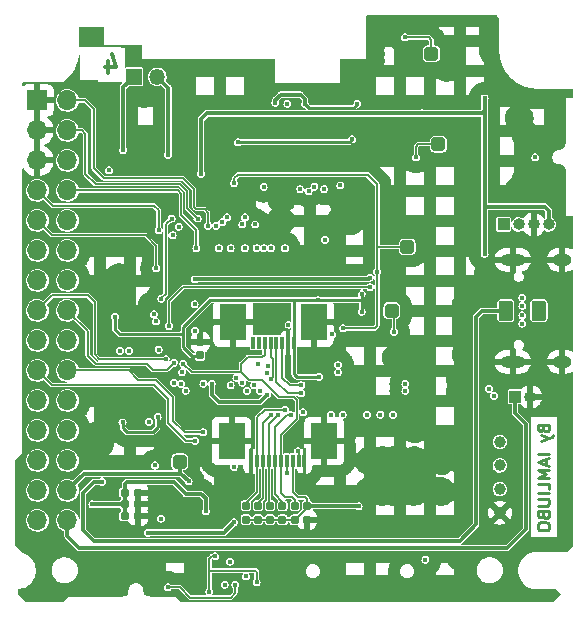
<source format=gbr>
%TF.GenerationSoftware,KiCad,Pcbnew,5.99.0-unknown-b10f156dd0~130~ubuntu20.04.1*%
%TF.CreationDate,2021-06-23T21:39:51+08:00*%
%TF.ProjectId,M5Pi,4d355069-2e6b-4696-9361-645f70636258,3.0*%
%TF.SameCoordinates,Original*%
%TF.FileFunction,Copper,L4,Bot*%
%TF.FilePolarity,Positive*%
%FSLAX46Y46*%
G04 Gerber Fmt 4.6, Leading zero omitted, Abs format (unit mm)*
G04 Created by KiCad (PCBNEW 5.99.0-unknown-b10f156dd0~130~ubuntu20.04.1) date 2021-06-23 21:39:51*
%MOMM*%
%LPD*%
G01*
G04 APERTURE LIST*
G04 Aperture macros list*
%AMRoundRect*
0 Rectangle with rounded corners*
0 $1 Rounding radius*
0 $2 $3 $4 $5 $6 $7 $8 $9 X,Y pos of 4 corners*
0 Add a 4 corners polygon primitive as box body*
4,1,4,$2,$3,$4,$5,$6,$7,$8,$9,$2,$3,0*
0 Add four circle primitives for the rounded corners*
1,1,$1+$1,$2,$3*
1,1,$1+$1,$4,$5*
1,1,$1+$1,$6,$7*
1,1,$1+$1,$8,$9*
0 Add four rect primitives between the rounded corners*
20,1,$1+$1,$2,$3,$4,$5,0*
20,1,$1+$1,$4,$5,$6,$7,0*
20,1,$1+$1,$6,$7,$8,$9,0*
20,1,$1+$1,$8,$9,$2,$3,0*%
G04 Aperture macros list end*
%ADD10C,0.250000*%
%TA.AperFunction,NonConductor*%
%ADD11C,0.250000*%
%TD*%
%ADD12C,0.300000*%
%TA.AperFunction,NonConductor*%
%ADD13C,0.300000*%
%TD*%
%TA.AperFunction,ComponentPad*%
%ADD14C,1.000000*%
%TD*%
%TA.AperFunction,ComponentPad*%
%ADD15R,1.000000X1.000000*%
%TD*%
%TA.AperFunction,ComponentPad*%
%ADD16O,1.000000X1.000000*%
%TD*%
%TA.AperFunction,ComponentPad*%
%ADD17R,1.700000X1.700000*%
%TD*%
%TA.AperFunction,ComponentPad*%
%ADD18O,1.700000X1.700000*%
%TD*%
%TA.AperFunction,ComponentPad*%
%ADD19O,1.600000X1.000000*%
%TD*%
%TA.AperFunction,ComponentPad*%
%ADD20O,2.100000X1.000000*%
%TD*%
%TA.AperFunction,ComponentPad*%
%ADD21R,1.350000X1.350000*%
%TD*%
%TA.AperFunction,ComponentPad*%
%ADD22O,1.350000X1.350000*%
%TD*%
%TA.AperFunction,SMDPad,CuDef*%
%ADD23RoundRect,0.160000X-0.160000X0.197500X-0.160000X-0.197500X0.160000X-0.197500X0.160000X0.197500X0*%
%TD*%
%TA.AperFunction,SMDPad,CuDef*%
%ADD24RoundRect,0.155000X-0.212500X-0.155000X0.212500X-0.155000X0.212500X0.155000X-0.212500X0.155000X0*%
%TD*%
%TA.AperFunction,SMDPad,CuDef*%
%ADD25RoundRect,0.160000X0.160000X-0.197500X0.160000X0.197500X-0.160000X0.197500X-0.160000X-0.197500X0*%
%TD*%
%TA.AperFunction,SMDPad,CuDef*%
%ADD26RoundRect,0.300000X0.300000X0.300000X-0.300000X0.300000X-0.300000X-0.300000X0.300000X-0.300000X0*%
%TD*%
%TA.AperFunction,SMDPad,CuDef*%
%ADD27R,0.300000X1.100000*%
%TD*%
%TA.AperFunction,SMDPad,CuDef*%
%ADD28R,2.300000X3.100000*%
%TD*%
%TA.AperFunction,SMDPad,CuDef*%
%ADD29RoundRect,0.155000X0.155000X-0.212500X0.155000X0.212500X-0.155000X0.212500X-0.155000X-0.212500X0*%
%TD*%
%TA.AperFunction,SMDPad,CuDef*%
%ADD30RoundRect,0.300000X-0.300000X0.300000X-0.300000X-0.300000X0.300000X-0.300000X0.300000X0.300000X0*%
%TD*%
%TA.AperFunction,SMDPad,CuDef*%
%ADD31RoundRect,0.155000X-0.155000X0.212500X-0.155000X-0.212500X0.155000X-0.212500X0.155000X0.212500X0*%
%TD*%
%TA.AperFunction,SMDPad,CuDef*%
%ADD32RoundRect,0.250000X0.375000X0.625000X-0.375000X0.625000X-0.375000X-0.625000X0.375000X-0.625000X0*%
%TD*%
%TA.AperFunction,ViaPad*%
%ADD33C,0.450000*%
%TD*%
%TA.AperFunction,ViaPad*%
%ADD34C,0.400000*%
%TD*%
%TA.AperFunction,Conductor*%
%ADD35C,0.150000*%
%TD*%
%TA.AperFunction,Conductor*%
%ADD36C,0.250000*%
%TD*%
%TA.AperFunction,Conductor*%
%ADD37C,0.200000*%
%TD*%
%TA.AperFunction,Conductor*%
%ADD38C,0.300000*%
%TD*%
%TA.AperFunction,Conductor*%
%ADD39C,0.350000*%
%TD*%
G04 APERTURE END LIST*
D10*
D11*
X157128571Y-99680952D02*
X157176190Y-99823809D01*
X157223809Y-99871428D01*
X157319047Y-99919047D01*
X157461904Y-99919047D01*
X157557142Y-99871428D01*
X157604761Y-99823809D01*
X157652380Y-99728571D01*
X157652380Y-99347619D01*
X156652380Y-99347619D01*
X156652380Y-99680952D01*
X156700000Y-99776190D01*
X156747619Y-99823809D01*
X156842857Y-99871428D01*
X156938095Y-99871428D01*
X157033333Y-99823809D01*
X157080952Y-99776190D01*
X157128571Y-99680952D01*
X157128571Y-99347619D01*
X156985714Y-100252380D02*
X157652380Y-100490476D01*
X156985714Y-100728571D02*
X157652380Y-100490476D01*
X157890476Y-100395238D01*
X157938095Y-100347619D01*
X157985714Y-100252380D01*
X157652380Y-101871428D02*
X156652380Y-101871428D01*
X157366666Y-102300000D02*
X157366666Y-102776190D01*
X157652380Y-102204761D02*
X156652380Y-102538095D01*
X157652380Y-102871428D01*
X157652380Y-103204761D02*
X156652380Y-103204761D01*
X157366666Y-103538095D01*
X156652380Y-103871428D01*
X157652380Y-103871428D01*
X157652380Y-104823809D02*
X157652380Y-104347619D01*
X156652380Y-104347619D01*
X157652380Y-105157142D02*
X156652380Y-105157142D01*
X156652380Y-105633333D02*
X157461904Y-105633333D01*
X157557142Y-105680952D01*
X157604761Y-105728571D01*
X157652380Y-105823809D01*
X157652380Y-106014285D01*
X157604761Y-106109523D01*
X157557142Y-106157142D01*
X157461904Y-106204761D01*
X156652380Y-106204761D01*
X157128571Y-107014285D02*
X157176190Y-107157142D01*
X157223809Y-107204761D01*
X157319047Y-107252380D01*
X157461904Y-107252380D01*
X157557142Y-107204761D01*
X157604761Y-107157142D01*
X157652380Y-107061904D01*
X157652380Y-106680952D01*
X156652380Y-106680952D01*
X156652380Y-107014285D01*
X156700000Y-107109523D01*
X156747619Y-107157142D01*
X156842857Y-107204761D01*
X156938095Y-107204761D01*
X157033333Y-107157142D01*
X157080952Y-107109523D01*
X157128571Y-107014285D01*
X157128571Y-106680952D01*
X156652380Y-107871428D02*
X156652380Y-108061904D01*
X156700000Y-108157142D01*
X156795238Y-108252380D01*
X156985714Y-108300000D01*
X157319047Y-108300000D01*
X157509523Y-108252380D01*
X157604761Y-108157142D01*
X157652380Y-108061904D01*
X157652380Y-107871428D01*
X157604761Y-107776190D01*
X157509523Y-107680952D01*
X157319047Y-107633333D01*
X156985714Y-107633333D01*
X156795238Y-107680952D01*
X156700000Y-107776190D01*
X156652380Y-107871428D01*
D12*
D13*
X120277638Y-68580135D02*
X120277638Y-69580135D01*
X120634781Y-68008706D02*
X120991924Y-69080135D01*
X120063353Y-69080135D01*
D14*
%TO.P,J11,1,GND*%
%TO.N,GND*%
X153463353Y-106801564D03*
%TO.P,J11,2,VCC*%
%TO.N,+5V*%
X153463353Y-104801564D03*
%TO.P,J11,3,IO1*%
%TO.N,/I2C1_SDA*%
X153463353Y-102801564D03*
%TO.P,J11,4,IO2*%
%TO.N,/I2C1_SCL*%
X153463353Y-100801564D03*
%TD*%
D15*
%TO.P,J12,1,Pin_1*%
%TO.N,/DP*%
X153773353Y-82401564D03*
D16*
%TO.P,J12,2,Pin_2*%
%TO.N,/DM*%
X155043353Y-82401564D03*
%TO.P,J12,3,Pin_3*%
%TO.N,GND*%
X156313353Y-82401564D03*
%TO.P,J12,4,Pin_4*%
%TO.N,+5V*%
X157583353Y-82401564D03*
%TD*%
D15*
%TO.P,J3,1,Pin_1*%
%TO.N,/VBAT*%
X154763353Y-96976564D03*
D16*
%TO.P,J3,2,Pin_2*%
%TO.N,GND*%
X156033353Y-96976564D03*
%TD*%
D17*
%TO.P,J2,1,Pin_1*%
%TO.N,GND*%
X114313353Y-71901564D03*
D18*
%TO.P,J2,2,Pin_2*%
%TO.N,/PD13*%
X116853353Y-71901564D03*
%TO.P,J2,3,Pin_3*%
%TO.N,GND*%
X114313353Y-74441564D03*
%TO.P,J2,4,Pin_4*%
%TO.N,/PD14*%
X116853353Y-74441564D03*
%TO.P,J2,5,Pin_5*%
%TO.N,GND*%
X114313353Y-76981564D03*
%TO.P,J2,6,Pin_6*%
%TO.N,/~{{{{RESET}}}}*%
X116853353Y-76981564D03*
%TO.P,J2,7,Pin_7*%
%TO.N,/PD19*%
X114313353Y-79521564D03*
%TO.P,J2,8,Pin_8*%
%TO.N,/PD12*%
X116853353Y-79521564D03*
%TO.P,J2,9,Pin_9*%
%TO.N,/PD21*%
X114313353Y-82061564D03*
%TO.P,J2,10,Pin_10*%
%TO.N,/PD18*%
X116853353Y-82061564D03*
%TO.P,J2,11,Pin_11*%
%TO.N,/PD20*%
X114313353Y-84601564D03*
%TO.P,J2,12,Pin_12*%
%TO.N,+3V3*%
X116853353Y-84601564D03*
%TO.P,J2,13,Pin_13*%
%TO.N,/USART1_RX*%
X114313353Y-87141564D03*
%TO.P,J2,14,Pin_14*%
%TO.N,/USART1_TX*%
X116853353Y-87141564D03*
%TO.P,J2,15,Pin_15*%
%TO.N,/USART2_RX*%
X114313353Y-89681564D03*
%TO.P,J2,16,Pin_16*%
%TO.N,/USART2_TX*%
X116853353Y-89681564D03*
%TO.P,J2,17,Pin_17*%
%TO.N,/I2C2_SDA*%
X114313353Y-92221564D03*
%TO.P,J2,18,Pin_18*%
%TO.N,/I2C2_SCL*%
X116853353Y-92221564D03*
%TO.P,J2,19,Pin_19*%
%TO.N,/I2C1_SDA*%
X114313353Y-94761564D03*
%TO.P,J2,20,Pin_20*%
%TO.N,/I2C1_SCL*%
X116853353Y-94761564D03*
%TO.P,J2,21,Pin_21*%
%TO.N,/I2S_BCLK*%
X114313353Y-97301564D03*
%TO.P,J2,22,Pin_22*%
%TO.N,/I2S_MCLK*%
X116853353Y-97301564D03*
%TO.P,J2,23,Pin_23*%
%TO.N,/I2S_DOUT*%
X114313353Y-99841564D03*
%TO.P,J2,24,Pin_24*%
%TO.N,/I2S_LRCK*%
X116853353Y-99841564D03*
%TO.P,J2,25,Pin_25*%
%TO.N,/DM*%
X114313353Y-102381564D03*
%TO.P,J2,26,Pin_26*%
%TO.N,/I2S_DIN*%
X116853353Y-102381564D03*
%TO.P,J2,27,Pin_27*%
%TO.N,/DP*%
X114313353Y-104921564D03*
%TO.P,J2,28,Pin_28*%
%TO.N,+5V*%
X116853353Y-104921564D03*
%TO.P,J2,29,Pin_29*%
%TO.N,/AMP_HPL*%
X114313353Y-107461564D03*
%TO.P,J2,30,Pin_30*%
%TO.N,/VBAT*%
X116853353Y-107461564D03*
%TD*%
D19*
%TO.P,UART1,S1,SHIELD*%
%TO.N,GND*%
X158738353Y-94021564D03*
X158738353Y-85381564D03*
D20*
X154558353Y-94021564D03*
X154558353Y-85381564D03*
%TD*%
D21*
%TO.P,J6,1,Pin_1*%
%TO.N,Net-(J6-Pad1)*%
X122463353Y-69901564D03*
D22*
%TO.P,J6,2,Pin_2*%
%TO.N,Net-(J6-Pad2)*%
X124463353Y-69901564D03*
%TD*%
D23*
%TO.P,R41,1*%
%TO.N,/SPI1_CS*%
X135053353Y-106226564D03*
%TO.P,R41,2*%
%TO.N,+3V3*%
X135053353Y-107421564D03*
%TD*%
D24*
%TO.P,C54,1*%
%TO.N,/VBAT*%
X121695853Y-105101564D03*
%TO.P,C54,2*%
%TO.N,GND*%
X122830853Y-105101564D03*
%TD*%
D25*
%TO.P,R20,1*%
%TO.N,+3V3*%
X136093353Y-107421564D03*
%TO.P,R20,2*%
%TO.N,/LCD_~{{{{RESET}}}}*%
X136093353Y-106226564D03*
%TD*%
D26*
%TO.P,TP1,1,1*%
%TO.N,+5V*%
X126363353Y-102501564D03*
%TD*%
D27*
%TO.P,J5,1,Pin_1*%
%TO.N,+3V3*%
X136043353Y-92401564D03*
%TO.P,J5,2,Pin_2*%
%TO.N,GND*%
X135543353Y-92401564D03*
%TO.P,J5,3,Pin_3*%
%TO.N,/I2C0_SDA*%
X135043353Y-92401564D03*
%TO.P,J5,4,Pin_4*%
%TO.N,/I2C0_SCL*%
X134543353Y-92401564D03*
%TO.P,J5,5,Pin_5*%
%TO.N,/TOUCH_INT*%
X134043353Y-92401564D03*
%TO.P,J5,6,Pin_6*%
%TO.N,/LCD_~{{{{RESET}}}}*%
X133543353Y-92401564D03*
%TO.P,J5,7,Pin_7*%
%TO.N,N/C*%
X133043353Y-92401564D03*
%TO.P,J5,8,Pin_8*%
X132543353Y-92401564D03*
D28*
%TO.P,J5,MP,Pin_2*%
%TO.N,GND*%
X130873353Y-90701564D03*
X137713353Y-90701564D03*
%TD*%
D26*
%TO.P,TP2,1,1*%
%TO.N,+3V3*%
X147663353Y-67951564D03*
%TD*%
D23*
%TO.P,R39,1*%
%TO.N,/SPI1_CLK*%
X134013353Y-106206564D03*
%TO.P,R39,2*%
%TO.N,+3V3*%
X134013353Y-107401564D03*
%TD*%
D27*
%TO.P,J4,1,Pin_1*%
%TO.N,GND*%
X132413353Y-102439064D03*
%TO.P,J4,2,Pin_2*%
%TO.N,/SPI1_MOSI*%
X132913353Y-102439064D03*
%TO.P,J4,3,Pin_3*%
%TO.N,/SPI1_MISO*%
X133413353Y-102439064D03*
%TO.P,J4,4,Pin_4*%
%TO.N,/SPI1_CLK*%
X133913353Y-102439064D03*
%TO.P,J4,5,Pin_5*%
%TO.N,/SPI1_CS*%
X134413353Y-102439064D03*
%TO.P,J4,6,Pin_6*%
%TO.N,/LCD_~{{{{RESET}}}}*%
X134913353Y-102439064D03*
%TO.P,J4,7,Pin_7*%
%TO.N,/LCD_D{slash}C*%
X135413353Y-102439064D03*
%TO.P,J4,8,Pin_8*%
%TO.N,+3V3*%
X135913353Y-102439064D03*
%TO.P,J4,9,Pin_9*%
%TO.N,/LCD_BL*%
X136413353Y-102439064D03*
%TO.P,J4,10,Pin_10*%
%TO.N,GND*%
X136913353Y-102439064D03*
D28*
%TO.P,J4,MP,Pin_10*%
X130743353Y-100739064D03*
X138583353Y-100739064D03*
%TD*%
D26*
%TO.P,TP4,1,1*%
%TO.N,+1V1*%
X145613353Y-84301564D03*
%TD*%
D29*
%TO.P,C29,1*%
%TO.N,GND*%
X137143353Y-107391564D03*
%TO.P,C29,2*%
%TO.N,+3V3*%
X137143353Y-106256564D03*
%TD*%
D26*
%TO.P,TP3,1,1*%
%TO.N,+2V5*%
X148263353Y-75601564D03*
%TD*%
D24*
%TO.P,C55,1*%
%TO.N,/VBAT*%
X121695853Y-107101564D03*
%TO.P,C55,2*%
%TO.N,GND*%
X122830853Y-107101564D03*
%TD*%
D23*
%TO.P,R33,1*%
%TO.N,/SPI1_MOSI*%
X131943353Y-106206564D03*
%TO.P,R33,2*%
%TO.N,+3V3*%
X131943353Y-107401564D03*
%TD*%
D30*
%TO.P,TP5,1,1*%
%TO.N,+3V0*%
X144313353Y-89701564D03*
%TD*%
D31*
%TO.P,C30,1*%
%TO.N,GND*%
X128093353Y-92359064D03*
%TO.P,C30,2*%
%TO.N,+3V3*%
X128093353Y-93494064D03*
%TD*%
D32*
%TO.P,F1,1*%
%TO.N,VBUS*%
X156763353Y-89701564D03*
%TO.P,F1,2*%
%TO.N,+5VD*%
X153963353Y-89701564D03*
%TD*%
D24*
%TO.P,C52,1*%
%TO.N,/VBAT*%
X121695853Y-106101564D03*
%TO.P,C52,2*%
%TO.N,GND*%
X122830853Y-106101564D03*
%TD*%
D23*
%TO.P,R40,1*%
%TO.N,/SPI1_MISO*%
X132963353Y-106206564D03*
%TO.P,R40,2*%
%TO.N,+3V3*%
X132963353Y-107401564D03*
%TD*%
D33*
%TO.N,+3V0*%
X144488353Y-91476564D03*
D34*
%TO.N,/SPI0_CS*%
X133750000Y-94950000D03*
D33*
X136563353Y-79401564D03*
%TO.N,/MPU_INIT*%
X125863353Y-95801564D03*
X123763353Y-99101564D03*
%TO.N,GND*%
X146200000Y-99700000D03*
X140200000Y-70100000D03*
X152900000Y-66300000D03*
X137400000Y-93000000D03*
X130800000Y-68700000D03*
X155100000Y-109800000D03*
X114800000Y-111900000D03*
X157800000Y-109600000D03*
X149000000Y-69100000D03*
X155600000Y-71300000D03*
X158700000Y-91400000D03*
X155100000Y-73400000D03*
X142500000Y-113600000D03*
X140300000Y-113600000D03*
X156300000Y-113800000D03*
X145200000Y-105000000D03*
X153900000Y-113800000D03*
X137400000Y-96000000D03*
X129800000Y-77800000D03*
X119600000Y-100900000D03*
X158700000Y-92900000D03*
X132600000Y-68700000D03*
X147200000Y-113600000D03*
X157800000Y-71400000D03*
X140800000Y-82100000D03*
X146200000Y-105000000D03*
X134100000Y-69800000D03*
X158600000Y-72800000D03*
X118400000Y-111200000D03*
X154500000Y-113000000D03*
X130300000Y-91400000D03*
X158700000Y-81100000D03*
X138800000Y-113600000D03*
X127800000Y-68700000D03*
X154800000Y-101000000D03*
X121300000Y-110900000D03*
X142400000Y-102400000D03*
X154900000Y-71000000D03*
X154800000Y-106000000D03*
X150100000Y-96600000D03*
X133000000Y-86300000D03*
X145000000Y-113600000D03*
X127100000Y-106900000D03*
X120700000Y-92200000D03*
X155700000Y-74900000D03*
X150100000Y-95500000D03*
X154800000Y-104400000D03*
X133200000Y-68700000D03*
X148400000Y-113600000D03*
X124000000Y-89300000D03*
X150100000Y-110500000D03*
X128700000Y-86300000D03*
X152500000Y-87400000D03*
X145200000Y-75800000D03*
X134000000Y-91300000D03*
X122900000Y-68100000D03*
X134600000Y-112400000D03*
X126000000Y-68700000D03*
X137400000Y-93700000D03*
X152500000Y-86600000D03*
X142500000Y-67400000D03*
X136400000Y-76900000D03*
X158700000Y-87600000D03*
X141900000Y-68600000D03*
X158600000Y-71400000D03*
X122400000Y-76500000D03*
X146100000Y-93700000D03*
X120900000Y-89200000D03*
X158700000Y-96500000D03*
X144400000Y-102400000D03*
X125600000Y-95100000D03*
X144400000Y-105000000D03*
X154500000Y-111500000D03*
X134100000Y-69200000D03*
X156300000Y-71400000D03*
X129800000Y-76400000D03*
X158700000Y-102600000D03*
X149800000Y-113600000D03*
X119800000Y-83800000D03*
X129000000Y-68700000D03*
X158700000Y-83200000D03*
X144700000Y-93700000D03*
X150600000Y-90000000D03*
X140200000Y-70700000D03*
X152900000Y-67700000D03*
X158700000Y-98900000D03*
X145900000Y-74200000D03*
X154500000Y-110600000D03*
X148500000Y-102400000D03*
X142500000Y-66800000D03*
X156800000Y-109600000D03*
X120900000Y-104500000D03*
X131000000Y-91400000D03*
X142500000Y-68000000D03*
X117000000Y-113300000D03*
X150300000Y-102400000D03*
X142500000Y-66200000D03*
X141500000Y-95700000D03*
X141300000Y-68600000D03*
X146700000Y-74200000D03*
X141100000Y-89300000D03*
X144100000Y-113600000D03*
X132000000Y-68700000D03*
X141800000Y-79500000D03*
X153000000Y-83900000D03*
X158700000Y-99700000D03*
X150600000Y-92400000D03*
X140700000Y-95700000D03*
X151800000Y-113600000D03*
X126900000Y-99400000D03*
X157100000Y-71400000D03*
X134100000Y-88300000D03*
X126600000Y-68700000D03*
X152900000Y-65600000D03*
X157100000Y-113800000D03*
X155800000Y-91400000D03*
X150600000Y-93400000D03*
X145200000Y-102400000D03*
X154800000Y-100300000D03*
X141100000Y-88200000D03*
X148500000Y-105000000D03*
X129800000Y-77100000D03*
X134500000Y-110500000D03*
X152500000Y-85700000D03*
X141200000Y-80400000D03*
X143500000Y-105000000D03*
X154800000Y-103600000D03*
X145900000Y-75800000D03*
X120700000Y-108000000D03*
X119600000Y-100200000D03*
X140200000Y-69500000D03*
X158700000Y-95700000D03*
X127800000Y-96900000D03*
X122700000Y-93300000D03*
X138400000Y-76900000D03*
X129600000Y-68700000D03*
X158700000Y-105700000D03*
X158700000Y-104900000D03*
X139000000Y-95700000D03*
X154300000Y-70500000D03*
X146600000Y-113600000D03*
X116100000Y-113300000D03*
X158700000Y-88300000D03*
X158700000Y-98100000D03*
X137400000Y-76900000D03*
X158700000Y-90700000D03*
X152500000Y-113600000D03*
X131200000Y-110700000D03*
X133800000Y-68700000D03*
X119500000Y-71500000D03*
X156000000Y-109600000D03*
X142500000Y-65000000D03*
X158700000Y-86900000D03*
X155600000Y-113800000D03*
X150600000Y-89200000D03*
X132500000Y-78900000D03*
X150600000Y-91600000D03*
X131300000Y-77100000D03*
X124500000Y-76500000D03*
X115200000Y-113700000D03*
X142400000Y-105000000D03*
X154800000Y-105200000D03*
X155100000Y-79500000D03*
X142500000Y-68600000D03*
X158700000Y-92100000D03*
X158700000Y-89900000D03*
X118400000Y-112700000D03*
X142500000Y-65600000D03*
X140200000Y-80500000D03*
X140700000Y-68600000D03*
X138000000Y-71800000D03*
X158700000Y-81800000D03*
X157900000Y-113800000D03*
X122900000Y-67500000D03*
X123800000Y-110900000D03*
X139500000Y-113600000D03*
X141800000Y-113600000D03*
X140000000Y-82100000D03*
X123500000Y-76500000D03*
X114800000Y-111200000D03*
X131500000Y-89300000D03*
X117800000Y-113300000D03*
X143150000Y-75150000D03*
X146200000Y-98500000D03*
X148800000Y-100900000D03*
X131300000Y-76400000D03*
X128950000Y-100700000D03*
X125400000Y-68700000D03*
X135800000Y-113600000D03*
X158700000Y-108100000D03*
X158700000Y-100400000D03*
X143300000Y-113600000D03*
X158700000Y-83900000D03*
X135000000Y-80200000D03*
X158700000Y-82500000D03*
X151200000Y-113600000D03*
X133000000Y-88300000D03*
X152900000Y-67000000D03*
X154500000Y-112300000D03*
X130200000Y-68700000D03*
X158700000Y-97300000D03*
X145900000Y-113600000D03*
X140200000Y-68900000D03*
X131400000Y-68700000D03*
X158700000Y-101100000D03*
X120700000Y-93300000D03*
X158700000Y-108900000D03*
X158700000Y-106600000D03*
X158700000Y-101800000D03*
X158700000Y-103300000D03*
X150600000Y-90800000D03*
X141000000Y-113600000D03*
X158700000Y-104100000D03*
X130000000Y-110700000D03*
X141800000Y-78700000D03*
X122900000Y-68700000D03*
X149100000Y-113600000D03*
X138000000Y-113600000D03*
X114800000Y-110300000D03*
X145900000Y-75000000D03*
X119500000Y-70800000D03*
X130700000Y-86300000D03*
X130700000Y-85300000D03*
X133000000Y-85600000D03*
X134100000Y-70400000D03*
X131500000Y-88300000D03*
X154800000Y-101800000D03*
X123400000Y-71300000D03*
X123600000Y-68700000D03*
X134900000Y-82100000D03*
X130000000Y-89300000D03*
X121200000Y-86900000D03*
X128400000Y-68700000D03*
X158700000Y-109600000D03*
X158700000Y-107400000D03*
X124200000Y-68700000D03*
X150500000Y-113600000D03*
X114800000Y-112700000D03*
X139600000Y-70700000D03*
X124800000Y-68700000D03*
X134100000Y-85600000D03*
X139900000Y-95700000D03*
X137300000Y-113600000D03*
X147800000Y-113600000D03*
X138700000Y-86500000D03*
X136600000Y-113600000D03*
X154800000Y-102700000D03*
X129700000Y-86300000D03*
X155700000Y-78600000D03*
X127200000Y-68700000D03*
X143500000Y-102400000D03*
X134100000Y-86300000D03*
X118400000Y-111900000D03*
X158700000Y-89100000D03*
X146200000Y-102400000D03*
X138450000Y-88150000D03*
D34*
X129400000Y-112250000D03*
D33*
%TO.N,+3V3*%
X132863353Y-112701564D03*
X129063353Y-95901564D03*
X136963353Y-72201564D03*
X145403353Y-66561564D03*
X140963353Y-75201564D03*
X133763353Y-96801564D03*
X124483353Y-98681564D03*
X141763353Y-88301564D03*
X141500000Y-106250000D03*
X128863353Y-113501564D03*
X129363353Y-110501564D03*
X134463353Y-72086647D03*
D34*
X138050000Y-88800000D03*
D33*
X141763353Y-89801564D03*
X120863353Y-90201564D03*
X138163353Y-95301564D03*
X121513353Y-99151564D03*
X131293353Y-75431564D03*
X141400000Y-72200000D03*
%TO.N,+2V5*%
X146363353Y-76701564D03*
X127613353Y-89151564D03*
X127613353Y-87051564D03*
X142463353Y-86901564D03*
%TO.N,+1V1*%
X125663353Y-81901564D03*
X130963353Y-78901564D03*
X124800000Y-88700000D03*
X140195853Y-91201564D03*
X143063353Y-86401564D03*
%TO.N,/USART1_RX*%
X132763353Y-82401564D03*
%TO.N,/USART1_TX*%
X131863353Y-81801564D03*
%TO.N,/SD_D2*%
X130663353Y-96001564D03*
X144400000Y-98500000D03*
%TO.N,/SD_D3*%
X131163353Y-95401564D03*
X143350000Y-98500000D03*
%TO.N,/SD_CMD*%
X131663353Y-95801564D03*
X142200000Y-98500000D03*
%TO.N,/SD_CLK*%
X140150000Y-98500000D03*
X132063353Y-96501564D03*
%TO.N,/SD_D0*%
X139150000Y-98500000D03*
X132663353Y-96001564D03*
%TO.N,/SD_D1*%
X136813353Y-98300000D03*
X133163353Y-96501564D03*
%TO.N,/I2C1_SCL*%
X128363353Y-100001564D03*
X131663353Y-82401564D03*
%TO.N,/I2C1_SDA*%
X131863353Y-84401564D03*
X127663353Y-100701564D03*
%TO.N,/I2C0_SDA*%
X136663353Y-96001564D03*
X124163353Y-90001564D03*
X121283353Y-93081564D03*
%TO.N,/I2C0_SCL*%
X136663353Y-96701564D03*
X122063353Y-93101564D03*
X124363353Y-90601564D03*
%TO.N,/SPI1_MISO*%
X134100000Y-98550000D03*
%TO.N,/DM*%
X155363353Y-90801564D03*
X139763353Y-94901564D03*
%TO.N,/DP*%
X155363353Y-88601564D03*
X139763353Y-94301564D03*
%TO.N,/SPI1_CLK*%
X134700000Y-98550000D03*
%TO.N,/SPI1_MOSI*%
X135300000Y-98100000D03*
%TO.N,/SPI1_CS*%
X135800000Y-98550000D03*
%TO.N,/USART0_TX*%
X126863353Y-96501564D03*
X145463353Y-96501564D03*
%TO.N,/UASRT0_RX*%
X128363353Y-95901564D03*
X145463353Y-95901564D03*
%TO.N,/SPI0_CLK*%
X137763353Y-79201564D03*
D34*
X132993353Y-94250000D03*
D33*
%TO.N,+5V*%
X146863353Y-73001564D03*
X152163353Y-84901564D03*
X128163353Y-78101564D03*
X152163353Y-71701564D03*
X127113353Y-104151564D03*
D34*
%TO.N,/SPI0_MISO*%
X133850000Y-94350000D03*
D33*
X138563353Y-79401564D03*
%TO.N,/SPI0_MOSI*%
X137263353Y-79601564D03*
D34*
X135550000Y-90900000D03*
D33*
%TO.N,+5VD*%
X119763353Y-104201564D03*
%TO.N,/D+*%
X152963353Y-96901564D03*
X155363353Y-90101564D03*
%TO.N,/D-*%
X155363353Y-89301564D03*
X152563353Y-96301564D03*
%TO.N,/AMP_HPR*%
X120363353Y-77801564D03*
X138663353Y-83701564D03*
%TO.N,/~{{{{RESET}}}}*%
X139263353Y-91701564D03*
X131963353Y-112201564D03*
%TO.N,/I2C2_SDA*%
X125763353Y-83301564D03*
%TO.N,/I2C2_SCL*%
X126263353Y-82601564D03*
%TO.N,/LCD_~{{{{RESET}}}}*%
X126663353Y-94201564D03*
%TO.N,Net-(J6-Pad1)*%
X121563353Y-76101564D03*
%TO.N,Net-(J6-Pad2)*%
X125383353Y-76501564D03*
%TO.N,/STATUS_LED*%
X130600000Y-110950000D03*
X126463353Y-95901564D03*
%TO.N,/WIFI_RESET*%
X135463353Y-72201564D03*
X133463353Y-79201564D03*
X133463353Y-84401564D03*
%TO.N,/WIFI_INT*%
X134063353Y-84401564D03*
X139963353Y-79101564D03*
%TO.N,/USART2_RX*%
X125163353Y-93801564D03*
%TO.N,/USART2_TX*%
X125863353Y-94101564D03*
%TO.N,/PD13*%
X128763353Y-82501564D03*
%TO.N,/LCD_D{slash}C*%
X135400000Y-103450000D03*
X126563353Y-94901564D03*
%TO.N,/LCD_BL*%
X136350000Y-101600000D03*
X127663353Y-91401564D03*
%TO.N,/TOUCH_INT*%
X134050000Y-95500000D03*
X132863353Y-84401564D03*
%TO.N,/PD21*%
X124363353Y-86101564D03*
%TO.N,/PD12*%
X127763353Y-84401564D03*
%TO.N,/PD14*%
X127863353Y-81901564D03*
%TO.N,/PD19*%
X124563353Y-82901564D03*
%TO.N,/I2S_BCLK*%
X130663353Y-84401564D03*
%TO.N,/I2S_DOUT*%
X129463353Y-82501564D03*
%TO.N,/I2S_LRCK*%
X129963353Y-82201564D03*
%TO.N,/I2S_MCLK*%
X130363353Y-81801564D03*
%TO.N,/I2S_DIN*%
X129663353Y-84401564D03*
%TO.N,/AMP_HPL*%
X135263353Y-84401564D03*
X147163353Y-110801564D03*
%TO.N,/VBAT*%
X128563353Y-106701564D03*
X118963353Y-106101564D03*
%TO.N,Net-(D2-Pad1)*%
X124763353Y-107301564D03*
X124263353Y-102801564D03*
%TO.N,Net-(D4-Pad2)*%
X130963353Y-107601564D03*
D34*
X130950000Y-102950000D03*
D33*
X123663353Y-108501564D03*
%TO.N,VBUS*%
X156763353Y-89101564D03*
X156763353Y-90301564D03*
X156763353Y-89701564D03*
%TO.N,Net-(C28-Pad1)*%
X125350353Y-113114564D03*
X131063353Y-112901564D03*
%TO.N,/KEY1*%
X142463353Y-87701564D03*
X156463353Y-76701564D03*
X125463353Y-91001564D03*
%TO.N,/KEY2*%
X124563353Y-93001564D03*
X130163353Y-112901564D03*
%TD*%
D35*
%TO.N,+3V0*%
X144488353Y-91476564D02*
X144488353Y-89876564D01*
X144488353Y-89876564D02*
X144313353Y-89701564D01*
D36*
%TO.N,GND*%
X138164917Y-90100000D02*
X138113353Y-90151564D01*
%TO.N,+3V3*%
X136043353Y-95081564D02*
X136043353Y-88800000D01*
D37*
X135913353Y-105051564D02*
X136363353Y-105501564D01*
D36*
X121513353Y-99151564D02*
X121513353Y-99651564D01*
X141750000Y-88800000D02*
X141763353Y-88786647D01*
D38*
X134900000Y-71400000D02*
X136586647Y-71400000D01*
D36*
X141763353Y-88301564D02*
X141763353Y-88786647D01*
X120863353Y-90201564D02*
X120863353Y-91301564D01*
X136043353Y-88800000D02*
X134550000Y-88800000D01*
D38*
X129063353Y-95901564D02*
X129063353Y-96801564D01*
D36*
X140733353Y-75431564D02*
X140963353Y-75201564D01*
D35*
X147663353Y-66801564D02*
X147663353Y-67951564D01*
D37*
X132863353Y-111801564D02*
X132763353Y-111701564D01*
D38*
X141500000Y-106250000D02*
X141493436Y-106256564D01*
D36*
X134550000Y-88800000D02*
X138050000Y-88800000D01*
X138050000Y-88800000D02*
X141750000Y-88800000D01*
X126663353Y-91701564D02*
X126663353Y-92801564D01*
D37*
X137143353Y-105681564D02*
X137143353Y-106256564D01*
D38*
X136963353Y-71776706D02*
X136963353Y-72201564D01*
D36*
X128085853Y-93501564D02*
X128093353Y-93494064D01*
D38*
X133163353Y-97401564D02*
X133763353Y-96801564D01*
D37*
X129063353Y-110501564D02*
X128863353Y-110701564D01*
D36*
X121863353Y-100001564D02*
X124063353Y-100001564D01*
D37*
X132763353Y-111701564D02*
X128863353Y-111701564D01*
D36*
X121513353Y-99651564D02*
X121863353Y-100001564D01*
D38*
X134463353Y-72086647D02*
X134463353Y-71836647D01*
X129063353Y-96801564D02*
X129663353Y-97401564D01*
D36*
X141100000Y-72500000D02*
X137261789Y-72500000D01*
X124063353Y-100001564D02*
X124483353Y-99581564D01*
X137261789Y-72500000D02*
X136963353Y-72201564D01*
D38*
X136586647Y-71400000D02*
X136963353Y-71776706D01*
X134463353Y-71836647D02*
X134900000Y-71400000D01*
D36*
X128950000Y-88800000D02*
X126663353Y-91086647D01*
D35*
X147423353Y-66561564D02*
X147663353Y-66801564D01*
D37*
X129363353Y-110501564D02*
X129063353Y-110501564D01*
X128863353Y-110701564D02*
X128863353Y-111701564D01*
X136073353Y-107401564D02*
X136093353Y-107421564D01*
D36*
X124483353Y-99581564D02*
X124483353Y-98681564D01*
X136263353Y-95301564D02*
X136043353Y-95081564D01*
D37*
X128863353Y-111701564D02*
X128863353Y-113501564D01*
D36*
X126663353Y-92801564D02*
X127363353Y-93501564D01*
X126663353Y-91086647D02*
X126663353Y-91701564D01*
X138163353Y-95301564D02*
X136263353Y-95301564D01*
X131293353Y-75431564D02*
X140733353Y-75431564D01*
D37*
X136363353Y-105501564D02*
X136963353Y-105501564D01*
D36*
X127363353Y-93501564D02*
X128085853Y-93501564D01*
D37*
X137143353Y-106256564D02*
X137143353Y-106371564D01*
D38*
X129663353Y-97401564D02*
X133163353Y-97401564D01*
D35*
X145403353Y-66561564D02*
X147423353Y-66561564D01*
D36*
X134550000Y-88800000D02*
X128950000Y-88800000D01*
D37*
X136963353Y-105501564D02*
X137143353Y-105681564D01*
X137143353Y-106371564D02*
X136093353Y-107421564D01*
D36*
X141763353Y-88786647D02*
X141763353Y-89801564D01*
X120863353Y-91301564D02*
X121263353Y-91701564D01*
D37*
X135913353Y-102439064D02*
X135913353Y-105051564D01*
X132863353Y-112701564D02*
X132863353Y-111801564D01*
D38*
X141493436Y-106256564D02*
X137143353Y-106256564D01*
D37*
X131943353Y-107401564D02*
X136073353Y-107401564D01*
D36*
X121263353Y-91701564D02*
X126663353Y-91701564D01*
X141400000Y-72200000D02*
X141100000Y-72500000D01*
D35*
%TO.N,+2V5*%
X146563353Y-75601564D02*
X146363353Y-75801564D01*
D38*
X142363353Y-87001564D02*
X127663353Y-87001564D01*
D35*
X146363353Y-75801564D02*
X146363353Y-76701564D01*
D38*
X142463353Y-86901564D02*
X142363353Y-87001564D01*
D35*
X148263353Y-75601564D02*
X146563353Y-75601564D01*
D38*
X127663353Y-87001564D02*
X127613353Y-87051564D01*
D37*
%TO.N,+1V1*%
X124800000Y-88664917D02*
X125163353Y-88301564D01*
X131263353Y-78201564D02*
X130963353Y-78501564D01*
X142263353Y-78201564D02*
X131263353Y-78201564D01*
X143063353Y-86401564D02*
X143063353Y-84301564D01*
X143063353Y-86401564D02*
X143063353Y-91001564D01*
X130963353Y-78501564D02*
X130963353Y-78901564D01*
X125163353Y-82401564D02*
X125663353Y-81901564D01*
X143063353Y-84301564D02*
X143063353Y-79001564D01*
D35*
X145613353Y-84301564D02*
X143063353Y-84301564D01*
D37*
X125163353Y-88301564D02*
X125163353Y-82401564D01*
X143063353Y-79001564D02*
X142263353Y-78201564D01*
X143063353Y-91001564D02*
X142863353Y-91201564D01*
X124800000Y-88700000D02*
X124800000Y-88664917D01*
X142863353Y-91201564D02*
X140195853Y-91201564D01*
D35*
%TO.N,/I2C1_SCL*%
X125763353Y-97001564D02*
X124363353Y-95601564D01*
X122863353Y-95601564D02*
X122023353Y-94761564D01*
X125763353Y-99001564D02*
X125763353Y-97001564D01*
X126763353Y-100001564D02*
X125763353Y-99001564D01*
X128363353Y-100001564D02*
X126763353Y-100001564D01*
X124363353Y-95601564D02*
X122863353Y-95601564D01*
X122023353Y-94761564D02*
X116853353Y-94761564D01*
%TO.N,/I2C1_SDA*%
X125363353Y-97201564D02*
X124163353Y-96001564D01*
X126863353Y-100701564D02*
X125363353Y-99201564D01*
X125363353Y-99201564D02*
X125363353Y-97201564D01*
X114313353Y-94763353D02*
X114313353Y-94761564D01*
X115551564Y-96001564D02*
X114313353Y-94763353D01*
X124163353Y-96001564D02*
X115551564Y-96001564D01*
X127663353Y-100701564D02*
X126863353Y-100701564D01*
%TO.N,/I2C0_SDA*%
X135651564Y-96001564D02*
X135043353Y-95393353D01*
X135043353Y-95393353D02*
X135043353Y-92401564D01*
X121263353Y-93061564D02*
X121283353Y-93081564D01*
X136663353Y-96001564D02*
X135651564Y-96001564D01*
%TO.N,/I2C0_SCL*%
X135501564Y-96701564D02*
X134543353Y-95743353D01*
X136663353Y-96701564D02*
X135501564Y-96701564D01*
X134543353Y-95743353D02*
X134543353Y-92401564D01*
%TO.N,/SPI1_MISO*%
X133413353Y-99236647D02*
X133413353Y-104339064D01*
X134100000Y-98550000D02*
X133413353Y-99236647D01*
X133413353Y-104339064D02*
X133413353Y-105551564D01*
X132963353Y-106001564D02*
X132963353Y-106206564D01*
X133413353Y-105551564D02*
X132963353Y-106001564D01*
%TO.N,/SPI1_CLK*%
X134700000Y-98550000D02*
X133913353Y-99336647D01*
X133913353Y-106106564D02*
X134013353Y-106206564D01*
X133913353Y-99336647D02*
X133913353Y-104339064D01*
X133913353Y-104339064D02*
X133913353Y-106106564D01*
%TO.N,/SPI1_MOSI*%
X132913353Y-104339064D02*
X132913353Y-105051564D01*
X133550000Y-98100000D02*
X132913353Y-98736647D01*
X135300000Y-98100000D02*
X133550000Y-98100000D01*
X131943353Y-106021564D02*
X131943353Y-106206564D01*
X132913353Y-105051564D02*
X131943353Y-106021564D01*
X132913353Y-98736647D02*
X132913353Y-104339064D01*
%TO.N,/SPI1_CS*%
X134413353Y-105251564D02*
X135053353Y-105891564D01*
X135800000Y-98550000D02*
X135450000Y-98550000D01*
X134413353Y-99586647D02*
X134413353Y-104339064D01*
X134413353Y-104339064D02*
X134413353Y-105251564D01*
X135053353Y-105891564D02*
X135053353Y-106226564D01*
X135450000Y-98550000D02*
X134413353Y-99586647D01*
D39*
%TO.N,+5V*%
X128663353Y-73001564D02*
X128163353Y-73501564D01*
X152163353Y-80901564D02*
X152163353Y-71701564D01*
X157263353Y-80901564D02*
X152163353Y-80901564D01*
X126263353Y-103501564D02*
X118273353Y-103501564D01*
X152163353Y-84901564D02*
X152163353Y-80901564D01*
X157583353Y-82401564D02*
X157583353Y-81221564D01*
X146863353Y-73001564D02*
X128663353Y-73001564D01*
X128163353Y-73501564D02*
X128163353Y-78101564D01*
X118273353Y-103501564D02*
X116853353Y-104921564D01*
X157583353Y-81221564D02*
X157263353Y-80901564D01*
X151963353Y-73001564D02*
X152163353Y-72801564D01*
D38*
X126363353Y-103401564D02*
X126263353Y-103501564D01*
D39*
X146863353Y-73001564D02*
X151963353Y-73001564D01*
X126463353Y-103501564D02*
X126263353Y-103501564D01*
X127113353Y-104151564D02*
X126463353Y-103501564D01*
D38*
X126363353Y-102501564D02*
X126363353Y-103401564D01*
D39*
X152163353Y-72801564D02*
X152163353Y-71701564D01*
D38*
%TO.N,+5VD*%
X150063353Y-109201564D02*
X119063353Y-109201564D01*
X118163353Y-108301564D02*
X118163353Y-105101564D01*
X153963353Y-89701564D02*
X151963353Y-89701564D01*
X119063353Y-109201564D02*
X118163353Y-108301564D01*
X151463353Y-107801564D02*
X150063353Y-109201564D01*
X151463353Y-90201564D02*
X151463353Y-107801564D01*
X119063353Y-104201564D02*
X119763353Y-104201564D01*
X118163353Y-105101564D02*
X119063353Y-104201564D01*
X151963353Y-89701564D02*
X151463353Y-90201564D01*
D35*
%TO.N,/LCD_~{{{{RESET}}}}*%
X133350000Y-93650000D02*
X132100000Y-93650000D01*
X132100000Y-93650000D02*
X131563353Y-94186647D01*
X134913353Y-105151564D02*
X135263353Y-105501564D01*
X132211789Y-95550000D02*
X133300000Y-95550000D01*
X131563353Y-94901564D02*
X132211789Y-95550000D01*
X136013353Y-97001564D02*
X136263353Y-97251564D01*
X131563353Y-94186647D02*
X131563353Y-94901564D01*
X126663353Y-94201564D02*
X127363353Y-94901564D01*
X135263353Y-105501564D02*
X135863353Y-105501564D01*
X136093353Y-105731564D02*
X136093353Y-106226564D01*
X127363353Y-94901564D02*
X131563353Y-94901564D01*
X134913353Y-100186647D02*
X134913353Y-105151564D01*
X135863353Y-105501564D02*
X136093353Y-105731564D01*
X133300000Y-95550000D02*
X134751564Y-97001564D01*
X133543353Y-92401564D02*
X133543353Y-93456647D01*
X134751564Y-97001564D02*
X136013353Y-97001564D01*
X136263353Y-97251564D02*
X136263353Y-98836647D01*
X136263353Y-98836647D02*
X134913353Y-100186647D01*
X133543353Y-93456647D02*
X133350000Y-93650000D01*
D39*
%TO.N,Net-(J6-Pad1)*%
X121563353Y-76101564D02*
X121563353Y-70801564D01*
X121563353Y-70801564D02*
X122463353Y-69901564D01*
%TO.N,Net-(J6-Pad2)*%
X125383353Y-70821564D02*
X124463353Y-69901564D01*
X125383353Y-76501564D02*
X125383353Y-70821564D01*
D35*
%TO.N,/USART2_RX*%
X118563353Y-88401564D02*
X115563353Y-88401564D01*
X119163353Y-93401564D02*
X119163353Y-89001564D01*
X119563353Y-93801564D02*
X119163353Y-93401564D01*
X125163353Y-93801564D02*
X119563353Y-93801564D01*
X119163353Y-89001564D02*
X118563353Y-88401564D01*
X115563353Y-88401564D02*
X114313353Y-89651564D01*
%TO.N,/USART2_TX*%
X125263353Y-94701564D02*
X124063353Y-94701564D01*
X118563353Y-93501564D02*
X118563353Y-91401564D01*
X118563353Y-91401564D02*
X116853353Y-89691564D01*
X123563353Y-94201564D02*
X119263353Y-94201564D01*
X124063353Y-94701564D02*
X123563353Y-94201564D01*
X119263353Y-94201564D02*
X118563353Y-93501564D01*
X116853353Y-89691564D02*
X116853353Y-89681564D01*
X125863353Y-94101564D02*
X125263353Y-94701564D01*
%TO.N,/PD13*%
X119963353Y-78501564D02*
X119063353Y-77601564D01*
X128463353Y-81101564D02*
X127763353Y-81101564D01*
X119063353Y-77601564D02*
X119063353Y-72601564D01*
X127563353Y-79401564D02*
X126663353Y-78501564D01*
X128763353Y-82501564D02*
X128763353Y-81401564D01*
X128763353Y-81401564D02*
X128463353Y-81101564D01*
X127763353Y-81101564D02*
X127563353Y-80901564D01*
X126663353Y-78501564D02*
X119963353Y-78501564D01*
X127563353Y-80901564D02*
X127563353Y-79401564D01*
X119063353Y-72601564D02*
X118363353Y-71901564D01*
X118363353Y-71901564D02*
X116853353Y-71901564D01*
%TO.N,/LCD_D{slash}C*%
X135400000Y-103450000D02*
X135400000Y-102452417D01*
X135400000Y-102452417D02*
X135413353Y-102439064D01*
%TO.N,/LCD_BL*%
X136413353Y-101663353D02*
X136413353Y-102439064D01*
X136350000Y-101600000D02*
X136413353Y-101663353D01*
%TO.N,/TOUCH_INT*%
X134250000Y-93800000D02*
X134043353Y-93593353D01*
X134050000Y-95500000D02*
X134250000Y-95300000D01*
X134043353Y-93593353D02*
X134043353Y-92401564D01*
X134250000Y-95300000D02*
X134250000Y-93800000D01*
%TO.N,/PD21*%
X115553353Y-83301564D02*
X114313353Y-82061564D01*
X124363353Y-84201564D02*
X123463353Y-83301564D01*
X123463353Y-83301564D02*
X115553353Y-83301564D01*
X124363353Y-86101564D02*
X124363353Y-84201564D01*
%TO.N,/PD12*%
X126183353Y-79521564D02*
X116853353Y-79521564D01*
X127763353Y-84401564D02*
X127763353Y-82901564D01*
X126463353Y-79801564D02*
X126183353Y-79521564D01*
X126463353Y-81601564D02*
X126463353Y-79801564D01*
X127763353Y-82901564D02*
X126463353Y-81601564D01*
%TO.N,/PD14*%
X127863353Y-81901564D02*
X126963353Y-81001564D01*
X126963353Y-81001564D02*
X126963353Y-79601564D01*
X126363353Y-79001564D02*
X119263353Y-79001564D01*
X118103353Y-74441564D02*
X116853353Y-74441564D01*
X119263353Y-79001564D02*
X118363353Y-78101564D01*
X118363353Y-74701564D02*
X118103353Y-74441564D01*
X126963353Y-79601564D02*
X126363353Y-79001564D01*
X118363353Y-78101564D02*
X118363353Y-74701564D01*
%TO.N,/PD19*%
X115593353Y-80801564D02*
X114313353Y-79521564D01*
X124563353Y-82901564D02*
X124563353Y-81201564D01*
X124563353Y-81201564D02*
X124163353Y-80801564D01*
X124163353Y-80801564D02*
X115593353Y-80801564D01*
D38*
%TO.N,/VBAT*%
X121863353Y-104201564D02*
X125863353Y-104201564D01*
X154063353Y-109801564D02*
X117863353Y-109801564D01*
X155663353Y-99301564D02*
X155663353Y-108201564D01*
X116853353Y-108791564D02*
X116853353Y-107461564D01*
D39*
X118963353Y-106101564D02*
X121695853Y-106101564D01*
D38*
X154763353Y-98401564D02*
X155663353Y-99301564D01*
X126863353Y-105201564D02*
X128163353Y-105201564D01*
X117863353Y-109801564D02*
X116853353Y-108791564D01*
X128563353Y-105601564D02*
X128563353Y-106701564D01*
D39*
X121695853Y-105101564D02*
X121695853Y-107101564D01*
D38*
X125863353Y-104201564D02*
X126863353Y-105201564D01*
X155663353Y-108201564D02*
X154063353Y-109801564D01*
X121695853Y-105101564D02*
X121695853Y-104369064D01*
X128163353Y-105201564D02*
X128563353Y-105601564D01*
X154763353Y-96751564D02*
X154763353Y-98401564D01*
X121695853Y-104369064D02*
X121863353Y-104201564D01*
D39*
%TO.N,Net-(D4-Pad2)*%
X130063353Y-108501564D02*
X130963353Y-107601564D01*
X123663353Y-108501564D02*
X130063353Y-108501564D01*
%TO.N,VBUS*%
X156763353Y-89101564D02*
X156763353Y-90301564D01*
D35*
%TO.N,Net-(C28-Pad1)*%
X127263353Y-114001564D02*
X130663353Y-114001564D01*
X130663353Y-114001564D02*
X131063353Y-113601564D01*
X126376353Y-113114564D02*
X127263353Y-114001564D01*
X131063353Y-113601564D02*
X131063353Y-112901564D01*
X125350353Y-113114564D02*
X126376353Y-113114564D01*
%TO.N,/KEY1*%
X125463353Y-88901564D02*
X125463353Y-91001564D01*
X126663353Y-87701564D02*
X125463353Y-88901564D01*
X142463353Y-87701564D02*
X126663353Y-87701564D01*
%TD*%
%TA.AperFunction,Conductor*%
%TO.N,GND*%
G36*
X153243597Y-64716707D02*
G01*
X153413964Y-64887932D01*
X153428229Y-64922493D01*
X153428229Y-67680449D01*
X153427083Y-67686215D01*
X153427279Y-67691724D01*
X153426172Y-67698120D01*
X153424693Y-67698732D01*
X153423229Y-67702268D01*
X153423231Y-67702272D01*
X153423229Y-67702272D01*
X153423520Y-67712382D01*
X153423520Y-67712383D01*
X153428233Y-67875899D01*
X153428407Y-67881935D01*
X153448573Y-68059823D01*
X153448609Y-68060463D01*
X153448716Y-68061093D01*
X153448731Y-68061217D01*
X153448730Y-68061219D01*
X153460370Y-68163893D01*
X153468882Y-68238982D01*
X153469187Y-68240317D01*
X153469188Y-68240320D01*
X153505729Y-68400000D01*
X153508816Y-68413491D01*
X153508925Y-68414130D01*
X153509106Y-68414758D01*
X153549039Y-68589261D01*
X153549494Y-68590559D01*
X153549495Y-68590563D01*
X153576742Y-68668316D01*
X153608245Y-68758216D01*
X153608422Y-68758831D01*
X153608666Y-68759418D01*
X153667873Y-68928377D01*
X153668473Y-68929621D01*
X153736805Y-69071391D01*
X153745600Y-69089640D01*
X153745850Y-69090241D01*
X153746166Y-69090812D01*
X153746199Y-69090882D01*
X153756154Y-69111535D01*
X153823892Y-69252073D01*
X153824616Y-69253225D01*
X153824619Y-69253230D01*
X153918110Y-69401945D01*
X153919165Y-69403624D01*
X153919484Y-69404199D01*
X153919857Y-69404723D01*
X154015138Y-69556287D01*
X154126769Y-69696235D01*
X154127146Y-69696766D01*
X154127579Y-69697251D01*
X154239211Y-69837200D01*
X154365801Y-69963790D01*
X154366229Y-69964269D01*
X154366707Y-69964696D01*
X154493298Y-70091287D01*
X154633248Y-70202920D01*
X154633732Y-70203352D01*
X154634256Y-70203724D01*
X154774211Y-70315360D01*
X154925775Y-70410641D01*
X154926299Y-70411014D01*
X154926862Y-70411325D01*
X154926935Y-70411371D01*
X155077268Y-70505879D01*
X155077273Y-70505882D01*
X155078425Y-70506606D01*
X155239686Y-70584332D01*
X155240257Y-70584648D01*
X155240856Y-70584896D01*
X155240954Y-70584944D01*
X155240955Y-70584945D01*
X155334259Y-70629916D01*
X155402121Y-70662625D01*
X155571080Y-70721832D01*
X155571667Y-70722076D01*
X155572286Y-70722255D01*
X155572395Y-70722293D01*
X155572396Y-70722294D01*
X155739935Y-70781003D01*
X155739939Y-70781004D01*
X155741237Y-70781459D01*
X155915740Y-70821392D01*
X155916368Y-70821573D01*
X155917007Y-70821682D01*
X155917134Y-70821711D01*
X156090178Y-70861310D01*
X156090181Y-70861311D01*
X156091516Y-70861616D01*
X156160341Y-70869418D01*
X156269278Y-70881768D01*
X156269280Y-70881767D01*
X156269405Y-70881782D01*
X156270035Y-70881889D01*
X156270674Y-70881925D01*
X156406026Y-70897269D01*
X156447530Y-70901974D01*
X156447532Y-70901974D01*
X156448563Y-70902091D01*
X156449591Y-70902121D01*
X156449596Y-70902121D01*
X156539482Y-70904711D01*
X156628226Y-70907269D01*
X156628226Y-70907267D01*
X156628230Y-70907269D01*
X156631766Y-70905805D01*
X156632363Y-70904363D01*
X156639179Y-70903234D01*
X156644282Y-70903415D01*
X156650049Y-70902269D01*
X159579230Y-70902269D01*
X159613878Y-70916621D01*
X159628230Y-70951269D01*
X159628230Y-71653268D01*
X159613878Y-71687916D01*
X159579230Y-71702268D01*
X159028231Y-71702268D01*
X159028231Y-75520450D01*
X159026938Y-75526953D01*
X159026911Y-75531500D01*
X159025391Y-75538445D01*
X159024695Y-75538733D01*
X159023231Y-75542269D01*
X159023233Y-75542274D01*
X159023231Y-75542274D01*
X159022678Y-75550839D01*
X159022677Y-75550842D01*
X159019030Y-75607305D01*
X159017472Y-75616792D01*
X158987526Y-75728857D01*
X158984321Y-75740851D01*
X158979425Y-75752687D01*
X158916069Y-75862508D01*
X158908274Y-75872670D01*
X158818630Y-75962314D01*
X158808470Y-75970108D01*
X158698642Y-76033467D01*
X158686818Y-76038357D01*
X158562753Y-76071510D01*
X158553270Y-76073067D01*
X158488235Y-76077269D01*
X158487981Y-76073334D01*
X158487962Y-76073335D01*
X158488224Y-76077269D01*
X158410591Y-76082438D01*
X158336218Y-76102426D01*
X158335591Y-76102509D01*
X158335009Y-76102751D01*
X158260633Y-76122739D01*
X158257856Y-76124344D01*
X158257853Y-76124345D01*
X158194651Y-76160866D01*
X158194650Y-76160867D01*
X158193951Y-76161271D01*
X158193370Y-76161512D01*
X158192871Y-76161895D01*
X158126187Y-76200428D01*
X158071729Y-76254886D01*
X158071230Y-76255269D01*
X158070847Y-76255768D01*
X158016389Y-76310226D01*
X158014784Y-76313004D01*
X158014783Y-76313005D01*
X158008898Y-76323189D01*
X157977855Y-76376912D01*
X157977474Y-76377408D01*
X157977235Y-76377985D01*
X157976823Y-76378698D01*
X157947955Y-76428656D01*
X157938700Y-76444672D01*
X157929222Y-76479939D01*
X157922277Y-76505783D01*
X157918712Y-76519047D01*
X157918470Y-76519630D01*
X157918387Y-76520257D01*
X157898399Y-76594630D01*
X157893230Y-76672263D01*
X157893232Y-76672263D01*
X157893230Y-76672269D01*
X157894694Y-76675805D01*
X157896458Y-76676535D01*
X157896479Y-76676651D01*
X157896926Y-76689280D01*
X157896832Y-76689283D01*
X157897083Y-76690494D01*
X157897153Y-76694571D01*
X157896569Y-76697956D01*
X157894694Y-76698732D01*
X157893230Y-76702268D01*
X157893235Y-76702279D01*
X157893231Y-76702279D01*
X157898741Y-76783796D01*
X157899365Y-76786113D01*
X157899366Y-76786116D01*
X157919251Y-76859890D01*
X157919252Y-76859892D01*
X157919308Y-76860096D01*
X157919642Y-76862601D01*
X157920612Y-76864934D01*
X157924191Y-76878213D01*
X157940144Y-76937397D01*
X157941178Y-76941234D01*
X157942782Y-76944007D01*
X157968401Y-76988304D01*
X157980737Y-77009636D01*
X157981710Y-77011975D01*
X157983251Y-77013981D01*
X158022812Y-77082386D01*
X158078690Y-77138264D01*
X158080229Y-77140268D01*
X158082233Y-77141807D01*
X158138111Y-77197685D01*
X158206522Y-77237250D01*
X158208522Y-77238786D01*
X158210851Y-77239753D01*
X158279263Y-77279319D01*
X158282356Y-77280153D01*
X158282359Y-77280154D01*
X158328160Y-77292499D01*
X158355563Y-77299885D01*
X158357896Y-77300855D01*
X158360400Y-77301189D01*
X158360607Y-77301245D01*
X158360608Y-77301246D01*
X158434381Y-77321131D01*
X158434384Y-77321132D01*
X158436701Y-77321756D01*
X158439098Y-77321918D01*
X158508492Y-77326609D01*
X158508493Y-77326609D01*
X158518218Y-77327266D01*
X158518218Y-77327262D01*
X158518229Y-77327267D01*
X158521765Y-77325803D01*
X158522484Y-77324066D01*
X158527013Y-77323363D01*
X158533941Y-77323481D01*
X158540048Y-77322267D01*
X158586410Y-77322267D01*
X158598984Y-77324767D01*
X158599041Y-77324481D01*
X158604604Y-77325587D01*
X158604693Y-77325803D01*
X158608229Y-77327267D01*
X158608230Y-77327267D01*
X158614443Y-77327755D01*
X158614444Y-77327756D01*
X158667368Y-77331916D01*
X158678666Y-77334162D01*
X158789263Y-77370087D01*
X158802926Y-77377048D01*
X158895415Y-77444242D01*
X158906255Y-77455082D01*
X158965003Y-77535946D01*
X158973452Y-77547575D01*
X158980411Y-77561235D01*
X158983034Y-77569309D01*
X159016336Y-77671832D01*
X159018582Y-77683130D01*
X159020450Y-77706888D01*
X159023231Y-77742268D01*
X159023231Y-77742269D01*
X159024695Y-77745805D01*
X159024911Y-77745894D01*
X159026017Y-77751457D01*
X159025731Y-77751514D01*
X159028231Y-77764088D01*
X159028231Y-81702268D01*
X159579230Y-81702268D01*
X159613878Y-81716620D01*
X159628230Y-81751268D01*
X159628230Y-84472526D01*
X159613878Y-84507174D01*
X159579230Y-84521526D01*
X159555624Y-84515465D01*
X159439512Y-84451632D01*
X159435134Y-84449756D01*
X159251249Y-84391424D01*
X159246594Y-84390434D01*
X159097551Y-84373716D01*
X159094821Y-84373564D01*
X159002100Y-84373564D01*
X158995208Y-84376419D01*
X158992353Y-84383311D01*
X158992353Y-86379817D01*
X158995208Y-86386709D01*
X159002100Y-86389564D01*
X159088158Y-86389564D01*
X159090534Y-86389448D01*
X159232731Y-86375505D01*
X159237399Y-86374582D01*
X159422084Y-86318821D01*
X159426496Y-86317002D01*
X159556226Y-86248024D01*
X159593556Y-86244429D01*
X159622494Y-86268284D01*
X159628230Y-86291288D01*
X159628230Y-93112526D01*
X159613878Y-93147174D01*
X159579230Y-93161526D01*
X159555624Y-93155465D01*
X159439512Y-93091632D01*
X159435134Y-93089756D01*
X159251249Y-93031424D01*
X159246594Y-93030434D01*
X159097551Y-93013716D01*
X159094821Y-93013564D01*
X159002100Y-93013564D01*
X158995208Y-93016419D01*
X158992353Y-93023311D01*
X158992353Y-95019817D01*
X158995208Y-95026709D01*
X159002100Y-95029564D01*
X159088158Y-95029564D01*
X159090534Y-95029448D01*
X159232731Y-95015505D01*
X159237399Y-95014582D01*
X159422084Y-94958821D01*
X159426496Y-94957002D01*
X159556226Y-94888024D01*
X159593556Y-94884429D01*
X159622494Y-94908284D01*
X159628230Y-94931288D01*
X159628230Y-109681972D01*
X159613878Y-109716620D01*
X159242580Y-110087916D01*
X159207932Y-110102268D01*
X156650052Y-110102268D01*
X156638417Y-110099955D01*
X156638367Y-110100233D01*
X156631914Y-110099081D01*
X156631769Y-110098732D01*
X156628233Y-110097268D01*
X156502306Y-110102216D01*
X156500894Y-110102440D01*
X156500890Y-110102440D01*
X156337037Y-110128392D01*
X156253553Y-110141614D01*
X156014026Y-110219440D01*
X155789623Y-110333779D01*
X155585868Y-110481815D01*
X155407781Y-110659902D01*
X155259745Y-110863656D01*
X155145405Y-111088059D01*
X155144811Y-111089886D01*
X155144811Y-111089887D01*
X155143575Y-111093691D01*
X155067578Y-111327586D01*
X155028179Y-111576339D01*
X155028179Y-111828193D01*
X155067577Y-112076946D01*
X155108067Y-112201564D01*
X155144160Y-112312646D01*
X155145403Y-112316473D01*
X155259742Y-112540876D01*
X155407778Y-112744631D01*
X155585865Y-112922718D01*
X155789619Y-113070754D01*
X156014022Y-113185094D01*
X156253549Y-113262921D01*
X156338916Y-113276442D01*
X156500886Y-113302096D01*
X156500891Y-113302096D01*
X156502302Y-113302320D01*
X156628229Y-113307268D01*
X156631765Y-113305804D01*
X156631910Y-113305455D01*
X156638363Y-113304303D01*
X156638413Y-113304581D01*
X156650048Y-113302268D01*
X158207932Y-113302268D01*
X158242580Y-113316620D01*
X158511776Y-113585814D01*
X158593582Y-113667620D01*
X158607934Y-113702268D01*
X158593582Y-113736916D01*
X157944850Y-114385648D01*
X157910202Y-114400000D01*
X126456257Y-114400000D01*
X126421609Y-114385648D01*
X126185774Y-114149812D01*
X125938230Y-113902268D01*
X123810048Y-113902268D01*
X123803545Y-113900975D01*
X123798998Y-113900948D01*
X123792053Y-113899428D01*
X123791765Y-113898732D01*
X123788229Y-113897268D01*
X123788224Y-113897270D01*
X123788224Y-113897268D01*
X123779659Y-113896715D01*
X123779656Y-113896714D01*
X123749785Y-113894785D01*
X123723189Y-113893066D01*
X123713705Y-113891509D01*
X123589648Y-113858359D01*
X123577812Y-113853464D01*
X123512983Y-113816064D01*
X123467990Y-113790108D01*
X123457828Y-113782312D01*
X123368186Y-113692669D01*
X123360391Y-113682507D01*
X123297034Y-113572685D01*
X123292140Y-113560852D01*
X123258991Y-113436796D01*
X123257432Y-113427306D01*
X123253230Y-113362273D01*
X123257165Y-113362019D01*
X123257164Y-113362000D01*
X123253230Y-113362262D01*
X123249959Y-113313135D01*
X123248061Y-113284629D01*
X123228073Y-113210256D01*
X123227990Y-113209629D01*
X123227748Y-113209047D01*
X123207760Y-113134671D01*
X123206154Y-113131891D01*
X123196142Y-113114564D01*
X125009853Y-113114564D01*
X125013945Y-113137772D01*
X125028023Y-113217607D01*
X125030388Y-113231022D01*
X125089515Y-113333433D01*
X125180103Y-113409446D01*
X125184129Y-113410911D01*
X125184130Y-113410912D01*
X125255247Y-113436796D01*
X125291226Y-113449891D01*
X125409480Y-113449891D01*
X125445459Y-113436796D01*
X125516576Y-113410912D01*
X125516577Y-113410911D01*
X125520603Y-113409446D01*
X125611191Y-113333433D01*
X125613334Y-113329722D01*
X125613336Y-113329719D01*
X125616313Y-113324562D01*
X125646067Y-113301733D01*
X125658747Y-113300064D01*
X126279221Y-113300064D01*
X126313869Y-113314416D01*
X126708781Y-113709329D01*
X127103427Y-114103975D01*
X127108357Y-114110931D01*
X127108444Y-114110862D01*
X127111877Y-114115178D01*
X127114266Y-114120153D01*
X127118575Y-114123599D01*
X127138808Y-114139780D01*
X127142852Y-114143400D01*
X127147683Y-114148231D01*
X127150199Y-114149812D01*
X127153233Y-114151719D01*
X127157755Y-114154932D01*
X127180441Y-114173075D01*
X127185818Y-114174312D01*
X127190653Y-114176649D01*
X127195722Y-114178424D01*
X127200390Y-114181358D01*
X127205868Y-114181977D01*
X127205870Y-114181978D01*
X127222530Y-114183861D01*
X127229252Y-114184621D01*
X127234717Y-114185556D01*
X127241277Y-114187064D01*
X127248098Y-114187064D01*
X127253603Y-114187374D01*
X127279103Y-114190257D01*
X127284588Y-114190877D01*
X127289799Y-114189057D01*
X127295281Y-114188442D01*
X127295289Y-114188511D01*
X127303816Y-114187064D01*
X130622682Y-114187064D01*
X130631085Y-114188497D01*
X130631098Y-114188387D01*
X130636583Y-114189012D01*
X130641788Y-114190840D01*
X130647271Y-114190230D01*
X130647273Y-114190230D01*
X130673013Y-114187365D01*
X130678433Y-114187064D01*
X130685272Y-114187064D01*
X130691663Y-114185606D01*
X130697141Y-114184680D01*
X130720516Y-114182079D01*
X130720518Y-114182078D01*
X130726002Y-114181468D01*
X130730681Y-114178539D01*
X130735748Y-114176774D01*
X130740585Y-114174446D01*
X130745965Y-114173219D01*
X130750279Y-114169781D01*
X130750282Y-114169780D01*
X130768677Y-114155122D01*
X130773210Y-114151912D01*
X130776564Y-114149812D01*
X130776567Y-114149810D01*
X130778911Y-114148342D01*
X130783738Y-114143516D01*
X130787845Y-114139848D01*
X130807916Y-114123853D01*
X130812233Y-114120413D01*
X130814631Y-114115441D01*
X130818072Y-114111131D01*
X130818126Y-114111174D01*
X130823134Y-114104119D01*
X131165764Y-113761490D01*
X131172720Y-113756560D01*
X131172651Y-113756473D01*
X131176967Y-113753040D01*
X131181942Y-113750651D01*
X131201569Y-113726109D01*
X131205189Y-113722065D01*
X131210020Y-113717234D01*
X131213508Y-113711684D01*
X131216721Y-113707162D01*
X131234864Y-113684476D01*
X131236101Y-113679099D01*
X131238438Y-113674264D01*
X131240213Y-113669195D01*
X131243147Y-113664527D01*
X131246410Y-113635665D01*
X131247346Y-113630194D01*
X131248233Y-113626337D01*
X131248853Y-113623640D01*
X131248853Y-113616819D01*
X131249163Y-113611314D01*
X131252046Y-113585814D01*
X131252666Y-113580329D01*
X131250846Y-113575118D01*
X131250231Y-113569636D01*
X131250300Y-113569628D01*
X131248853Y-113561101D01*
X131248853Y-113206499D01*
X131263205Y-113171851D01*
X131266356Y-113168963D01*
X131285020Y-113153302D01*
X131324191Y-113120433D01*
X131376736Y-113029422D01*
X131381175Y-113021734D01*
X131381175Y-113021733D01*
X131383318Y-113018022D01*
X131387123Y-112996446D01*
X131403109Y-112905783D01*
X131403853Y-112901564D01*
X131389122Y-112818022D01*
X131384062Y-112789325D01*
X131383318Y-112785106D01*
X131377948Y-112775804D01*
X131356200Y-112738136D01*
X131324191Y-112682695D01*
X131233603Y-112606682D01*
X131229577Y-112605217D01*
X131229576Y-112605216D01*
X131126511Y-112567704D01*
X131126510Y-112567704D01*
X131122480Y-112566237D01*
X131004226Y-112566237D01*
X131000196Y-112567704D01*
X131000195Y-112567704D01*
X130897130Y-112605216D01*
X130897129Y-112605217D01*
X130893103Y-112606682D01*
X130802515Y-112682695D01*
X130770506Y-112738136D01*
X130748759Y-112775804D01*
X130743388Y-112785106D01*
X130742644Y-112789325D01*
X130737584Y-112818022D01*
X130722853Y-112901564D01*
X130723597Y-112905783D01*
X130739584Y-112996446D01*
X130743388Y-113018022D01*
X130745531Y-113021733D01*
X130745531Y-113021734D01*
X130749970Y-113029422D01*
X130802515Y-113120433D01*
X130841686Y-113153302D01*
X130860350Y-113168963D01*
X130877667Y-113202229D01*
X130877853Y-113206499D01*
X130877853Y-113504431D01*
X130863501Y-113539079D01*
X130600869Y-113801712D01*
X130566221Y-113816064D01*
X129144849Y-113816064D01*
X129110201Y-113801712D01*
X129095849Y-113767064D01*
X129110201Y-113732416D01*
X129113352Y-113729528D01*
X129124191Y-113720433D01*
X129174722Y-113632910D01*
X129181175Y-113621734D01*
X129181175Y-113621733D01*
X129183318Y-113618022D01*
X129203853Y-113501564D01*
X129183318Y-113385106D01*
X129170133Y-113362268D01*
X129148363Y-113324562D01*
X129124191Y-113282695D01*
X129091356Y-113255143D01*
X129074039Y-113221877D01*
X129073853Y-113217607D01*
X129073853Y-112901564D01*
X129822853Y-112901564D01*
X129823597Y-112905783D01*
X129839584Y-112996446D01*
X129843388Y-113018022D01*
X129845531Y-113021733D01*
X129845531Y-113021734D01*
X129849970Y-113029422D01*
X129902515Y-113120433D01*
X129993103Y-113196446D01*
X129997129Y-113197911D01*
X129997130Y-113197912D01*
X130100195Y-113235424D01*
X130104226Y-113236891D01*
X130222480Y-113236891D01*
X130226511Y-113235424D01*
X130329576Y-113197912D01*
X130329577Y-113197911D01*
X130333603Y-113196446D01*
X130424191Y-113120433D01*
X130476736Y-113029422D01*
X130481175Y-113021734D01*
X130481175Y-113021733D01*
X130483318Y-113018022D01*
X130487123Y-112996446D01*
X130503109Y-112905783D01*
X130503853Y-112901564D01*
X130489122Y-112818022D01*
X130484062Y-112789325D01*
X130483318Y-112785106D01*
X130477948Y-112775804D01*
X130456200Y-112738136D01*
X130424191Y-112682695D01*
X130333603Y-112606682D01*
X130329577Y-112605217D01*
X130329576Y-112605216D01*
X130226511Y-112567704D01*
X130226510Y-112567704D01*
X130222480Y-112566237D01*
X130104226Y-112566237D01*
X130100196Y-112567704D01*
X130100195Y-112567704D01*
X129997130Y-112605216D01*
X129997129Y-112605217D01*
X129993103Y-112606682D01*
X129902515Y-112682695D01*
X129870506Y-112738136D01*
X129848759Y-112775804D01*
X129843388Y-112785106D01*
X129842644Y-112789325D01*
X129837584Y-112818022D01*
X129822853Y-112901564D01*
X129073853Y-112901564D01*
X129073853Y-111961064D01*
X129088205Y-111926416D01*
X129122853Y-111912064D01*
X131658424Y-111912064D01*
X131693072Y-111926416D01*
X131707424Y-111961064D01*
X131700859Y-111985563D01*
X131643388Y-112085106D01*
X131622853Y-112201564D01*
X131643388Y-112318022D01*
X131702515Y-112420433D01*
X131793103Y-112496446D01*
X131797129Y-112497911D01*
X131797130Y-112497912D01*
X131900195Y-112535424D01*
X131904226Y-112536891D01*
X132022480Y-112536891D01*
X132026511Y-112535424D01*
X132129576Y-112497912D01*
X132129577Y-112497911D01*
X132133603Y-112496446D01*
X132224191Y-112420433D01*
X132283318Y-112318022D01*
X132303853Y-112201564D01*
X132283318Y-112085106D01*
X132225847Y-111985563D01*
X132220952Y-111948382D01*
X132243782Y-111918629D01*
X132268282Y-111912064D01*
X132603853Y-111912064D01*
X132638501Y-111926416D01*
X132652853Y-111961064D01*
X132652853Y-112417607D01*
X132638501Y-112452255D01*
X132635351Y-112455142D01*
X132602515Y-112482695D01*
X132543388Y-112585106D01*
X132542644Y-112589325D01*
X132539098Y-112609437D01*
X132522853Y-112701564D01*
X132529302Y-112738136D01*
X132539277Y-112794705D01*
X132543388Y-112818022D01*
X132602515Y-112920433D01*
X132693103Y-112996446D01*
X132697129Y-112997911D01*
X132697130Y-112997912D01*
X132800195Y-113035424D01*
X132804226Y-113036891D01*
X132922480Y-113036891D01*
X132926511Y-113035424D01*
X133029576Y-112997912D01*
X133029577Y-112997911D01*
X133033603Y-112996446D01*
X133124191Y-112920433D01*
X133183318Y-112818022D01*
X133187430Y-112794705D01*
X133197404Y-112738136D01*
X133203853Y-112701564D01*
X133187608Y-112609437D01*
X133184062Y-112589325D01*
X133183318Y-112585106D01*
X133124191Y-112482695D01*
X133091356Y-112455143D01*
X133074039Y-112421877D01*
X133073853Y-112417607D01*
X133073853Y-111844607D01*
X133075206Y-111836671D01*
X133075015Y-111836649D01*
X133075640Y-111831165D01*
X133077468Y-111825959D01*
X133075947Y-111812287D01*
X133074154Y-111796181D01*
X133073853Y-111790761D01*
X133073853Y-111779645D01*
X133072010Y-111771564D01*
X137013353Y-111771564D01*
X137033798Y-111926855D01*
X137093738Y-112071564D01*
X137189089Y-112195828D01*
X137313353Y-112291179D01*
X137458062Y-112351119D01*
X137563777Y-112365037D01*
X137576629Y-112366729D01*
X137613353Y-112371564D01*
X137650078Y-112366729D01*
X137662929Y-112365037D01*
X137768644Y-112351119D01*
X137913353Y-112291179D01*
X138037617Y-112195828D01*
X138132968Y-112071564D01*
X138192908Y-111926855D01*
X138213353Y-111771564D01*
X138192908Y-111616273D01*
X138132968Y-111471564D01*
X138037617Y-111347300D01*
X138034641Y-111345016D01*
X137915902Y-111253905D01*
X137913353Y-111251949D01*
X137768644Y-111192009D01*
X137646948Y-111175987D01*
X137616536Y-111171983D01*
X137613353Y-111171564D01*
X137610170Y-111171983D01*
X137579758Y-111175987D01*
X137458062Y-111192009D01*
X137313353Y-111251949D01*
X137310804Y-111253905D01*
X137192066Y-111345016D01*
X137189089Y-111347300D01*
X137093738Y-111471564D01*
X137033798Y-111616273D01*
X137013353Y-111771564D01*
X133072010Y-111771564D01*
X133071465Y-111769175D01*
X133070540Y-111763704D01*
X133067477Y-111736179D01*
X133067476Y-111736177D01*
X133066866Y-111730693D01*
X133063938Y-111726016D01*
X133062567Y-111722079D01*
X133060560Y-111717225D01*
X133058762Y-111713488D01*
X133057535Y-111708110D01*
X133054099Y-111703798D01*
X133054098Y-111703796D01*
X133036839Y-111682138D01*
X133033629Y-111677604D01*
X133029315Y-111670713D01*
X133029309Y-111670705D01*
X133027840Y-111668359D01*
X133020043Y-111660562D01*
X133016370Y-111656451D01*
X133014324Y-111653883D01*
X132997799Y-111633146D01*
X132992828Y-111630748D01*
X132988517Y-111627307D01*
X132988609Y-111627192D01*
X132981932Y-111622451D01*
X132942636Y-111583155D01*
X132937979Y-111576585D01*
X132937829Y-111576705D01*
X132934394Y-111572387D01*
X132932005Y-111567412D01*
X132927695Y-111563965D01*
X132927694Y-111563964D01*
X132908603Y-111548697D01*
X132904558Y-111545077D01*
X132896700Y-111537219D01*
X132887608Y-111531504D01*
X132883086Y-111528290D01*
X132861454Y-111510991D01*
X132857145Y-111507545D01*
X132851768Y-111506309D01*
X132848027Y-111504500D01*
X132843195Y-111502493D01*
X132839251Y-111501112D01*
X132834578Y-111498175D01*
X132801583Y-111494445D01*
X132796105Y-111493509D01*
X132788174Y-111491685D01*
X132788173Y-111491685D01*
X132785473Y-111491064D01*
X132774441Y-111491064D01*
X132768937Y-111490754D01*
X132768347Y-111490687D01*
X132739331Y-111487407D01*
X132734122Y-111489226D01*
X132728639Y-111489841D01*
X132728623Y-111489695D01*
X132720550Y-111491064D01*
X129122853Y-111491064D01*
X129088205Y-111476712D01*
X129073853Y-111442064D01*
X129073853Y-110950000D01*
X130259500Y-110950000D01*
X130280035Y-111066458D01*
X130339162Y-111168869D01*
X130429750Y-111244882D01*
X130433776Y-111246347D01*
X130433777Y-111246348D01*
X130505930Y-111272609D01*
X130540873Y-111285327D01*
X130659127Y-111285327D01*
X130694070Y-111272609D01*
X130766223Y-111246348D01*
X130766224Y-111246347D01*
X130770250Y-111244882D01*
X130860838Y-111168869D01*
X130914419Y-111076064D01*
X140438000Y-111076064D01*
X140438000Y-112046268D01*
X141964000Y-112046268D01*
X141964000Y-111076064D01*
X142978000Y-111076064D01*
X142978000Y-112046268D01*
X144026769Y-112046268D01*
X144008028Y-111903921D01*
X144007714Y-111900730D01*
X143999877Y-111781165D01*
X143999772Y-111777960D01*
X143999772Y-111771564D01*
X145013353Y-111771564D01*
X145033798Y-111926855D01*
X145093738Y-112071564D01*
X145189089Y-112195828D01*
X145313353Y-112291179D01*
X145458062Y-112351119D01*
X145563777Y-112365037D01*
X145576629Y-112366729D01*
X145613353Y-112371564D01*
X145650078Y-112366729D01*
X145662929Y-112365037D01*
X145768644Y-112351119D01*
X145913353Y-112291179D01*
X146037617Y-112195828D01*
X146132968Y-112071564D01*
X146192908Y-111926855D01*
X146207992Y-111812287D01*
X148058000Y-111812287D01*
X148058000Y-112046268D01*
X149584000Y-112046268D01*
X149584000Y-111600794D01*
X149529016Y-111577171D01*
X151523812Y-111577171D01*
X151523812Y-111787181D01*
X151524252Y-111789463D01*
X151524252Y-111789465D01*
X151554448Y-111946133D01*
X151563557Y-111993397D01*
X151641610Y-112188365D01*
X151755151Y-112365037D01*
X151756763Y-112366727D01*
X151756764Y-112366729D01*
X151898464Y-112515340D01*
X151898467Y-112515343D01*
X151900075Y-112517029D01*
X152071144Y-112638847D01*
X152073267Y-112639816D01*
X152073266Y-112639816D01*
X152199237Y-112697345D01*
X152262177Y-112726089D01*
X152466268Y-112775601D01*
X152676041Y-112785594D01*
X152678356Y-112785261D01*
X152678359Y-112785261D01*
X152881602Y-112756039D01*
X152881606Y-112756038D01*
X152883915Y-112755706D01*
X153082375Y-112687018D01*
X153224061Y-112605216D01*
X153262231Y-112583179D01*
X153262233Y-112583177D01*
X153264250Y-112582013D01*
X153422966Y-112444485D01*
X153552786Y-112279405D01*
X153649018Y-112092740D01*
X153708185Y-111891236D01*
X153710516Y-111866832D01*
X153727926Y-111684501D01*
X153728148Y-111682176D01*
X153721855Y-111616273D01*
X153708407Y-111475437D01*
X153708406Y-111475433D01*
X153708185Y-111473116D01*
X153649018Y-111271612D01*
X153552786Y-111084947D01*
X153422966Y-110919867D01*
X153395501Y-110896068D01*
X153266011Y-110783865D01*
X153266012Y-110783865D01*
X153264250Y-110782339D01*
X153262233Y-110781175D01*
X153262231Y-110781173D01*
X153114671Y-110695980D01*
X153082375Y-110677334D01*
X152883915Y-110608646D01*
X152881606Y-110608314D01*
X152881602Y-110608313D01*
X152678359Y-110579091D01*
X152678356Y-110579091D01*
X152676041Y-110578758D01*
X152466268Y-110588751D01*
X152262177Y-110638263D01*
X152071145Y-110725505D01*
X151900075Y-110847323D01*
X151898467Y-110849009D01*
X151898464Y-110849012D01*
X151798150Y-110954219D01*
X151755151Y-110999315D01*
X151753887Y-111001282D01*
X151644453Y-111171564D01*
X151641610Y-111175987D01*
X151640744Y-111178150D01*
X151640743Y-111178152D01*
X151609330Y-111256618D01*
X151563557Y-111370955D01*
X151563117Y-111373240D01*
X151563116Y-111373242D01*
X151524401Y-111574116D01*
X151523812Y-111577171D01*
X149529016Y-111577171D01*
X149521905Y-111574116D01*
X149514024Y-111569837D01*
X149335843Y-111450780D01*
X149328874Y-111445137D01*
X149175373Y-111295603D01*
X149169550Y-111288784D01*
X149045869Y-111113780D01*
X149041385Y-111106014D01*
X149027578Y-111076064D01*
X148485094Y-111076064D01*
X148481913Y-111094104D01*
X148480987Y-111098278D01*
X148439649Y-111252540D01*
X148438363Y-111256618D01*
X148432542Y-111272609D01*
X148430907Y-111276557D01*
X148363441Y-111421231D01*
X148361467Y-111425022D01*
X148302340Y-111527433D01*
X148300044Y-111531038D01*
X148208475Y-111661816D01*
X148205873Y-111665207D01*
X148194935Y-111678243D01*
X148192047Y-111681395D01*
X148079133Y-111794311D01*
X148075981Y-111797199D01*
X148058000Y-111812287D01*
X146207992Y-111812287D01*
X146213353Y-111771564D01*
X146192908Y-111616273D01*
X146132968Y-111471564D01*
X146037617Y-111347300D01*
X146034641Y-111345016D01*
X145915902Y-111253905D01*
X145913353Y-111251949D01*
X145768644Y-111192009D01*
X145646948Y-111175987D01*
X145616536Y-111171983D01*
X145613353Y-111171564D01*
X145610170Y-111171983D01*
X145579758Y-111175987D01*
X145458062Y-111192009D01*
X145313353Y-111251949D01*
X145310804Y-111253905D01*
X145192066Y-111345016D01*
X145189089Y-111347300D01*
X145093738Y-111471564D01*
X145033798Y-111616273D01*
X145013353Y-111771564D01*
X143999772Y-111771564D01*
X143999772Y-111765168D01*
X143999877Y-111761963D01*
X144007714Y-111642398D01*
X144008028Y-111639207D01*
X144028473Y-111483916D01*
X144028996Y-111480752D01*
X144052380Y-111363206D01*
X144053108Y-111360082D01*
X144056419Y-111347727D01*
X144057350Y-111344660D01*
X144095854Y-111231235D01*
X144096983Y-111228235D01*
X144156923Y-111083526D01*
X144158246Y-111080605D01*
X144160485Y-111076064D01*
X142978000Y-111076064D01*
X141964000Y-111076064D01*
X140438000Y-111076064D01*
X130914419Y-111076064D01*
X130919965Y-111066458D01*
X130940500Y-110950000D01*
X130919965Y-110833542D01*
X130901503Y-110801564D01*
X146822853Y-110801564D01*
X146843388Y-110918022D01*
X146845531Y-110921733D01*
X146845531Y-110921734D01*
X146862393Y-110950939D01*
X146902515Y-111020433D01*
X146993103Y-111096446D01*
X146997129Y-111097911D01*
X146997130Y-111097912D01*
X147054570Y-111118818D01*
X147104226Y-111136891D01*
X147222480Y-111136891D01*
X147272136Y-111118818D01*
X147329576Y-111097912D01*
X147329577Y-111097911D01*
X147333603Y-111096446D01*
X147424191Y-111020433D01*
X147464313Y-110950939D01*
X147481175Y-110921734D01*
X147481175Y-110921733D01*
X147483318Y-110918022D01*
X147503853Y-110801564D01*
X147483318Y-110685106D01*
X147468767Y-110659902D01*
X147443500Y-110616140D01*
X147424191Y-110582695D01*
X147333603Y-110506682D01*
X147329577Y-110505217D01*
X147329576Y-110505216D01*
X147226511Y-110467704D01*
X147226510Y-110467704D01*
X147222480Y-110466237D01*
X147104226Y-110466237D01*
X147100196Y-110467704D01*
X147100195Y-110467704D01*
X146997130Y-110505216D01*
X146997129Y-110505217D01*
X146993103Y-110506682D01*
X146902515Y-110582695D01*
X146883206Y-110616140D01*
X146857940Y-110659902D01*
X146843388Y-110685106D01*
X146822853Y-110801564D01*
X130901503Y-110801564D01*
X130885822Y-110774404D01*
X130860838Y-110731131D01*
X130770250Y-110655118D01*
X130766224Y-110653653D01*
X130766223Y-110653652D01*
X130663158Y-110616140D01*
X130663157Y-110616140D01*
X130659127Y-110614673D01*
X130540873Y-110614673D01*
X130536843Y-110616140D01*
X130536842Y-110616140D01*
X130433777Y-110653652D01*
X130433776Y-110653653D01*
X130429750Y-110655118D01*
X130339162Y-110731131D01*
X130314178Y-110774404D01*
X130298498Y-110801564D01*
X130280035Y-110833542D01*
X130259500Y-110950000D01*
X129073853Y-110950000D01*
X129073853Y-110809052D01*
X129088205Y-110774404D01*
X129092331Y-110770278D01*
X129126979Y-110755926D01*
X129158475Y-110767390D01*
X129193103Y-110796446D01*
X129197129Y-110797911D01*
X129197130Y-110797912D01*
X129300195Y-110835424D01*
X129304226Y-110836891D01*
X129422480Y-110836891D01*
X129426511Y-110835424D01*
X129529576Y-110797912D01*
X129529577Y-110797911D01*
X129533603Y-110796446D01*
X129624191Y-110720433D01*
X129683318Y-110618022D01*
X129703853Y-110501564D01*
X129683318Y-110385106D01*
X129678239Y-110376308D01*
X129636853Y-110304626D01*
X129624191Y-110282695D01*
X129533603Y-110206682D01*
X129529577Y-110205217D01*
X129529576Y-110205216D01*
X129426511Y-110167704D01*
X129426510Y-110167704D01*
X129422480Y-110166237D01*
X129304226Y-110166237D01*
X129300196Y-110167704D01*
X129300195Y-110167704D01*
X129197130Y-110205216D01*
X129197129Y-110205217D01*
X129193103Y-110206682D01*
X129189819Y-110209437D01*
X129189820Y-110209437D01*
X129109591Y-110276757D01*
X129083514Y-110287920D01*
X129057970Y-110290763D01*
X129052550Y-110291064D01*
X129041434Y-110291064D01*
X129030964Y-110293452D01*
X129025495Y-110294377D01*
X129018325Y-110295175D01*
X128997968Y-110297440D01*
X128997966Y-110297441D01*
X128992482Y-110298051D01*
X128987805Y-110300979D01*
X128983868Y-110302350D01*
X128979014Y-110304357D01*
X128975277Y-110306155D01*
X128969899Y-110307382D01*
X128965587Y-110310818D01*
X128965585Y-110310819D01*
X128943927Y-110328078D01*
X128939393Y-110331288D01*
X128932502Y-110335602D01*
X128932494Y-110335608D01*
X128930148Y-110337077D01*
X128922351Y-110344874D01*
X128918240Y-110348547D01*
X128894935Y-110367118D01*
X128892537Y-110372089D01*
X128889096Y-110376400D01*
X128888981Y-110376308D01*
X128884240Y-110382985D01*
X128744944Y-110522281D01*
X128738374Y-110526938D01*
X128738494Y-110527088D01*
X128734176Y-110530523D01*
X128729201Y-110532912D01*
X128725754Y-110537222D01*
X128725753Y-110537223D01*
X128710486Y-110556314D01*
X128706866Y-110560359D01*
X128699008Y-110568217D01*
X128693297Y-110577304D01*
X128690079Y-110581831D01*
X128669334Y-110607772D01*
X128668098Y-110613149D01*
X128666289Y-110616890D01*
X128664282Y-110621722D01*
X128662901Y-110625666D01*
X128659964Y-110630339D01*
X128659344Y-110635823D01*
X128656234Y-110663334D01*
X128655298Y-110668812D01*
X128652853Y-110679444D01*
X128652853Y-110690476D01*
X128652543Y-110695980D01*
X128649196Y-110725586D01*
X128651015Y-110730795D01*
X128651630Y-110736278D01*
X128651484Y-110736294D01*
X128652853Y-110744367D01*
X128652853Y-113217607D01*
X128638501Y-113252255D01*
X128635351Y-113255142D01*
X128602515Y-113282695D01*
X128578343Y-113324562D01*
X128556574Y-113362268D01*
X128543388Y-113385106D01*
X128522853Y-113501564D01*
X128543388Y-113618022D01*
X128545531Y-113621733D01*
X128545531Y-113621734D01*
X128551984Y-113632910D01*
X128602515Y-113720433D01*
X128613354Y-113729528D01*
X128630671Y-113762793D01*
X128619393Y-113798561D01*
X128586128Y-113815878D01*
X128581857Y-113816064D01*
X127360486Y-113816064D01*
X127325838Y-113801712D01*
X126536280Y-113012155D01*
X126531349Y-113005197D01*
X126531262Y-113005266D01*
X126527829Y-113000950D01*
X126525440Y-112995975D01*
X126500893Y-112976344D01*
X126496849Y-112972724D01*
X126492022Y-112967897D01*
X126486479Y-112964413D01*
X126481953Y-112961196D01*
X126463575Y-112946499D01*
X126463572Y-112946498D01*
X126459265Y-112943053D01*
X126453888Y-112941817D01*
X126449060Y-112939483D01*
X126443987Y-112937706D01*
X126439316Y-112934770D01*
X126433838Y-112934151D01*
X126433836Y-112934150D01*
X126417176Y-112932267D01*
X126410454Y-112931507D01*
X126404989Y-112930572D01*
X126398429Y-112929064D01*
X126391608Y-112929064D01*
X126386103Y-112928754D01*
X126360603Y-112925871D01*
X126355118Y-112925251D01*
X126349906Y-112927071D01*
X126344426Y-112927686D01*
X126344418Y-112927618D01*
X126335890Y-112929064D01*
X125658747Y-112929064D01*
X125624099Y-112914712D01*
X125616313Y-112904566D01*
X125613336Y-112899409D01*
X125613334Y-112899406D01*
X125611191Y-112895695D01*
X125520603Y-112819682D01*
X125516577Y-112818217D01*
X125516576Y-112818216D01*
X125413511Y-112780704D01*
X125413510Y-112780704D01*
X125409480Y-112779237D01*
X125291226Y-112779237D01*
X125287196Y-112780704D01*
X125287195Y-112780704D01*
X125184130Y-112818216D01*
X125184129Y-112818217D01*
X125180103Y-112819682D01*
X125089515Y-112895695D01*
X125030388Y-112998106D01*
X125029644Y-113002325D01*
X125027912Y-113012150D01*
X125009853Y-113114564D01*
X123196142Y-113114564D01*
X123169632Y-113068688D01*
X123169631Y-113068687D01*
X123169227Y-113067988D01*
X123168986Y-113067407D01*
X123168603Y-113066907D01*
X123133589Y-113006315D01*
X123131676Y-113003004D01*
X123131675Y-113003003D01*
X123130070Y-113000225D01*
X123075612Y-112945767D01*
X123075229Y-112945268D01*
X123074730Y-112944885D01*
X123020272Y-112890427D01*
X123013885Y-112886736D01*
X122954337Y-112852327D01*
X122954338Y-112852327D01*
X122953591Y-112851896D01*
X122953090Y-112851511D01*
X122952504Y-112851268D01*
X122942611Y-112845551D01*
X122888606Y-112814344D01*
X122888603Y-112814343D01*
X122885826Y-112812738D01*
X122837899Y-112799858D01*
X122812219Y-112792956D01*
X122812218Y-112792956D01*
X122811451Y-112792750D01*
X122810868Y-112792508D01*
X122810241Y-112792425D01*
X122735868Y-112772437D01*
X122658235Y-112767268D01*
X122658235Y-112767270D01*
X122658229Y-112767268D01*
X122654693Y-112768732D01*
X122653963Y-112770496D01*
X122653847Y-112770517D01*
X122641218Y-112770964D01*
X122641215Y-112770870D01*
X122640004Y-112771121D01*
X122635927Y-112771191D01*
X122632542Y-112770607D01*
X122631766Y-112768732D01*
X122628230Y-112767268D01*
X122628219Y-112767273D01*
X122628219Y-112767269D01*
X122562776Y-112771693D01*
X122549097Y-112772617D01*
X122549096Y-112772617D01*
X122546702Y-112772779D01*
X122470405Y-112793345D01*
X122467898Y-112793680D01*
X122465559Y-112794651D01*
X122465359Y-112794705D01*
X122465357Y-112794705D01*
X122392360Y-112814382D01*
X122392357Y-112814383D01*
X122389264Y-112815217D01*
X122381544Y-112819682D01*
X122321039Y-112854674D01*
X122321039Y-112854675D01*
X122320861Y-112854777D01*
X122318523Y-112855749D01*
X122316520Y-112857288D01*
X122248112Y-112896851D01*
X122192234Y-112952729D01*
X122190230Y-112954268D01*
X122188691Y-112956272D01*
X122132813Y-113012150D01*
X122127760Y-113020887D01*
X122099575Y-113069622D01*
X122093252Y-113080555D01*
X122091711Y-113082561D01*
X122090740Y-113084897D01*
X122090631Y-113085087D01*
X122090629Y-113085088D01*
X122064448Y-113130359D01*
X122051179Y-113153302D01*
X122050346Y-113156393D01*
X122050345Y-113156395D01*
X122030668Y-113229392D01*
X122030668Y-113229394D01*
X122030611Y-113229607D01*
X122029643Y-113231935D01*
X122029309Y-113234435D01*
X122029254Y-113234638D01*
X122029254Y-113234639D01*
X122021791Y-113262328D01*
X122008741Y-113310740D01*
X122008579Y-113313134D01*
X122008579Y-113313135D01*
X122005258Y-113362274D01*
X122003231Y-113392257D01*
X122003235Y-113392257D01*
X122003230Y-113392268D01*
X122004694Y-113395804D01*
X122006431Y-113396523D01*
X122007134Y-113401052D01*
X122007016Y-113407981D01*
X122008230Y-113414087D01*
X122008229Y-113460450D01*
X122005730Y-113473022D01*
X122006015Y-113473079D01*
X122004909Y-113478643D01*
X122004693Y-113478732D01*
X122003229Y-113482268D01*
X122003229Y-113482269D01*
X121998582Y-113541405D01*
X121996336Y-113552704D01*
X121987362Y-113580329D01*
X121971165Y-113630194D01*
X121960411Y-113663299D01*
X121953451Y-113676961D01*
X121895623Y-113756560D01*
X121886258Y-113769450D01*
X121875416Y-113780293D01*
X121782924Y-113847489D01*
X121769262Y-113854449D01*
X121707721Y-113874441D01*
X121658665Y-113890376D01*
X121647372Y-113892620D01*
X121588231Y-113897268D01*
X121588230Y-113897268D01*
X121584694Y-113898732D01*
X121584605Y-113898948D01*
X121579041Y-113900054D01*
X121578984Y-113899769D01*
X121566411Y-113902268D01*
X116928230Y-113902268D01*
X116444850Y-114385648D01*
X116410202Y-114400000D01*
X113346258Y-114400000D01*
X113311610Y-114385648D01*
X112642582Y-113716620D01*
X112628230Y-113681972D01*
X112628230Y-113304392D01*
X112642582Y-113269744D01*
X112675318Y-113255429D01*
X112706361Y-113254216D01*
X112749898Y-113252516D01*
X112990261Y-113214579D01*
X113221759Y-113139602D01*
X113438723Y-113029422D01*
X113440277Y-113028297D01*
X113440282Y-113028294D01*
X113634280Y-112887863D01*
X113634279Y-112887863D01*
X113635837Y-112886736D01*
X113808273Y-112715042D01*
X113815037Y-112705783D01*
X113950674Y-112520095D01*
X113951807Y-112518544D01*
X114027246Y-112371564D01*
X114062043Y-112303768D01*
X114062044Y-112303766D01*
X114062921Y-112302057D01*
X114138895Y-112070884D01*
X114158772Y-111948382D01*
X114177560Y-111832589D01*
X114177560Y-111832583D01*
X114177868Y-111830688D01*
X114178883Y-111587352D01*
X114177318Y-111577171D01*
X115523993Y-111577171D01*
X115523993Y-111787181D01*
X115524433Y-111789463D01*
X115524433Y-111789465D01*
X115554629Y-111946133D01*
X115563738Y-111993397D01*
X115641791Y-112188365D01*
X115755332Y-112365037D01*
X115756944Y-112366727D01*
X115756945Y-112366729D01*
X115898645Y-112515340D01*
X115898648Y-112515343D01*
X115900256Y-112517029D01*
X116071325Y-112638847D01*
X116073448Y-112639816D01*
X116073447Y-112639816D01*
X116199418Y-112697345D01*
X116262358Y-112726089D01*
X116466449Y-112775601D01*
X116676222Y-112785594D01*
X116678537Y-112785261D01*
X116678540Y-112785261D01*
X116881783Y-112756039D01*
X116881787Y-112756038D01*
X116884096Y-112755706D01*
X117082556Y-112687018D01*
X117224242Y-112605216D01*
X117262412Y-112583179D01*
X117262414Y-112583177D01*
X117264431Y-112582013D01*
X117423147Y-112444485D01*
X117552967Y-112279405D01*
X117649199Y-112092740D01*
X117708366Y-111891236D01*
X117710697Y-111866832D01*
X117728107Y-111684501D01*
X117728329Y-111682176D01*
X117722036Y-111616273D01*
X117708588Y-111475437D01*
X117708587Y-111475433D01*
X117708366Y-111473116D01*
X117649199Y-111271612D01*
X117552967Y-111084947D01*
X117545981Y-111076064D01*
X125198000Y-111076064D01*
X125198000Y-111773205D01*
X125286955Y-111765423D01*
X125291226Y-111765237D01*
X125409480Y-111765237D01*
X125413751Y-111765423D01*
X125572809Y-111779339D01*
X125577047Y-111779897D01*
X125593806Y-111782852D01*
X125597979Y-111783778D01*
X125752208Y-111825102D01*
X125756285Y-111826387D01*
X125867408Y-111866832D01*
X125871357Y-111868468D01*
X125971283Y-111915064D01*
X126335890Y-111915064D01*
X126341306Y-111917307D01*
X126386148Y-111917326D01*
X126391608Y-111915064D01*
X126398429Y-111915064D01*
X126401197Y-111915142D01*
X126440210Y-111917350D01*
X126463546Y-111917359D01*
X126469032Y-111917669D01*
X126492236Y-111920293D01*
X126504497Y-111920986D01*
X126507257Y-111921221D01*
X126518235Y-111922467D01*
X126520975Y-111922856D01*
X126532788Y-111924878D01*
X126553240Y-111927190D01*
X126558655Y-111928112D01*
X126579404Y-111932855D01*
X126622907Y-111940300D01*
X126625621Y-111940844D01*
X126632176Y-111942351D01*
X126637489Y-111946133D01*
X126677650Y-111955315D01*
X126683947Y-111954255D01*
X126686547Y-111954853D01*
X126691820Y-111956381D01*
X126709474Y-111962590D01*
X126724000Y-111965910D01*
X126724000Y-111076064D01*
X125198000Y-111076064D01*
X117545981Y-111076064D01*
X117423147Y-110919867D01*
X117395682Y-110896068D01*
X117266192Y-110783865D01*
X117266193Y-110783865D01*
X117264431Y-110782339D01*
X117262414Y-110781175D01*
X117262412Y-110781173D01*
X117114852Y-110695980D01*
X117082556Y-110677334D01*
X116884096Y-110608646D01*
X116881787Y-110608314D01*
X116881783Y-110608313D01*
X116678540Y-110579091D01*
X116678537Y-110579091D01*
X116676222Y-110578758D01*
X116466449Y-110588751D01*
X116262358Y-110638263D01*
X116071326Y-110725505D01*
X115900256Y-110847323D01*
X115898648Y-110849009D01*
X115898645Y-110849012D01*
X115798331Y-110954219D01*
X115755332Y-110999315D01*
X115754068Y-111001282D01*
X115644634Y-111171564D01*
X115641791Y-111175987D01*
X115640925Y-111178150D01*
X115640924Y-111178152D01*
X115609511Y-111256618D01*
X115563738Y-111370955D01*
X115563298Y-111373240D01*
X115563297Y-111373242D01*
X115524582Y-111574116D01*
X115523993Y-111577171D01*
X114177318Y-111577171D01*
X114141918Y-111346839D01*
X114136374Y-111329481D01*
X114068459Y-111116864D01*
X114068459Y-111116863D01*
X114067876Y-111115039D01*
X113958573Y-110897633D01*
X113933069Y-110862098D01*
X113817801Y-110701499D01*
X113816685Y-110699944D01*
X113802030Y-110685106D01*
X113647039Y-110528182D01*
X113647033Y-110528177D01*
X113645689Y-110526816D01*
X113622098Y-110509437D01*
X113451320Y-110383629D01*
X113451317Y-110383627D01*
X113449772Y-110382489D01*
X113233735Y-110270501D01*
X113144959Y-110237011D01*
X113119810Y-110227524D01*
X113121220Y-110223785D01*
X113102292Y-110216314D01*
X112414334Y-109527661D01*
X112400000Y-109493030D01*
X112400000Y-107555780D01*
X113352461Y-107555780D01*
X113352952Y-107558213D01*
X113352952Y-107558217D01*
X113385923Y-107721734D01*
X113391032Y-107747070D01*
X113392002Y-107749356D01*
X113392003Y-107749358D01*
X113463906Y-107918750D01*
X113467279Y-107926697D01*
X113468688Y-107928740D01*
X113468690Y-107928743D01*
X113547775Y-108043383D01*
X113578088Y-108087324D01*
X113718932Y-108222388D01*
X113721036Y-108223713D01*
X113728503Y-108228415D01*
X113884058Y-108326374D01*
X113886382Y-108327248D01*
X113886383Y-108327248D01*
X114052854Y-108389820D01*
X114066720Y-108395032D01*
X114259457Y-108425559D01*
X114454396Y-108416706D01*
X114456797Y-108416098D01*
X114456800Y-108416098D01*
X114641168Y-108369446D01*
X114641172Y-108369445D01*
X114643573Y-108368837D01*
X114734153Y-108325049D01*
X114817026Y-108284987D01*
X114817030Y-108284984D01*
X114819261Y-108283906D01*
X114974283Y-108165383D01*
X114975907Y-108163515D01*
X114975911Y-108163511D01*
X115100680Y-108019980D01*
X115100682Y-108019977D01*
X115102306Y-108018109D01*
X115112026Y-108000859D01*
X115196882Y-107850265D01*
X115196883Y-107850262D01*
X115198101Y-107848101D01*
X115200512Y-107840593D01*
X115256996Y-107664668D01*
X115256997Y-107664665D01*
X115257755Y-107662303D01*
X115278829Y-107468304D01*
X115278853Y-107461564D01*
X115259133Y-107267423D01*
X115200778Y-107081213D01*
X115113544Y-106923838D01*
X115107376Y-106912710D01*
X115107375Y-106912709D01*
X115106173Y-106910540D01*
X114979181Y-106762376D01*
X114824990Y-106642774D01*
X114649899Y-106556618D01*
X114461061Y-106507429D01*
X114458589Y-106507299D01*
X114458586Y-106507299D01*
X114371228Y-106502721D01*
X114266189Y-106497217D01*
X114073243Y-106526397D01*
X113890106Y-106593778D01*
X113887998Y-106595085D01*
X113887994Y-106595087D01*
X113726361Y-106695304D01*
X113724258Y-106696608D01*
X113657960Y-106759303D01*
X113591941Y-106821734D01*
X113582474Y-106830686D01*
X113470547Y-106990535D01*
X113469564Y-106992806D01*
X113469562Y-106992810D01*
X113450487Y-107036891D01*
X113393047Y-107169626D01*
X113392541Y-107172050D01*
X113392539Y-107172055D01*
X113353649Y-107358213D01*
X113353142Y-107360642D01*
X113353133Y-107363121D01*
X113353133Y-107363124D01*
X113353065Y-107382695D01*
X113352461Y-107555780D01*
X112400000Y-107555780D01*
X112400000Y-105015780D01*
X113352461Y-105015780D01*
X113352952Y-105018213D01*
X113352952Y-105018217D01*
X113383757Y-105170990D01*
X113391032Y-105207070D01*
X113392002Y-105209356D01*
X113392003Y-105209358D01*
X113465776Y-105383155D01*
X113467279Y-105386697D01*
X113468688Y-105388740D01*
X113468690Y-105388743D01*
X113537908Y-105489080D01*
X113578088Y-105547324D01*
X113718932Y-105682388D01*
X113884058Y-105786374D01*
X113886382Y-105787248D01*
X113886383Y-105787248D01*
X114060761Y-105852792D01*
X114066720Y-105855032D01*
X114259457Y-105885559D01*
X114454396Y-105876706D01*
X114456797Y-105876098D01*
X114456800Y-105876098D01*
X114641168Y-105829446D01*
X114641172Y-105829445D01*
X114643573Y-105828837D01*
X114755902Y-105774535D01*
X114817026Y-105744987D01*
X114817030Y-105744984D01*
X114819261Y-105743906D01*
X114974283Y-105625383D01*
X114975907Y-105623515D01*
X114975911Y-105623511D01*
X115100680Y-105479980D01*
X115100682Y-105479977D01*
X115102306Y-105478109D01*
X115111347Y-105462064D01*
X115196882Y-105310265D01*
X115196883Y-105310262D01*
X115198101Y-105308101D01*
X115206578Y-105281700D01*
X115256996Y-105124668D01*
X115256997Y-105124665D01*
X115257755Y-105122303D01*
X115269327Y-105015780D01*
X115892461Y-105015780D01*
X115892952Y-105018213D01*
X115892952Y-105018217D01*
X115923757Y-105170990D01*
X115931032Y-105207070D01*
X115932002Y-105209356D01*
X115932003Y-105209358D01*
X116005776Y-105383155D01*
X116007279Y-105386697D01*
X116008688Y-105388740D01*
X116008690Y-105388743D01*
X116077908Y-105489080D01*
X116118088Y-105547324D01*
X116258932Y-105682388D01*
X116424058Y-105786374D01*
X116426382Y-105787248D01*
X116426383Y-105787248D01*
X116600761Y-105852792D01*
X116606720Y-105855032D01*
X116799457Y-105885559D01*
X116994396Y-105876706D01*
X116996797Y-105876098D01*
X116996800Y-105876098D01*
X117181168Y-105829446D01*
X117181172Y-105829445D01*
X117183573Y-105828837D01*
X117295902Y-105774535D01*
X117357026Y-105744987D01*
X117357030Y-105744984D01*
X117359261Y-105743906D01*
X117514283Y-105625383D01*
X117515907Y-105623515D01*
X117515911Y-105623511D01*
X117640680Y-105479980D01*
X117640682Y-105479977D01*
X117642306Y-105478109D01*
X117651347Y-105462064D01*
X117736882Y-105310265D01*
X117736883Y-105310262D01*
X117738101Y-105308101D01*
X117746578Y-105281700D01*
X117796996Y-105124668D01*
X117796997Y-105124665D01*
X117797755Y-105122303D01*
X117800657Y-105095592D01*
X117801082Y-105091678D01*
X117803754Y-105086796D01*
X117802270Y-105080741D01*
X117807224Y-105035136D01*
X117818829Y-104928304D01*
X117818853Y-104921564D01*
X117799133Y-104727423D01*
X117740778Y-104541213D01*
X117721833Y-104507035D01*
X117717588Y-104469774D01*
X117730042Y-104448633D01*
X118377258Y-103801416D01*
X118411906Y-103787064D01*
X119643859Y-103787064D01*
X119678507Y-103801416D01*
X119692859Y-103836064D01*
X119678507Y-103870712D01*
X119660618Y-103882109D01*
X119597130Y-103905216D01*
X119597129Y-103905217D01*
X119593103Y-103906682D01*
X119589820Y-103909437D01*
X119589817Y-103909439D01*
X119565789Y-103929600D01*
X119534293Y-103941064D01*
X119093318Y-103941064D01*
X119083759Y-103940122D01*
X119068090Y-103937005D01*
X119068084Y-103937005D01*
X119063353Y-103936064D01*
X118961750Y-103956274D01*
X118957736Y-103958956D01*
X118944120Y-103968054D01*
X118917650Y-103985741D01*
X118875616Y-104013827D01*
X118872936Y-104017838D01*
X118864058Y-104031125D01*
X118857964Y-104038550D01*
X118000339Y-104896175D01*
X117992914Y-104902269D01*
X117975616Y-104913827D01*
X117972936Y-104917838D01*
X117972934Y-104917840D01*
X117965090Y-104929580D01*
X117961378Y-104935136D01*
X117961377Y-104935137D01*
X117918063Y-104999961D01*
X117899116Y-105095216D01*
X117899041Y-105095592D01*
X117898561Y-105096310D01*
X117898777Y-105096921D01*
X117897853Y-105101564D01*
X117898794Y-105106295D01*
X117898794Y-105106301D01*
X117901911Y-105121970D01*
X117902853Y-105131529D01*
X117902853Y-107321255D01*
X117888501Y-107355903D01*
X117853853Y-107370255D01*
X117819205Y-107355903D01*
X117805104Y-107326207D01*
X117804601Y-107321255D01*
X117799133Y-107267423D01*
X117740778Y-107081213D01*
X117653544Y-106923838D01*
X117647376Y-106912710D01*
X117647375Y-106912709D01*
X117646173Y-106910540D01*
X117519181Y-106762376D01*
X117364990Y-106642774D01*
X117189899Y-106556618D01*
X117001061Y-106507429D01*
X116998589Y-106507299D01*
X116998586Y-106507299D01*
X116911228Y-106502721D01*
X116806189Y-106497217D01*
X116613243Y-106526397D01*
X116430106Y-106593778D01*
X116427998Y-106595085D01*
X116427994Y-106595087D01*
X116266361Y-106695304D01*
X116264258Y-106696608D01*
X116197960Y-106759303D01*
X116131941Y-106821734D01*
X116122474Y-106830686D01*
X116010547Y-106990535D01*
X116009564Y-106992806D01*
X116009562Y-106992810D01*
X115990487Y-107036891D01*
X115933047Y-107169626D01*
X115932541Y-107172050D01*
X115932539Y-107172055D01*
X115893649Y-107358213D01*
X115893142Y-107360642D01*
X115893133Y-107363121D01*
X115893133Y-107363124D01*
X115893065Y-107382695D01*
X115892461Y-107555780D01*
X115892952Y-107558213D01*
X115892952Y-107558217D01*
X115925923Y-107721734D01*
X115931032Y-107747070D01*
X115932002Y-107749356D01*
X115932003Y-107749358D01*
X116003906Y-107918750D01*
X116007279Y-107926697D01*
X116008688Y-107928740D01*
X116008690Y-107928743D01*
X116087775Y-108043383D01*
X116118088Y-108087324D01*
X116258932Y-108222388D01*
X116261036Y-108223713D01*
X116268503Y-108228415D01*
X116424058Y-108326374D01*
X116538647Y-108369445D01*
X116561093Y-108377882D01*
X116588476Y-108403507D01*
X116592853Y-108423749D01*
X116592853Y-108761599D01*
X116591911Y-108771158D01*
X116588794Y-108786826D01*
X116588794Y-108786833D01*
X116587853Y-108791564D01*
X116608063Y-108893167D01*
X116640067Y-108941064D01*
X116665616Y-108979301D01*
X116669627Y-108981981D01*
X116682914Y-108990859D01*
X116690339Y-108996953D01*
X117657964Y-109964578D01*
X117664058Y-109972003D01*
X117675616Y-109989301D01*
X117696925Y-110003539D01*
X117696926Y-110003540D01*
X117761750Y-110046854D01*
X117863353Y-110067064D01*
X117868084Y-110066123D01*
X117868090Y-110066123D01*
X117883759Y-110063006D01*
X117893318Y-110062064D01*
X154033388Y-110062064D01*
X154042947Y-110063006D01*
X154058616Y-110066123D01*
X154058622Y-110066123D01*
X154063353Y-110067064D01*
X154164956Y-110046854D01*
X154229780Y-110003540D01*
X154229781Y-110003539D01*
X154251090Y-109989301D01*
X154262648Y-109972003D01*
X154268742Y-109964578D01*
X155826367Y-108406953D01*
X155833792Y-108400859D01*
X155847079Y-108391981D01*
X155851090Y-108389301D01*
X155865329Y-108367991D01*
X155908643Y-108303167D01*
X155928853Y-108201564D01*
X155927912Y-108196833D01*
X155927912Y-108196827D01*
X155924795Y-108181158D01*
X155923853Y-108171599D01*
X155923853Y-99331529D01*
X155924795Y-99321970D01*
X155927912Y-99306301D01*
X155927912Y-99306295D01*
X155928853Y-99301564D01*
X155908643Y-99199961D01*
X155865329Y-99135137D01*
X155865328Y-99135136D01*
X155862596Y-99131047D01*
X155853772Y-99117840D01*
X155853770Y-99117838D01*
X155851090Y-99113827D01*
X155833792Y-99102269D01*
X155826367Y-99096175D01*
X155454716Y-98724524D01*
X156135000Y-98724524D01*
X156135000Y-108875476D01*
X158265000Y-108875476D01*
X158265000Y-98724524D01*
X156135000Y-98724524D01*
X155454716Y-98724524D01*
X155038205Y-98308013D01*
X155023853Y-98273365D01*
X155023853Y-97641064D01*
X155038205Y-97606416D01*
X155072853Y-97592064D01*
X155211077Y-97592064D01*
X155245725Y-97606416D01*
X155249478Y-97610628D01*
X155303172Y-97678373D01*
X155306489Y-97681808D01*
X155453395Y-97806835D01*
X155457312Y-97809557D01*
X155625706Y-97903669D01*
X155630077Y-97905579D01*
X155770083Y-97951070D01*
X155777520Y-97950485D01*
X155779353Y-97948339D01*
X155779353Y-97240311D01*
X156287353Y-97240311D01*
X156287353Y-97942623D01*
X156290208Y-97949515D01*
X156293176Y-97950744D01*
X156397376Y-97921651D01*
X156401812Y-97919931D01*
X156574007Y-97832948D01*
X156578035Y-97830393D01*
X156730049Y-97711626D01*
X156733503Y-97708337D01*
X156859559Y-97562300D01*
X156862304Y-97558408D01*
X156957590Y-97390674D01*
X156959532Y-97386313D01*
X157008265Y-97239814D01*
X157007731Y-97232371D01*
X157005645Y-97230564D01*
X156297100Y-97230564D01*
X156290208Y-97233419D01*
X156287353Y-97240311D01*
X155779353Y-97240311D01*
X155779353Y-96010144D01*
X155777498Y-96005666D01*
X156287353Y-96005666D01*
X156287353Y-96712817D01*
X156290208Y-96719709D01*
X156297100Y-96722564D01*
X157000032Y-96722564D01*
X157006924Y-96719709D01*
X157008077Y-96716926D01*
X156970610Y-96592833D01*
X156968791Y-96588421D01*
X156878230Y-96418100D01*
X156875585Y-96414118D01*
X156753661Y-96264626D01*
X156750302Y-96261243D01*
X156601662Y-96138277D01*
X156597708Y-96135610D01*
X156428011Y-96043855D01*
X156423621Y-96042010D01*
X156296664Y-96002709D01*
X156289236Y-96003398D01*
X156287353Y-96005666D01*
X155777498Y-96005666D01*
X155776498Y-96003252D01*
X155773655Y-96002074D01*
X155656176Y-96036650D01*
X155651754Y-96038437D01*
X155480797Y-96127811D01*
X155476805Y-96130422D01*
X155326459Y-96251303D01*
X155323054Y-96254638D01*
X155248439Y-96343561D01*
X155215174Y-96360878D01*
X155210903Y-96361064D01*
X154263353Y-96361064D01*
X154219153Y-96369856D01*
X154181682Y-96394893D01*
X154156645Y-96432364D01*
X154147853Y-96476564D01*
X154147853Y-97476564D01*
X154156645Y-97520764D01*
X154181682Y-97558235D01*
X154219153Y-97583272D01*
X154263353Y-97592064D01*
X154453853Y-97592064D01*
X154488501Y-97606416D01*
X154502853Y-97641064D01*
X154502853Y-98371599D01*
X154501911Y-98381158D01*
X154498794Y-98396827D01*
X154498794Y-98396833D01*
X154497853Y-98401564D01*
X154518063Y-98503167D01*
X154561377Y-98567991D01*
X154575616Y-98589301D01*
X154583969Y-98594882D01*
X154592914Y-98600859D01*
X154600339Y-98606953D01*
X155388501Y-99395115D01*
X155402853Y-99429763D01*
X155402853Y-108073365D01*
X155388501Y-108108013D01*
X153969802Y-109526712D01*
X153935154Y-109541064D01*
X150181391Y-109541064D01*
X150146743Y-109526712D01*
X150132391Y-109492064D01*
X150146743Y-109457416D01*
X150161530Y-109447536D01*
X150164956Y-109446854D01*
X150229780Y-109403540D01*
X150229781Y-109403539D01*
X150251090Y-109389301D01*
X150262648Y-109372003D01*
X150268742Y-109364578D01*
X151626367Y-108006953D01*
X151633792Y-108000859D01*
X151647079Y-107991981D01*
X151651090Y-107989301D01*
X151686109Y-107936891D01*
X151697687Y-107919564D01*
X151705961Y-107907181D01*
X151708643Y-107903167D01*
X151728853Y-107801564D01*
X151727912Y-107796833D01*
X151727912Y-107796827D01*
X151724795Y-107781158D01*
X151723853Y-107771599D01*
X151723853Y-107671218D01*
X152956947Y-107671218D01*
X152958163Y-107674154D01*
X153055706Y-107728669D01*
X153060077Y-107730579D01*
X153243544Y-107790192D01*
X153248211Y-107791217D01*
X153439759Y-107814058D01*
X153444523Y-107814158D01*
X153636874Y-107799358D01*
X153641564Y-107798530D01*
X153827376Y-107746651D01*
X153831812Y-107744931D01*
X153966422Y-107676935D01*
X153971285Y-107671281D01*
X153971076Y-107668497D01*
X153470246Y-107167667D01*
X153463353Y-107164812D01*
X153456460Y-107167667D01*
X152959802Y-107664325D01*
X152956947Y-107671218D01*
X151723853Y-107671218D01*
X151723853Y-106789806D01*
X152450652Y-106789806D01*
X152466795Y-106982044D01*
X152467655Y-106986731D01*
X152520829Y-107172173D01*
X152522584Y-107176605D01*
X152588235Y-107304346D01*
X152593926Y-107309172D01*
X152596769Y-107308938D01*
X153097250Y-106808457D01*
X153100105Y-106801564D01*
X153826601Y-106801564D01*
X153829456Y-106808457D01*
X154326023Y-107305024D01*
X154332916Y-107307879D01*
X154335915Y-107306637D01*
X154387590Y-107215674D01*
X154389532Y-107211313D01*
X154450423Y-107028265D01*
X154451479Y-107023619D01*
X154475787Y-106831203D01*
X154475977Y-106828479D01*
X154476334Y-106802935D01*
X154476219Y-106800200D01*
X154457294Y-106607186D01*
X154456371Y-106602518D01*
X154400609Y-106417830D01*
X154398795Y-106413428D01*
X154338076Y-106299231D01*
X154332320Y-106294486D01*
X154329356Y-106294771D01*
X153829456Y-106794671D01*
X153826601Y-106801564D01*
X153100105Y-106801564D01*
X153097250Y-106794671D01*
X152600464Y-106297885D01*
X152593571Y-106295030D01*
X152590697Y-106296220D01*
X152533421Y-106400405D01*
X152531545Y-106404783D01*
X152473213Y-106588668D01*
X152472223Y-106593323D01*
X152450719Y-106785044D01*
X152450652Y-106789806D01*
X151723853Y-106789806D01*
X151723853Y-105932386D01*
X152956029Y-105932386D01*
X152956289Y-105935290D01*
X153456460Y-106435461D01*
X153463353Y-106438316D01*
X153470246Y-106435461D01*
X153967196Y-105938511D01*
X153970051Y-105931618D01*
X153968886Y-105928805D01*
X153858012Y-105868856D01*
X153853621Y-105867010D01*
X153669329Y-105809961D01*
X153664668Y-105809004D01*
X153472808Y-105788839D01*
X153468035Y-105788806D01*
X153275926Y-105806290D01*
X153271234Y-105807185D01*
X153086176Y-105861650D01*
X153081754Y-105863437D01*
X152960816Y-105926661D01*
X152956029Y-105932386D01*
X151723853Y-105932386D01*
X151723853Y-104724421D01*
X152852706Y-104724421D01*
X152852706Y-104878707D01*
X152853472Y-104881689D01*
X152853472Y-104881692D01*
X152872149Y-104954432D01*
X152891076Y-105028145D01*
X152924575Y-105089080D01*
X152960503Y-105154432D01*
X152965403Y-105163346D01*
X152967512Y-105165591D01*
X152967512Y-105165592D01*
X152994678Y-105194521D01*
X153071019Y-105275815D01*
X153073618Y-105277464D01*
X153073620Y-105277466D01*
X153134441Y-105316064D01*
X153201286Y-105358485D01*
X153204213Y-105359436D01*
X153204215Y-105359437D01*
X153345092Y-105405211D01*
X153345095Y-105405212D01*
X153348020Y-105406162D01*
X153502001Y-105415849D01*
X153505025Y-105415272D01*
X153505027Y-105415272D01*
X153650528Y-105387516D01*
X153653553Y-105386939D01*
X153656334Y-105385630D01*
X153656338Y-105385629D01*
X153738428Y-105347000D01*
X153793154Y-105321248D01*
X153912033Y-105222903D01*
X153936607Y-105189080D01*
X154000908Y-105100578D01*
X154000910Y-105100574D01*
X154002720Y-105098083D01*
X154059516Y-104954633D01*
X154073015Y-104847781D01*
X154078467Y-104804620D01*
X154078853Y-104801564D01*
X154059516Y-104648495D01*
X154002720Y-104505045D01*
X154000910Y-104502554D01*
X154000908Y-104502550D01*
X153913845Y-104382719D01*
X153912033Y-104380225D01*
X153900197Y-104370433D01*
X153795528Y-104283844D01*
X153793154Y-104281880D01*
X153711760Y-104243579D01*
X153656338Y-104217499D01*
X153656334Y-104217498D01*
X153653553Y-104216189D01*
X153582511Y-104202637D01*
X153505027Y-104187856D01*
X153505025Y-104187856D01*
X153502001Y-104187279D01*
X153348020Y-104196966D01*
X153345095Y-104197916D01*
X153345092Y-104197917D01*
X153204215Y-104243691D01*
X153204213Y-104243692D01*
X153201286Y-104244643D01*
X153157866Y-104272198D01*
X153073620Y-104325662D01*
X153073618Y-104325664D01*
X153071019Y-104327313D01*
X153068909Y-104329560D01*
X152978094Y-104426268D01*
X152965403Y-104439782D01*
X152963920Y-104442480D01*
X152963919Y-104442481D01*
X152935766Y-104493691D01*
X152891076Y-104574983D01*
X152883291Y-104605304D01*
X152862671Y-104685612D01*
X152852706Y-104724421D01*
X151723853Y-104724421D01*
X151723853Y-102724421D01*
X152852706Y-102724421D01*
X152852706Y-102878707D01*
X152853472Y-102881689D01*
X152853472Y-102881692D01*
X152871625Y-102952391D01*
X152891076Y-103028145D01*
X152913735Y-103069362D01*
X152963494Y-103159873D01*
X152965403Y-103163346D01*
X152967512Y-103165591D01*
X152967512Y-103165592D01*
X153025850Y-103227715D01*
X153071019Y-103275815D01*
X153073618Y-103277464D01*
X153073620Y-103277466D01*
X153126753Y-103311185D01*
X153201286Y-103358485D01*
X153204213Y-103359436D01*
X153204215Y-103359437D01*
X153345092Y-103405211D01*
X153345095Y-103405212D01*
X153348020Y-103406162D01*
X153502001Y-103415849D01*
X153505025Y-103415272D01*
X153505027Y-103415272D01*
X153650528Y-103387516D01*
X153653553Y-103386939D01*
X153656334Y-103385630D01*
X153656338Y-103385629D01*
X153742387Y-103345137D01*
X153793154Y-103321248D01*
X153906331Y-103227620D01*
X153909659Y-103224867D01*
X153912033Y-103222903D01*
X153927429Y-103201712D01*
X154000908Y-103100578D01*
X154000910Y-103100574D01*
X154002720Y-103098083D01*
X154059516Y-102954633D01*
X154061604Y-102938109D01*
X154078467Y-102804620D01*
X154078853Y-102801564D01*
X154063672Y-102681394D01*
X154059902Y-102651550D01*
X154059902Y-102651549D01*
X154059516Y-102648495D01*
X154002720Y-102505045D01*
X154000910Y-102502554D01*
X154000908Y-102502550D01*
X153913845Y-102382719D01*
X153912033Y-102380225D01*
X153793154Y-102281880D01*
X153711998Y-102243691D01*
X153656338Y-102217499D01*
X153656334Y-102217498D01*
X153653553Y-102216189D01*
X153557768Y-102197917D01*
X153505027Y-102187856D01*
X153505025Y-102187856D01*
X153502001Y-102187279D01*
X153348020Y-102196966D01*
X153345095Y-102197916D01*
X153345092Y-102197917D01*
X153204215Y-102243691D01*
X153204213Y-102243692D01*
X153201286Y-102244643D01*
X153148388Y-102278213D01*
X153073620Y-102325662D01*
X153073618Y-102325664D01*
X153071019Y-102327313D01*
X153068909Y-102329560D01*
X152974472Y-102430125D01*
X152965403Y-102439782D01*
X152891076Y-102574983D01*
X152878988Y-102622061D01*
X152854270Y-102718331D01*
X152852706Y-102724421D01*
X151723853Y-102724421D01*
X151723853Y-100724421D01*
X152852706Y-100724421D01*
X152852706Y-100878707D01*
X152853472Y-100881689D01*
X152853472Y-100881692D01*
X152872201Y-100954633D01*
X152891076Y-101028145D01*
X152965403Y-101163346D01*
X153071019Y-101275815D01*
X153073618Y-101277464D01*
X153073620Y-101277466D01*
X153093768Y-101290252D01*
X153201286Y-101358485D01*
X153204213Y-101359436D01*
X153204215Y-101359437D01*
X153345092Y-101405211D01*
X153345095Y-101405212D01*
X153348020Y-101406162D01*
X153502001Y-101415849D01*
X153505025Y-101415272D01*
X153505027Y-101415272D01*
X153650528Y-101387516D01*
X153653553Y-101386939D01*
X153656334Y-101385630D01*
X153656338Y-101385629D01*
X153727402Y-101352189D01*
X153793154Y-101321248D01*
X153912033Y-101222903D01*
X153919559Y-101212545D01*
X154000908Y-101100578D01*
X154000910Y-101100574D01*
X154002720Y-101098083D01*
X154059516Y-100954633D01*
X154063837Y-100920433D01*
X154078467Y-100804620D01*
X154078853Y-100801564D01*
X154078467Y-100798508D01*
X154059902Y-100651550D01*
X154059902Y-100651549D01*
X154059516Y-100648495D01*
X154002720Y-100505045D01*
X154000910Y-100502554D01*
X154000908Y-100502550D01*
X153913845Y-100382719D01*
X153912033Y-100380225D01*
X153793154Y-100281880D01*
X153707839Y-100241734D01*
X153656338Y-100217499D01*
X153656334Y-100217498D01*
X153653553Y-100216189D01*
X153607327Y-100207371D01*
X153505027Y-100187856D01*
X153505025Y-100187856D01*
X153502001Y-100187279D01*
X153348020Y-100196966D01*
X153345095Y-100197916D01*
X153345092Y-100197917D01*
X153204215Y-100243691D01*
X153204213Y-100243692D01*
X153201286Y-100244643D01*
X153144676Y-100280569D01*
X153073620Y-100325662D01*
X153073618Y-100325664D01*
X153071019Y-100327313D01*
X152965403Y-100439782D01*
X152963920Y-100442480D01*
X152963919Y-100442481D01*
X152931357Y-100501712D01*
X152891076Y-100574983D01*
X152883699Y-100603713D01*
X152856970Y-100707816D01*
X152852706Y-100724421D01*
X151723853Y-100724421D01*
X151723853Y-96301564D01*
X152222853Y-96301564D01*
X152243388Y-96418022D01*
X152302515Y-96520433D01*
X152393103Y-96596446D01*
X152397129Y-96597911D01*
X152397130Y-96597912D01*
X152495923Y-96633869D01*
X152504226Y-96636891D01*
X152622480Y-96636891D01*
X152630783Y-96633869D01*
X152668250Y-96635507D01*
X152693586Y-96663158D01*
X152691948Y-96700625D01*
X152689975Y-96704415D01*
X152653805Y-96767064D01*
X152643388Y-96785106D01*
X152642644Y-96789325D01*
X152639651Y-96806299D01*
X152622853Y-96901564D01*
X152624616Y-96911562D01*
X152641908Y-97009626D01*
X152643388Y-97018022D01*
X152645531Y-97021733D01*
X152645531Y-97021734D01*
X152646371Y-97023189D01*
X152702515Y-97120433D01*
X152793103Y-97196446D01*
X152797129Y-97197911D01*
X152797130Y-97197912D01*
X152900195Y-97235424D01*
X152904226Y-97236891D01*
X153022480Y-97236891D01*
X153026511Y-97235424D01*
X153129576Y-97197912D01*
X153129577Y-97197911D01*
X153133603Y-97196446D01*
X153224191Y-97120433D01*
X153280335Y-97023189D01*
X153281175Y-97021734D01*
X153281175Y-97021733D01*
X153283318Y-97018022D01*
X153284799Y-97009626D01*
X153302090Y-96911562D01*
X153303853Y-96901564D01*
X153287055Y-96806299D01*
X153284062Y-96789325D01*
X153283318Y-96785106D01*
X153272902Y-96767064D01*
X153226335Y-96686409D01*
X153224191Y-96682695D01*
X153133603Y-96606682D01*
X153129577Y-96605217D01*
X153129576Y-96605216D01*
X153026511Y-96567704D01*
X153026510Y-96567704D01*
X153022480Y-96566237D01*
X152904226Y-96566237D01*
X152895923Y-96569259D01*
X152858456Y-96567621D01*
X152833120Y-96539970D01*
X152834758Y-96502503D01*
X152836731Y-96498713D01*
X152881175Y-96421734D01*
X152881175Y-96421733D01*
X152883318Y-96418022D01*
X152903853Y-96301564D01*
X152887535Y-96209024D01*
X152884062Y-96189325D01*
X152883318Y-96185106D01*
X152824191Y-96082695D01*
X152733603Y-96006682D01*
X152729577Y-96005217D01*
X152729576Y-96005216D01*
X152626511Y-95967704D01*
X152626510Y-95967704D01*
X152622480Y-95966237D01*
X152504226Y-95966237D01*
X152500196Y-95967704D01*
X152500195Y-95967704D01*
X152397130Y-96005216D01*
X152397129Y-96005217D01*
X152393103Y-96006682D01*
X152302515Y-96082695D01*
X152243388Y-96185106D01*
X152242644Y-96189325D01*
X152239171Y-96209024D01*
X152222853Y-96301564D01*
X151723853Y-96301564D01*
X151723853Y-94281262D01*
X153033863Y-94281262D01*
X153068439Y-94398741D01*
X153070226Y-94403163D01*
X153159600Y-94574120D01*
X153162211Y-94578112D01*
X153283092Y-94728458D01*
X153286427Y-94731863D01*
X153434205Y-94855863D01*
X153438142Y-94858559D01*
X153607194Y-94951496D01*
X153611572Y-94953372D01*
X153795457Y-95011704D01*
X153800112Y-95012694D01*
X153949155Y-95029412D01*
X153951885Y-95029564D01*
X154294606Y-95029564D01*
X154301498Y-95026709D01*
X154304353Y-95019817D01*
X154304353Y-94285311D01*
X154812353Y-94285311D01*
X154812353Y-95019817D01*
X154815208Y-95026709D01*
X154822100Y-95029564D01*
X155158158Y-95029564D01*
X155160534Y-95029448D01*
X155302731Y-95015505D01*
X155307399Y-95014582D01*
X155492084Y-94958821D01*
X155496496Y-94957002D01*
X155666817Y-94866441D01*
X155670799Y-94863796D01*
X155820291Y-94741872D01*
X155823674Y-94738513D01*
X155946640Y-94589873D01*
X155949307Y-94585919D01*
X156041062Y-94416222D01*
X156042907Y-94411832D01*
X156082208Y-94284875D01*
X156081873Y-94281262D01*
X157463863Y-94281262D01*
X157498439Y-94398741D01*
X157500226Y-94403163D01*
X157589600Y-94574120D01*
X157592211Y-94578112D01*
X157713092Y-94728458D01*
X157716427Y-94731863D01*
X157864205Y-94855863D01*
X157868142Y-94858559D01*
X158037194Y-94951496D01*
X158041572Y-94953372D01*
X158225457Y-95011704D01*
X158230112Y-95012694D01*
X158379155Y-95029412D01*
X158381885Y-95029564D01*
X158474606Y-95029564D01*
X158481498Y-95026709D01*
X158484353Y-95019817D01*
X158484353Y-94285311D01*
X158481498Y-94278419D01*
X158474606Y-94275564D01*
X157471933Y-94275564D01*
X157465041Y-94278419D01*
X157463863Y-94281262D01*
X156081873Y-94281262D01*
X156081519Y-94277447D01*
X156079251Y-94275564D01*
X154822100Y-94275564D01*
X154815208Y-94278419D01*
X154812353Y-94285311D01*
X154304353Y-94285311D01*
X154301498Y-94278419D01*
X154294606Y-94275564D01*
X153041933Y-94275564D01*
X153035041Y-94278419D01*
X153033863Y-94281262D01*
X151723853Y-94281262D01*
X151723853Y-93758253D01*
X153034498Y-93758253D01*
X153035187Y-93765681D01*
X153037455Y-93767564D01*
X154294606Y-93767564D01*
X154301498Y-93764709D01*
X154304353Y-93757817D01*
X154304353Y-93023311D01*
X154301498Y-93016419D01*
X154294606Y-93013564D01*
X153958548Y-93013564D01*
X153956172Y-93013680D01*
X153813975Y-93027623D01*
X153809307Y-93028546D01*
X153624622Y-93084307D01*
X153620210Y-93086126D01*
X153449889Y-93176687D01*
X153445907Y-93179332D01*
X153296415Y-93301256D01*
X153293032Y-93304615D01*
X153170066Y-93453255D01*
X153167399Y-93457209D01*
X153075644Y-93626906D01*
X153073799Y-93631296D01*
X153034498Y-93758253D01*
X151723853Y-93758253D01*
X151723853Y-92653631D01*
X154622248Y-92653631D01*
X154659777Y-92779120D01*
X154732546Y-92888026D01*
X154801795Y-92944404D01*
X154805835Y-92947693D01*
X154823643Y-92980698D01*
X154820168Y-93004444D01*
X154812353Y-93023311D01*
X154812353Y-93757817D01*
X154815208Y-93764709D01*
X154822100Y-93767564D01*
X156074773Y-93767564D01*
X156081665Y-93764709D01*
X156082843Y-93761866D01*
X156081780Y-93758253D01*
X157464498Y-93758253D01*
X157465187Y-93765681D01*
X157467455Y-93767564D01*
X158474606Y-93767564D01*
X158481498Y-93764709D01*
X158484353Y-93757817D01*
X158484353Y-93023311D01*
X158481498Y-93016419D01*
X158474606Y-93013564D01*
X158388548Y-93013564D01*
X158386172Y-93013680D01*
X158243975Y-93027623D01*
X158239307Y-93028546D01*
X158054622Y-93084307D01*
X158050210Y-93086126D01*
X157879889Y-93176687D01*
X157875907Y-93179332D01*
X157726415Y-93301256D01*
X157723032Y-93304615D01*
X157600066Y-93453255D01*
X157597399Y-93457209D01*
X157505644Y-93626906D01*
X157503799Y-93631296D01*
X157464498Y-93758253D01*
X156081780Y-93758253D01*
X156048267Y-93644387D01*
X156046480Y-93639965D01*
X155957106Y-93469008D01*
X155954495Y-93465016D01*
X155833614Y-93314670D01*
X155830279Y-93311265D01*
X155682501Y-93187265D01*
X155678564Y-93184569D01*
X155509512Y-93091632D01*
X155505134Y-93089756D01*
X155328935Y-93033862D01*
X155300248Y-93009706D01*
X155297045Y-92972340D01*
X155319809Y-92944404D01*
X155328339Y-92939627D01*
X155418748Y-92844854D01*
X155421580Y-92839187D01*
X155475657Y-92730961D01*
X155475658Y-92730959D01*
X155477293Y-92727686D01*
X155498799Y-92598483D01*
X155498853Y-92591564D01*
X155497800Y-92584561D01*
X155479925Y-92465662D01*
X155479924Y-92465660D01*
X155479380Y-92462039D01*
X155422682Y-92343966D01*
X155420198Y-92341279D01*
X155420196Y-92341276D01*
X155336259Y-92250474D01*
X155336258Y-92250473D01*
X155333772Y-92247784D01*
X155330607Y-92245946D01*
X155330605Y-92245944D01*
X155223680Y-92183837D01*
X155223679Y-92183837D01*
X155220512Y-92181997D01*
X155216777Y-92181131D01*
X155096479Y-92153248D01*
X155096477Y-92153248D01*
X155092914Y-92152422D01*
X154962261Y-92161673D01*
X154911864Y-92181170D01*
X154843517Y-92207611D01*
X154843516Y-92207612D01*
X154840103Y-92208932D01*
X154737242Y-92290021D01*
X154676852Y-92377398D01*
X154666329Y-92392625D01*
X154662772Y-92397771D01*
X154661667Y-92401265D01*
X154661666Y-92401267D01*
X154643491Y-92458736D01*
X154623276Y-92522655D01*
X154622248Y-92653631D01*
X151723853Y-92653631D01*
X151723853Y-90329763D01*
X151738205Y-90295115D01*
X152056904Y-89976416D01*
X152091552Y-89962064D01*
X153178853Y-89962064D01*
X153213501Y-89976416D01*
X153227853Y-90011064D01*
X153227853Y-90356604D01*
X153228184Y-90358591D01*
X153228184Y-90358594D01*
X153237034Y-90411763D01*
X153242559Y-90444956D01*
X153299551Y-90550582D01*
X153302526Y-90553332D01*
X153369693Y-90615420D01*
X153387685Y-90632052D01*
X153391388Y-90633689D01*
X153494199Y-90679141D01*
X153494201Y-90679142D01*
X153497457Y-90680581D01*
X153500987Y-90681027D01*
X153500991Y-90681028D01*
X153525511Y-90684125D01*
X153548774Y-90687064D01*
X154368393Y-90687064D01*
X154370380Y-90686733D01*
X154370383Y-90686733D01*
X154452750Y-90673023D01*
X154456745Y-90672358D01*
X154562371Y-90615366D01*
X154588766Y-90586812D01*
X154641092Y-90530206D01*
X154643841Y-90527232D01*
X154660599Y-90489325D01*
X154690930Y-90420718D01*
X154690931Y-90420716D01*
X154692370Y-90417460D01*
X154692816Y-90413930D01*
X154692817Y-90413926D01*
X154698661Y-90367659D01*
X154698853Y-90366143D01*
X154698853Y-90101564D01*
X155022853Y-90101564D01*
X155043388Y-90218022D01*
X155102515Y-90320433D01*
X155193103Y-90396446D01*
X155197129Y-90397911D01*
X155197130Y-90397912D01*
X155218031Y-90405519D01*
X155245681Y-90430856D01*
X155247317Y-90468323D01*
X155221980Y-90495973D01*
X155218031Y-90497609D01*
X155197130Y-90505216D01*
X155197129Y-90505217D01*
X155193103Y-90506682D01*
X155102515Y-90582695D01*
X155075606Y-90629303D01*
X155046001Y-90680581D01*
X155043388Y-90685106D01*
X155022853Y-90801564D01*
X155023597Y-90805783D01*
X155039584Y-90896446D01*
X155043388Y-90918022D01*
X155102515Y-91020433D01*
X155193103Y-91096446D01*
X155197129Y-91097911D01*
X155197130Y-91097912D01*
X155273822Y-91125825D01*
X155304226Y-91136891D01*
X155422480Y-91136891D01*
X155452884Y-91125825D01*
X155529576Y-91097912D01*
X155529577Y-91097911D01*
X155533603Y-91096446D01*
X155624191Y-91020433D01*
X155683318Y-90918022D01*
X155687123Y-90896446D01*
X155703109Y-90805783D01*
X155703853Y-90801564D01*
X155683318Y-90685106D01*
X155680706Y-90680581D01*
X155651100Y-90629303D01*
X155624191Y-90582695D01*
X155533603Y-90506682D01*
X155529577Y-90505217D01*
X155529576Y-90505216D01*
X155508675Y-90497609D01*
X155481025Y-90472272D01*
X155479389Y-90434805D01*
X155504726Y-90407155D01*
X155508675Y-90405519D01*
X155529576Y-90397912D01*
X155529577Y-90397911D01*
X155533603Y-90396446D01*
X155624191Y-90320433D01*
X155683318Y-90218022D01*
X155703853Y-90101564D01*
X155683318Y-89985106D01*
X155624191Y-89882695D01*
X155533603Y-89806682D01*
X155529577Y-89805217D01*
X155529576Y-89805216D01*
X155426511Y-89767704D01*
X155426510Y-89767704D01*
X155422480Y-89766237D01*
X155304226Y-89766237D01*
X155300196Y-89767704D01*
X155300195Y-89767704D01*
X155197130Y-89805216D01*
X155197129Y-89805217D01*
X155193103Y-89806682D01*
X155102515Y-89882695D01*
X155043388Y-89985106D01*
X155022853Y-90101564D01*
X154698853Y-90101564D01*
X154698853Y-89046524D01*
X154696953Y-89035106D01*
X154684812Y-88962167D01*
X154684147Y-88958172D01*
X154627155Y-88852546D01*
X154588115Y-88816458D01*
X154541995Y-88773825D01*
X154539021Y-88771076D01*
X154485792Y-88747544D01*
X154432507Y-88723987D01*
X154432505Y-88723986D01*
X154429249Y-88722547D01*
X154425719Y-88722101D01*
X154425715Y-88722100D01*
X154401195Y-88719003D01*
X154377932Y-88716064D01*
X153558313Y-88716064D01*
X153556326Y-88716395D01*
X153556323Y-88716395D01*
X153490814Y-88727299D01*
X153469961Y-88730770D01*
X153364335Y-88787762D01*
X153358761Y-88793792D01*
X153306992Y-88849796D01*
X153282865Y-88875896D01*
X153278262Y-88886309D01*
X153235785Y-88982391D01*
X153234336Y-88985668D01*
X153233890Y-88989198D01*
X153233889Y-88989202D01*
X153232827Y-88997609D01*
X153227853Y-89036985D01*
X153227853Y-89392064D01*
X153213501Y-89426712D01*
X153178853Y-89441064D01*
X151993318Y-89441064D01*
X151983759Y-89440122D01*
X151968090Y-89437005D01*
X151968084Y-89437005D01*
X151963353Y-89436064D01*
X151861750Y-89456274D01*
X151796926Y-89499588D01*
X151775616Y-89513827D01*
X151772936Y-89517838D01*
X151764058Y-89531125D01*
X151757964Y-89538550D01*
X151300339Y-89996175D01*
X151292914Y-90002269D01*
X151275616Y-90013827D01*
X151272936Y-90017838D01*
X151272934Y-90017840D01*
X151262716Y-90033133D01*
X151261378Y-90035136D01*
X151261377Y-90035137D01*
X151218063Y-90099961D01*
X151197853Y-90201564D01*
X151198794Y-90206295D01*
X151198794Y-90206301D01*
X151201911Y-90221970D01*
X151202853Y-90231529D01*
X151202853Y-107673365D01*
X151188501Y-107708013D01*
X149969802Y-108926712D01*
X149935154Y-108941064D01*
X119191552Y-108941064D01*
X119156904Y-108926712D01*
X118731756Y-108501564D01*
X123322853Y-108501564D01*
X123343388Y-108618022D01*
X123402515Y-108720433D01*
X123493103Y-108796446D01*
X123497129Y-108797911D01*
X123497130Y-108797912D01*
X123600195Y-108835424D01*
X123604226Y-108836891D01*
X123722480Y-108836891D01*
X123726511Y-108835424D01*
X123829576Y-108797912D01*
X123829577Y-108797911D01*
X123833603Y-108796446D01*
X123836886Y-108793692D01*
X123836994Y-108793629D01*
X123861494Y-108787064D01*
X130010236Y-108787064D01*
X130016846Y-108787550D01*
X130020916Y-108788947D01*
X130070178Y-108787098D01*
X130072016Y-108787064D01*
X130090200Y-108787064D01*
X130092417Y-108786651D01*
X130094668Y-108786443D01*
X130094671Y-108786470D01*
X130098619Y-108786030D01*
X130127219Y-108784957D01*
X130131372Y-108783173D01*
X130131375Y-108783172D01*
X130141878Y-108778659D01*
X130152250Y-108775508D01*
X130167932Y-108772587D01*
X130171782Y-108770214D01*
X130171784Y-108770213D01*
X130192288Y-108757574D01*
X130198656Y-108754265D01*
X130221779Y-108744331D01*
X130221782Y-108744329D01*
X130224957Y-108742965D01*
X130227629Y-108740770D01*
X130227632Y-108740768D01*
X130228248Y-108740261D01*
X130229177Y-108739498D01*
X130237276Y-108731399D01*
X130246212Y-108724335D01*
X130252542Y-108720433D01*
X130258488Y-108716768D01*
X130277365Y-108691943D01*
X130281721Y-108686954D01*
X131029426Y-107939249D01*
X131047315Y-107927852D01*
X131129576Y-107897912D01*
X131129577Y-107897911D01*
X131133603Y-107896446D01*
X131224191Y-107820433D01*
X131283318Y-107718022D01*
X131303853Y-107601564D01*
X131283318Y-107485106D01*
X131224191Y-107382695D01*
X131133603Y-107306682D01*
X131129577Y-107305217D01*
X131129576Y-107305216D01*
X131026511Y-107267704D01*
X131026510Y-107267704D01*
X131022480Y-107266237D01*
X130904226Y-107266237D01*
X130900196Y-107267704D01*
X130900195Y-107267704D01*
X130797130Y-107305216D01*
X130797129Y-107305217D01*
X130793103Y-107306682D01*
X130702515Y-107382695D01*
X130643388Y-107485106D01*
X130642644Y-107489325D01*
X130642644Y-107489326D01*
X130639078Y-107509549D01*
X130625470Y-107535689D01*
X129959447Y-108201712D01*
X129924799Y-108216064D01*
X123861494Y-108216064D01*
X123836994Y-108209499D01*
X123836886Y-108209436D01*
X123833603Y-108206682D01*
X123829577Y-108205217D01*
X123829576Y-108205216D01*
X123726511Y-108167704D01*
X123726510Y-108167704D01*
X123722480Y-108166237D01*
X123604226Y-108166237D01*
X123600196Y-108167704D01*
X123600195Y-108167704D01*
X123497130Y-108205216D01*
X123497129Y-108205217D01*
X123493103Y-108206682D01*
X123402515Y-108282695D01*
X123388887Y-108306299D01*
X123347998Y-108377122D01*
X123343388Y-108385106D01*
X123342644Y-108389325D01*
X123337923Y-108416098D01*
X123322853Y-108501564D01*
X118731756Y-108501564D01*
X118438205Y-108208013D01*
X118423853Y-108173365D01*
X118423853Y-106101564D01*
X118622853Y-106101564D01*
X118643388Y-106218022D01*
X118645531Y-106221733D01*
X118645531Y-106221734D01*
X118662393Y-106250939D01*
X118702515Y-106320433D01*
X118793103Y-106396446D01*
X118797129Y-106397911D01*
X118797130Y-106397912D01*
X118889598Y-106431567D01*
X118904226Y-106436891D01*
X119022480Y-106436891D01*
X119037108Y-106431567D01*
X119129576Y-106397912D01*
X119129577Y-106397911D01*
X119133603Y-106396446D01*
X119136886Y-106393692D01*
X119136994Y-106393629D01*
X119161494Y-106387064D01*
X121225283Y-106387064D01*
X121259931Y-106401416D01*
X121266025Y-106408841D01*
X121292081Y-106447836D01*
X121296092Y-106450516D01*
X121375821Y-106503790D01*
X121375823Y-106503791D01*
X121379837Y-106506473D01*
X121381304Y-106506765D01*
X121406622Y-106532079D01*
X121410353Y-106550834D01*
X121410353Y-106652294D01*
X121396001Y-106686942D01*
X121382154Y-106696194D01*
X121379837Y-106696655D01*
X121375823Y-106699337D01*
X121375821Y-106699338D01*
X121372490Y-106701564D01*
X121292081Y-106755292D01*
X121233444Y-106843048D01*
X121217853Y-106921428D01*
X121217853Y-107281700D01*
X121233444Y-107360080D01*
X121292081Y-107447836D01*
X121379837Y-107506473D01*
X121458217Y-107522064D01*
X121933489Y-107522064D01*
X121963697Y-107516055D01*
X122000480Y-107523371D01*
X122019094Y-107546793D01*
X122025324Y-107563281D01*
X122028044Y-107568483D01*
X122115604Y-107695883D01*
X122119488Y-107700288D01*
X122234907Y-107803124D01*
X122239727Y-107806474D01*
X122376358Y-107878816D01*
X122381824Y-107880915D01*
X122532453Y-107918750D01*
X122536873Y-107919438D01*
X122538088Y-107919515D01*
X122539657Y-107919564D01*
X122567106Y-107919564D01*
X122573998Y-107916709D01*
X122576853Y-107909817D01*
X122576853Y-107365311D01*
X123084853Y-107365311D01*
X123084853Y-107909795D01*
X123087708Y-107916687D01*
X123092396Y-107918629D01*
X123199759Y-107905637D01*
X123205456Y-107904238D01*
X123350070Y-107849593D01*
X123355272Y-107846873D01*
X123482672Y-107759313D01*
X123487077Y-107755429D01*
X123589913Y-107640010D01*
X123593263Y-107635190D01*
X123665605Y-107498559D01*
X123667704Y-107493093D01*
X123699875Y-107365016D01*
X123698785Y-107357638D01*
X123695992Y-107355564D01*
X123094600Y-107355564D01*
X123087708Y-107358419D01*
X123084853Y-107365311D01*
X122576853Y-107365311D01*
X122576853Y-107301564D01*
X124422853Y-107301564D01*
X124443388Y-107418022D01*
X124502515Y-107520433D01*
X124593103Y-107596446D01*
X124597129Y-107597911D01*
X124597130Y-107597912D01*
X124699552Y-107635190D01*
X124704226Y-107636891D01*
X124822480Y-107636891D01*
X124827154Y-107635190D01*
X124929576Y-107597912D01*
X124929577Y-107597911D01*
X124933603Y-107596446D01*
X125024191Y-107520433D01*
X125083318Y-107418022D01*
X125103853Y-107301564D01*
X125083318Y-107185106D01*
X125024191Y-107082695D01*
X124933603Y-107006682D01*
X124929577Y-107005217D01*
X124929576Y-107005216D01*
X124826511Y-106967704D01*
X124826510Y-106967704D01*
X124822480Y-106966237D01*
X124704226Y-106966237D01*
X124700196Y-106967704D01*
X124700195Y-106967704D01*
X124597130Y-107005216D01*
X124597129Y-107005217D01*
X124593103Y-107006682D01*
X124502515Y-107082695D01*
X124443388Y-107185106D01*
X124422853Y-107301564D01*
X122576853Y-107301564D01*
X122576853Y-106365311D01*
X123084853Y-106365311D01*
X123084853Y-106837817D01*
X123087708Y-106844709D01*
X123094600Y-106847564D01*
X123689626Y-106847564D01*
X123696518Y-106844709D01*
X123698460Y-106840021D01*
X123692426Y-106790158D01*
X123691027Y-106784461D01*
X123636382Y-106639847D01*
X123633663Y-106634647D01*
X123627814Y-106626136D01*
X123620018Y-106589453D01*
X123624892Y-106575454D01*
X123665605Y-106498559D01*
X123667704Y-106493093D01*
X123699875Y-106365016D01*
X123698785Y-106357638D01*
X123695992Y-106355564D01*
X123094600Y-106355564D01*
X123087708Y-106358419D01*
X123084853Y-106365311D01*
X122576853Y-106365311D01*
X122576853Y-105365311D01*
X123084853Y-105365311D01*
X123084853Y-105837817D01*
X123087708Y-105844709D01*
X123094600Y-105847564D01*
X123689626Y-105847564D01*
X123696518Y-105844709D01*
X123698460Y-105840021D01*
X123692426Y-105790158D01*
X123691027Y-105784461D01*
X123636382Y-105639847D01*
X123633663Y-105634647D01*
X123627814Y-105626136D01*
X123620018Y-105589453D01*
X123624892Y-105575454D01*
X123665605Y-105498559D01*
X123667704Y-105493093D01*
X123699875Y-105365016D01*
X123698785Y-105357638D01*
X123695992Y-105355564D01*
X123094600Y-105355564D01*
X123087708Y-105358419D01*
X123084853Y-105365311D01*
X122576853Y-105365311D01*
X122576853Y-104896564D01*
X122591205Y-104861916D01*
X122625853Y-104847564D01*
X123689626Y-104847564D01*
X123696518Y-104844709D01*
X123698460Y-104840021D01*
X123692426Y-104790158D01*
X123691027Y-104784461D01*
X123636382Y-104639847D01*
X123633662Y-104634645D01*
X123567802Y-104538818D01*
X123560005Y-104502134D01*
X123580430Y-104470682D01*
X123608184Y-104462064D01*
X125735154Y-104462064D01*
X125769802Y-104476416D01*
X126657962Y-105364575D01*
X126664056Y-105372000D01*
X126675616Y-105389301D01*
X126747497Y-105437330D01*
X126761751Y-105446854D01*
X126766482Y-105447795D01*
X126766484Y-105447796D01*
X126858618Y-105466123D01*
X126863353Y-105467065D01*
X126883759Y-105463006D01*
X126893318Y-105462064D01*
X128035154Y-105462064D01*
X128069802Y-105476416D01*
X128288501Y-105695115D01*
X128302853Y-105729763D01*
X128302853Y-106468980D01*
X128296288Y-106493480D01*
X128246063Y-106580472D01*
X128243388Y-106585106D01*
X128242644Y-106589325D01*
X128233219Y-106642774D01*
X128222853Y-106701564D01*
X128223597Y-106705783D01*
X128239271Y-106794671D01*
X128243388Y-106818022D01*
X128245531Y-106821733D01*
X128245531Y-106821734D01*
X128250998Y-106831203D01*
X128302515Y-106920433D01*
X128393103Y-106996446D01*
X128397129Y-106997911D01*
X128397130Y-106997912D01*
X128494269Y-107033267D01*
X128504226Y-107036891D01*
X128622480Y-107036891D01*
X128632437Y-107033267D01*
X128729576Y-106997912D01*
X128729577Y-106997911D01*
X128733603Y-106996446D01*
X128824191Y-106920433D01*
X128875708Y-106831203D01*
X128881175Y-106821734D01*
X128881175Y-106821733D01*
X128883318Y-106818022D01*
X128887436Y-106794671D01*
X128903109Y-106705783D01*
X128903853Y-106701564D01*
X128893487Y-106642774D01*
X128884062Y-106589325D01*
X128883318Y-106585106D01*
X128880643Y-106580472D01*
X128830418Y-106493480D01*
X128823853Y-106468980D01*
X128823853Y-105631524D01*
X128824795Y-105621964D01*
X128827911Y-105606298D01*
X128828853Y-105601564D01*
X128823853Y-105576427D01*
X128808643Y-105499962D01*
X128804054Y-105493093D01*
X128753770Y-105417838D01*
X128751090Y-105413827D01*
X128733792Y-105402269D01*
X128726367Y-105396175D01*
X128368742Y-105038550D01*
X128362648Y-105031125D01*
X128353770Y-105017838D01*
X128351090Y-105013827D01*
X128288147Y-104971770D01*
X128264956Y-104956274D01*
X128163353Y-104936064D01*
X128158622Y-104937005D01*
X128158616Y-104937005D01*
X128142947Y-104940122D01*
X128133388Y-104941064D01*
X126991551Y-104941064D01*
X126956903Y-104926712D01*
X126517083Y-104486891D01*
X126068742Y-104038550D01*
X126062648Y-104031125D01*
X126053770Y-104017838D01*
X126051090Y-104013827D01*
X126009056Y-103985741D01*
X125982586Y-103968054D01*
X125968970Y-103958956D01*
X125964956Y-103956274D01*
X125863353Y-103936064D01*
X125858622Y-103937005D01*
X125858616Y-103937005D01*
X125842947Y-103940122D01*
X125833388Y-103941064D01*
X121893318Y-103941064D01*
X121883759Y-103940122D01*
X121868090Y-103937005D01*
X121868084Y-103937005D01*
X121863353Y-103936064D01*
X121761750Y-103956274D01*
X121757736Y-103958956D01*
X121744120Y-103968054D01*
X121717650Y-103985741D01*
X121675616Y-104013827D01*
X121672936Y-104017838D01*
X121664058Y-104031125D01*
X121657964Y-104038550D01*
X121532839Y-104163675D01*
X121525414Y-104169769D01*
X121508116Y-104181327D01*
X121505436Y-104185338D01*
X121505434Y-104185340D01*
X121497413Y-104197345D01*
X121493878Y-104202636D01*
X121493877Y-104202637D01*
X121450563Y-104267461D01*
X121430353Y-104369064D01*
X121431294Y-104373795D01*
X121431294Y-104373801D01*
X121434411Y-104389470D01*
X121435353Y-104399029D01*
X121435353Y-104645399D01*
X121421001Y-104680047D01*
X121395913Y-104693457D01*
X121384570Y-104695713D01*
X121384568Y-104695714D01*
X121379837Y-104696655D01*
X121292081Y-104755292D01*
X121233444Y-104843048D01*
X121217853Y-104921428D01*
X121217853Y-105281700D01*
X121233444Y-105360080D01*
X121292081Y-105447836D01*
X121296092Y-105450516D01*
X121375821Y-105503790D01*
X121375823Y-105503791D01*
X121379837Y-105506473D01*
X121381304Y-105506765D01*
X121406622Y-105532079D01*
X121410353Y-105550834D01*
X121410353Y-105652294D01*
X121396001Y-105686942D01*
X121382154Y-105696194D01*
X121379837Y-105696655D01*
X121375823Y-105699337D01*
X121375821Y-105699338D01*
X121318469Y-105737660D01*
X121292081Y-105755292D01*
X121283626Y-105767946D01*
X121266025Y-105794287D01*
X121234842Y-105815123D01*
X121225283Y-105816064D01*
X119161494Y-105816064D01*
X119136994Y-105809499D01*
X119136886Y-105809436D01*
X119133603Y-105806682D01*
X119129577Y-105805217D01*
X119129576Y-105805216D01*
X119026511Y-105767704D01*
X119026510Y-105767704D01*
X119022480Y-105766237D01*
X118904226Y-105766237D01*
X118900196Y-105767704D01*
X118900195Y-105767704D01*
X118797130Y-105805216D01*
X118797129Y-105805217D01*
X118793103Y-105806682D01*
X118702515Y-105882695D01*
X118643388Y-105985106D01*
X118622853Y-106101564D01*
X118423853Y-106101564D01*
X118423853Y-105229763D01*
X118438205Y-105195115D01*
X119156904Y-104476416D01*
X119191552Y-104462064D01*
X119534293Y-104462064D01*
X119565789Y-104473528D01*
X119589817Y-104493689D01*
X119593103Y-104496446D01*
X119597129Y-104497911D01*
X119597130Y-104497912D01*
X119700195Y-104535424D01*
X119704226Y-104536891D01*
X119822480Y-104536891D01*
X119826511Y-104535424D01*
X119929576Y-104497912D01*
X119929577Y-104497911D01*
X119933603Y-104496446D01*
X120024191Y-104420433D01*
X120083318Y-104318022D01*
X120087780Y-104292720D01*
X120096425Y-104243691D01*
X120103853Y-104201564D01*
X120083318Y-104085106D01*
X120024191Y-103982695D01*
X119933603Y-103906682D01*
X119929577Y-103905217D01*
X119929576Y-103905216D01*
X119866088Y-103882109D01*
X119838438Y-103856773D01*
X119836802Y-103819305D01*
X119862138Y-103791655D01*
X119882847Y-103787064D01*
X126324799Y-103787064D01*
X126359447Y-103801416D01*
X126775470Y-104217439D01*
X126789078Y-104243579D01*
X126793388Y-104268022D01*
X126852515Y-104370433D01*
X126943103Y-104446446D01*
X126947129Y-104447911D01*
X126947130Y-104447912D01*
X127050195Y-104485424D01*
X127054226Y-104486891D01*
X127172480Y-104486891D01*
X127176511Y-104485424D01*
X127279576Y-104447912D01*
X127279577Y-104447911D01*
X127283603Y-104446446D01*
X127374191Y-104370433D01*
X127433318Y-104268022D01*
X127453853Y-104151564D01*
X127433318Y-104035106D01*
X127421734Y-104015041D01*
X127404817Y-103985741D01*
X127374191Y-103932695D01*
X127283603Y-103856682D01*
X127279577Y-103855217D01*
X127279576Y-103855216D01*
X127197314Y-103825276D01*
X127179425Y-103813879D01*
X126942566Y-103577019D01*
X126702794Y-103337247D01*
X126698462Y-103332230D01*
X126696571Y-103328361D01*
X126662659Y-103296903D01*
X126647018Y-103262817D01*
X126660061Y-103227655D01*
X126692144Y-103212131D01*
X126692997Y-103212064D01*
X126694922Y-103212064D01*
X126696813Y-103211764D01*
X126696819Y-103211764D01*
X126778415Y-103198840D01*
X126791750Y-103196728D01*
X126795184Y-103194978D01*
X126795188Y-103194977D01*
X126843692Y-103170263D01*
X128040579Y-103170263D01*
X128142047Y-103271733D01*
X128144935Y-103274885D01*
X128155873Y-103287921D01*
X128158475Y-103291312D01*
X128250044Y-103422090D01*
X128252340Y-103425695D01*
X128311467Y-103528106D01*
X128313441Y-103531897D01*
X128380907Y-103676571D01*
X128382542Y-103680519D01*
X128388363Y-103696510D01*
X128389649Y-103700588D01*
X128430987Y-103854850D01*
X128431913Y-103859024D01*
X128449565Y-103959131D01*
X128462776Y-103961759D01*
X128467440Y-103962927D01*
X128639249Y-104015041D01*
X128643776Y-104016660D01*
X128661440Y-104023976D01*
X128665788Y-104026033D01*
X128824185Y-104110696D01*
X128828310Y-104113168D01*
X128851494Y-104128659D01*
X128914437Y-104170716D01*
X128918299Y-104173580D01*
X129057108Y-104287497D01*
X129060671Y-104290727D01*
X129074190Y-104304246D01*
X129077420Y-104307809D01*
X129102164Y-104337960D01*
X129190472Y-104426268D01*
X129264000Y-104426268D01*
X129264000Y-103776277D01*
X129173388Y-103756566D01*
X129169999Y-103755701D01*
X129156617Y-103751772D01*
X129153298Y-103750668D01*
X129030825Y-103704990D01*
X129027593Y-103703651D01*
X128894773Y-103642994D01*
X128891645Y-103641428D01*
X128776955Y-103578803D01*
X128773947Y-103577019D01*
X128762214Y-103569479D01*
X128759341Y-103567484D01*
X128654702Y-103489155D01*
X128651978Y-103486960D01*
X128541627Y-103391341D01*
X128539067Y-103388957D01*
X128446656Y-103296547D01*
X128444273Y-103293988D01*
X128435139Y-103283447D01*
X128432944Y-103280723D01*
X128354614Y-103176087D01*
X128352618Y-103173213D01*
X128273677Y-103050377D01*
X128271892Y-103047368D01*
X128209248Y-102932638D01*
X128207682Y-102929510D01*
X128201889Y-102916824D01*
X128200551Y-102913593D01*
X128195581Y-102900268D01*
X128085254Y-102900268D01*
X128084994Y-102906895D01*
X128084881Y-102908815D01*
X128084278Y-102916480D01*
X128084089Y-102918395D01*
X128075633Y-102989850D01*
X128075370Y-102991757D01*
X128060034Y-103088585D01*
X128059283Y-103092360D01*
X128040579Y-103170263D01*
X126843692Y-103170263D01*
X126904140Y-103139463D01*
X126904141Y-103139462D01*
X126907578Y-103137711D01*
X126999500Y-103045789D01*
X127010009Y-103025164D01*
X127056766Y-102933399D01*
X127056767Y-102933395D01*
X127058517Y-102929961D01*
X127073853Y-102833133D01*
X127073853Y-102169995D01*
X127058517Y-102073167D01*
X127056767Y-102069733D01*
X127056766Y-102069729D01*
X127001252Y-101960777D01*
X127001251Y-101960776D01*
X126999500Y-101957339D01*
X126907578Y-101865417D01*
X126904141Y-101863666D01*
X126904140Y-101863665D01*
X126795188Y-101808151D01*
X126795184Y-101808150D01*
X126791750Y-101806400D01*
X126694922Y-101791064D01*
X126031784Y-101791064D01*
X125934956Y-101806400D01*
X125931522Y-101808150D01*
X125931518Y-101808151D01*
X125822566Y-101863665D01*
X125822565Y-101863666D01*
X125819128Y-101865417D01*
X125727206Y-101957339D01*
X125725455Y-101960776D01*
X125725454Y-101960777D01*
X125669940Y-102069729D01*
X125669939Y-102069733D01*
X125668189Y-102073167D01*
X125652853Y-102169995D01*
X125652853Y-102833133D01*
X125668189Y-102929961D01*
X125669939Y-102933395D01*
X125669940Y-102933399D01*
X125716697Y-103025164D01*
X125727206Y-103045789D01*
X125813833Y-103132416D01*
X125828185Y-103167064D01*
X125813833Y-103201712D01*
X125779185Y-103216064D01*
X124382847Y-103216064D01*
X124348199Y-103201712D01*
X124333847Y-103167064D01*
X124348199Y-103132416D01*
X124366088Y-103121019D01*
X124367229Y-103120604D01*
X124400567Y-103108470D01*
X124429576Y-103097912D01*
X124429577Y-103097911D01*
X124433603Y-103096446D01*
X124524191Y-103020433D01*
X124564313Y-102950939D01*
X124581175Y-102921734D01*
X124581175Y-102921733D01*
X124583318Y-102918022D01*
X124584942Y-102908815D01*
X124603109Y-102805783D01*
X124603853Y-102801564D01*
X124583318Y-102685106D01*
X124524191Y-102582695D01*
X124433603Y-102506682D01*
X124429577Y-102505217D01*
X124429576Y-102505216D01*
X124326511Y-102467704D01*
X124326510Y-102467704D01*
X124322480Y-102466237D01*
X124204226Y-102466237D01*
X124200196Y-102467704D01*
X124200195Y-102467704D01*
X124097130Y-102505216D01*
X124097129Y-102505217D01*
X124093103Y-102506682D01*
X124002515Y-102582695D01*
X123943388Y-102685106D01*
X123922853Y-102801564D01*
X123923597Y-102805783D01*
X123941765Y-102908815D01*
X123943388Y-102918022D01*
X123945531Y-102921733D01*
X123945531Y-102921734D01*
X123962393Y-102950939D01*
X124002515Y-103020433D01*
X124093103Y-103096446D01*
X124097129Y-103097911D01*
X124097130Y-103097912D01*
X124126139Y-103108470D01*
X124159478Y-103120604D01*
X124160618Y-103121019D01*
X124188268Y-103146355D01*
X124189904Y-103183823D01*
X124164568Y-103211473D01*
X124143859Y-103216064D01*
X118326470Y-103216064D01*
X118319860Y-103215578D01*
X118315790Y-103214181D01*
X118266528Y-103216030D01*
X118264690Y-103216064D01*
X118246506Y-103216064D01*
X118244289Y-103216477D01*
X118242038Y-103216685D01*
X118242035Y-103216658D01*
X118238087Y-103217098D01*
X118232116Y-103217322D01*
X118214009Y-103218001D01*
X118214007Y-103218001D01*
X118209487Y-103218171D01*
X118205329Y-103219958D01*
X118205327Y-103219958D01*
X118194831Y-103224468D01*
X118184459Y-103227620D01*
X118168774Y-103230541D01*
X118164921Y-103232916D01*
X118144412Y-103245558D01*
X118138043Y-103248867D01*
X118129527Y-103252526D01*
X118111749Y-103260164D01*
X118107529Y-103263630D01*
X118099430Y-103271729D01*
X118090494Y-103278793D01*
X118078218Y-103286360D01*
X118075479Y-103289962D01*
X118075478Y-103289963D01*
X118059341Y-103311185D01*
X118054985Y-103316174D01*
X117325050Y-104046109D01*
X117290402Y-104060461D01*
X117268769Y-104055427D01*
X117189899Y-104016618D01*
X117179185Y-104013827D01*
X117077177Y-103987256D01*
X117001061Y-103967429D01*
X116998589Y-103967299D01*
X116998586Y-103967299D01*
X116911228Y-103962721D01*
X116806189Y-103957217D01*
X116613243Y-103986397D01*
X116430106Y-104053778D01*
X116427998Y-104055085D01*
X116427994Y-104055087D01*
X116272393Y-104151564D01*
X116264258Y-104156608D01*
X116122474Y-104290686D01*
X116010547Y-104450535D01*
X116009564Y-104452806D01*
X116009562Y-104452810D01*
X115973812Y-104535424D01*
X115933047Y-104629626D01*
X115932541Y-104632050D01*
X115932539Y-104632055D01*
X115896489Y-104804620D01*
X115893142Y-104820642D01*
X115892461Y-105015780D01*
X115269327Y-105015780D01*
X115278829Y-104928304D01*
X115278853Y-104921564D01*
X115259133Y-104727423D01*
X115200778Y-104541213D01*
X115112924Y-104382719D01*
X115107376Y-104372710D01*
X115107375Y-104372709D01*
X115106173Y-104370540D01*
X114979181Y-104222376D01*
X114824990Y-104102774D01*
X114649899Y-104016618D01*
X114639185Y-104013827D01*
X114537177Y-103987256D01*
X114461061Y-103967429D01*
X114458589Y-103967299D01*
X114458586Y-103967299D01*
X114371228Y-103962721D01*
X114266189Y-103957217D01*
X114073243Y-103986397D01*
X113890106Y-104053778D01*
X113887998Y-104055085D01*
X113887994Y-104055087D01*
X113732393Y-104151564D01*
X113724258Y-104156608D01*
X113582474Y-104290686D01*
X113470547Y-104450535D01*
X113469564Y-104452806D01*
X113469562Y-104452810D01*
X113433812Y-104535424D01*
X113393047Y-104629626D01*
X113392541Y-104632050D01*
X113392539Y-104632055D01*
X113356489Y-104804620D01*
X113353142Y-104820642D01*
X113352461Y-105015780D01*
X112400000Y-105015780D01*
X112400000Y-102475780D01*
X113352461Y-102475780D01*
X113352952Y-102478213D01*
X113352952Y-102478217D01*
X113384768Y-102636006D01*
X113391032Y-102667070D01*
X113392002Y-102669356D01*
X113392003Y-102669358D01*
X113457367Y-102823345D01*
X113467279Y-102846697D01*
X113468688Y-102848740D01*
X113468690Y-102848743D01*
X113536922Y-102947650D01*
X113578088Y-103007324D01*
X113718932Y-103142388D01*
X113884058Y-103246374D01*
X113886382Y-103247248D01*
X113886383Y-103247248D01*
X114037112Y-103303903D01*
X114066720Y-103315032D01*
X114259457Y-103345559D01*
X114454396Y-103336706D01*
X114456797Y-103336098D01*
X114456800Y-103336098D01*
X114641168Y-103289446D01*
X114641172Y-103289445D01*
X114643573Y-103288837D01*
X114734153Y-103245049D01*
X114817026Y-103204987D01*
X114817030Y-103204984D01*
X114819261Y-103203906D01*
X114974283Y-103085383D01*
X114975907Y-103083515D01*
X114975911Y-103083511D01*
X115100680Y-102939980D01*
X115100682Y-102939977D01*
X115102306Y-102938109D01*
X115106897Y-102929961D01*
X115196882Y-102770265D01*
X115196883Y-102770262D01*
X115198101Y-102768101D01*
X115225940Y-102681394D01*
X115256996Y-102584668D01*
X115256997Y-102584665D01*
X115257755Y-102582303D01*
X115269327Y-102475780D01*
X115892461Y-102475780D01*
X115892952Y-102478213D01*
X115892952Y-102478217D01*
X115924768Y-102636006D01*
X115931032Y-102667070D01*
X115932002Y-102669356D01*
X115932003Y-102669358D01*
X115997367Y-102823345D01*
X116007279Y-102846697D01*
X116008688Y-102848740D01*
X116008690Y-102848743D01*
X116076922Y-102947650D01*
X116118088Y-103007324D01*
X116258932Y-103142388D01*
X116424058Y-103246374D01*
X116426382Y-103247248D01*
X116426383Y-103247248D01*
X116577112Y-103303903D01*
X116606720Y-103315032D01*
X116799457Y-103345559D01*
X116994396Y-103336706D01*
X116996797Y-103336098D01*
X116996800Y-103336098D01*
X117181168Y-103289446D01*
X117181172Y-103289445D01*
X117183573Y-103288837D01*
X117274153Y-103245049D01*
X117357026Y-103204987D01*
X117357030Y-103204984D01*
X117359261Y-103203906D01*
X117514283Y-103085383D01*
X117515907Y-103083515D01*
X117515911Y-103083511D01*
X117640680Y-102939980D01*
X117640682Y-102939977D01*
X117642306Y-102938109D01*
X117646897Y-102929961D01*
X117736882Y-102770265D01*
X117736883Y-102770262D01*
X117738101Y-102768101D01*
X117765940Y-102681394D01*
X117796996Y-102584668D01*
X117796997Y-102584665D01*
X117797755Y-102582303D01*
X117818829Y-102388304D01*
X117818853Y-102381564D01*
X117818518Y-102378261D01*
X117808854Y-102283124D01*
X117799133Y-102187423D01*
X117740778Y-102001213D01*
X117677063Y-101886268D01*
X120314382Y-101886268D01*
X121644000Y-101886268D01*
X121644000Y-101251064D01*
X122658000Y-101251064D01*
X122658000Y-101886268D01*
X123270124Y-101886268D01*
X123347573Y-101808817D01*
X123350725Y-101805929D01*
X123441313Y-101729916D01*
X123444705Y-101727314D01*
X123575501Y-101635729D01*
X123579106Y-101633432D01*
X123593844Y-101624923D01*
X123597636Y-101622949D01*
X123742349Y-101555468D01*
X123746298Y-101553832D01*
X123857421Y-101513387D01*
X123861498Y-101512102D01*
X124015727Y-101470778D01*
X124019900Y-101469852D01*
X124036659Y-101466897D01*
X124040897Y-101466339D01*
X124184000Y-101453819D01*
X124184000Y-101244848D01*
X124053037Y-101251714D01*
X124047908Y-101251714D01*
X124035505Y-101251064D01*
X122658000Y-101251064D01*
X121644000Y-101251064D01*
X121644000Y-101233664D01*
X121562207Y-101218503D01*
X121558454Y-101217654D01*
X121543646Y-101213686D01*
X121539971Y-101212545D01*
X121473696Y-101189074D01*
X121428580Y-101176987D01*
X121423702Y-101175402D01*
X121404678Y-101168100D01*
X121399992Y-101166014D01*
X121336680Y-101133757D01*
X121334802Y-101133707D01*
X121309561Y-101122469D01*
X121304990Y-101120140D01*
X121267715Y-101098619D01*
X121229343Y-101079068D01*
X121224901Y-101076503D01*
X121201726Y-101061453D01*
X121200662Y-101059904D01*
X121139129Y-101024377D01*
X121134827Y-101021583D01*
X121118343Y-101009606D01*
X121114358Y-101006379D01*
X120972067Y-100878256D01*
X120968441Y-100874629D01*
X120960142Y-100865412D01*
X120802546Y-100707816D01*
X120819794Y-100895516D01*
X120819983Y-100901283D01*
X120818378Y-100962568D01*
X120817888Y-100968316D01*
X120787138Y-101180396D01*
X120785045Y-101189115D01*
X120716162Y-101392039D01*
X120712514Y-101400231D01*
X120607804Y-101587204D01*
X120602725Y-101594595D01*
X120465695Y-101759355D01*
X120459355Y-101765695D01*
X120314382Y-101886268D01*
X117677063Y-101886268D01*
X117646173Y-101830540D01*
X117519181Y-101682376D01*
X117364990Y-101562774D01*
X117189899Y-101476618D01*
X117001061Y-101427429D01*
X116998589Y-101427299D01*
X116998586Y-101427299D01*
X116911228Y-101422721D01*
X116806189Y-101417217D01*
X116613243Y-101446397D01*
X116610909Y-101447256D01*
X116610908Y-101447256D01*
X116570572Y-101462097D01*
X116430106Y-101513778D01*
X116427998Y-101515085D01*
X116427994Y-101515087D01*
X116291044Y-101600000D01*
X116264258Y-101616608D01*
X116122474Y-101750686D01*
X116010547Y-101910535D01*
X116009564Y-101912806D01*
X116009562Y-101912810D01*
X115990293Y-101957339D01*
X115933047Y-102089626D01*
X115932541Y-102092050D01*
X115932539Y-102092055D01*
X115893649Y-102278213D01*
X115893142Y-102280642D01*
X115893133Y-102283121D01*
X115893133Y-102283124D01*
X115892985Y-102325662D01*
X115892461Y-102475780D01*
X115269327Y-102475780D01*
X115278829Y-102388304D01*
X115278853Y-102381564D01*
X115278518Y-102378261D01*
X115268854Y-102283124D01*
X115259133Y-102187423D01*
X115200778Y-102001213D01*
X115106173Y-101830540D01*
X114979181Y-101682376D01*
X114824990Y-101562774D01*
X114649899Y-101476618D01*
X114461061Y-101427429D01*
X114458589Y-101427299D01*
X114458586Y-101427299D01*
X114371228Y-101422721D01*
X114266189Y-101417217D01*
X114073243Y-101446397D01*
X114070909Y-101447256D01*
X114070908Y-101447256D01*
X114030572Y-101462097D01*
X113890106Y-101513778D01*
X113887998Y-101515085D01*
X113887994Y-101515087D01*
X113751044Y-101600000D01*
X113724258Y-101616608D01*
X113582474Y-101750686D01*
X113470547Y-101910535D01*
X113469564Y-101912806D01*
X113469562Y-101912810D01*
X113450293Y-101957339D01*
X113393047Y-102089626D01*
X113392541Y-102092050D01*
X113392539Y-102092055D01*
X113353649Y-102278213D01*
X113353142Y-102280642D01*
X113353133Y-102283121D01*
X113353133Y-102283124D01*
X113352985Y-102325662D01*
X113352461Y-102475780D01*
X112400000Y-102475780D01*
X112400000Y-102450794D01*
X112414352Y-102416146D01*
X113038148Y-101792350D01*
X113038148Y-99935780D01*
X113352461Y-99935780D01*
X113352952Y-99938213D01*
X113352952Y-99938217D01*
X113388480Y-100114412D01*
X113391032Y-100127070D01*
X113392002Y-100129356D01*
X113392003Y-100129358D01*
X113462928Y-100296446D01*
X113467279Y-100306697D01*
X113468688Y-100308740D01*
X113468690Y-100308743D01*
X113535243Y-100405216D01*
X113578088Y-100467324D01*
X113718932Y-100602388D01*
X113884058Y-100706374D01*
X113886382Y-100707248D01*
X113886383Y-100707248D01*
X114052899Y-100769837D01*
X114066720Y-100775032D01*
X114259457Y-100805559D01*
X114454396Y-100796706D01*
X114456797Y-100796098D01*
X114456800Y-100796098D01*
X114641168Y-100749446D01*
X114641172Y-100749445D01*
X114643573Y-100748837D01*
X114750089Y-100697345D01*
X114817026Y-100664987D01*
X114817030Y-100664984D01*
X114819261Y-100663906D01*
X114974283Y-100545383D01*
X114975907Y-100543515D01*
X114975911Y-100543511D01*
X115100680Y-100399980D01*
X115100682Y-100399977D01*
X115102306Y-100398109D01*
X115113490Y-100378261D01*
X115196882Y-100230265D01*
X115196883Y-100230262D01*
X115198101Y-100228101D01*
X115206669Y-100201416D01*
X115256996Y-100044668D01*
X115256997Y-100044665D01*
X115257755Y-100042303D01*
X115269327Y-99935780D01*
X115892461Y-99935780D01*
X115892952Y-99938213D01*
X115892952Y-99938217D01*
X115928480Y-100114412D01*
X115931032Y-100127070D01*
X115932002Y-100129356D01*
X115932003Y-100129358D01*
X116002928Y-100296446D01*
X116007279Y-100306697D01*
X116008688Y-100308740D01*
X116008690Y-100308743D01*
X116075243Y-100405216D01*
X116118088Y-100467324D01*
X116258932Y-100602388D01*
X116424058Y-100706374D01*
X116426382Y-100707248D01*
X116426383Y-100707248D01*
X116592899Y-100769837D01*
X116606720Y-100775032D01*
X116799457Y-100805559D01*
X116994396Y-100796706D01*
X116996797Y-100796098D01*
X116996800Y-100796098D01*
X117181168Y-100749446D01*
X117181172Y-100749445D01*
X117183573Y-100748837D01*
X117290089Y-100697345D01*
X117357026Y-100664987D01*
X117357030Y-100664984D01*
X117359261Y-100663906D01*
X117514283Y-100545383D01*
X117515907Y-100543515D01*
X117515911Y-100543511D01*
X117640680Y-100399980D01*
X117640682Y-100399977D01*
X117642306Y-100398109D01*
X117653490Y-100378261D01*
X117736882Y-100230265D01*
X117736883Y-100230262D01*
X117738101Y-100228101D01*
X117746669Y-100201416D01*
X117796996Y-100044668D01*
X117796997Y-100044665D01*
X117797755Y-100042303D01*
X117818829Y-99848304D01*
X117818853Y-99841564D01*
X117799133Y-99647423D01*
X117740778Y-99461213D01*
X117659494Y-99314571D01*
X117647376Y-99292710D01*
X117647375Y-99292709D01*
X117646173Y-99290540D01*
X117519181Y-99142376D01*
X117364990Y-99022774D01*
X117189899Y-98936618D01*
X117174839Y-98932695D01*
X117090852Y-98910818D01*
X117001061Y-98887429D01*
X116998589Y-98887299D01*
X116998586Y-98887299D01*
X116910724Y-98882695D01*
X116806189Y-98877217D01*
X116613243Y-98906397D01*
X116610909Y-98907256D01*
X116610908Y-98907256D01*
X116601227Y-98910818D01*
X116430106Y-98973778D01*
X116427998Y-98975085D01*
X116427994Y-98975087D01*
X116331194Y-99035106D01*
X116264258Y-99076608D01*
X116122474Y-99210686D01*
X116010547Y-99370535D01*
X116009564Y-99372806D01*
X116009562Y-99372810D01*
X115979678Y-99441869D01*
X115933047Y-99549626D01*
X115932541Y-99552050D01*
X115932539Y-99552055D01*
X115893649Y-99738213D01*
X115893142Y-99740642D01*
X115893133Y-99743121D01*
X115893133Y-99743124D01*
X115892885Y-99814395D01*
X115892461Y-99935780D01*
X115269327Y-99935780D01*
X115278829Y-99848304D01*
X115278853Y-99841564D01*
X115259133Y-99647423D01*
X115200778Y-99461213D01*
X115119494Y-99314571D01*
X115107376Y-99292710D01*
X115107375Y-99292709D01*
X115106173Y-99290540D01*
X114979181Y-99142376D01*
X114824990Y-99022774D01*
X114649899Y-98936618D01*
X114634839Y-98932695D01*
X114550852Y-98910818D01*
X114461061Y-98887429D01*
X114458589Y-98887299D01*
X114458586Y-98887299D01*
X114370724Y-98882695D01*
X114266189Y-98877217D01*
X114073243Y-98906397D01*
X114070909Y-98907256D01*
X114070908Y-98907256D01*
X114061227Y-98910818D01*
X113890106Y-98973778D01*
X113887998Y-98975085D01*
X113887994Y-98975087D01*
X113791194Y-99035106D01*
X113724258Y-99076608D01*
X113582474Y-99210686D01*
X113470547Y-99370535D01*
X113469564Y-99372806D01*
X113469562Y-99372810D01*
X113439678Y-99441869D01*
X113393047Y-99549626D01*
X113392541Y-99552050D01*
X113392539Y-99552055D01*
X113353649Y-99738213D01*
X113353142Y-99740642D01*
X113353133Y-99743121D01*
X113353133Y-99743124D01*
X113352885Y-99814395D01*
X113352461Y-99935780D01*
X113038148Y-99935780D01*
X113038148Y-98571707D01*
X118365548Y-98571707D01*
X118416073Y-98630655D01*
X118417639Y-98632578D01*
X118474315Y-98705906D01*
X118475781Y-98707906D01*
X118481433Y-98716038D01*
X118482797Y-98718110D01*
X118531782Y-98796808D01*
X118533038Y-98798945D01*
X118627643Y-98969618D01*
X118628790Y-98971816D01*
X118669550Y-99055013D01*
X118670584Y-99057266D01*
X118674486Y-99066369D01*
X118675405Y-99068673D01*
X118707576Y-99155636D01*
X118708378Y-99157984D01*
X118759459Y-99320983D01*
X118879395Y-99215801D01*
X118886650Y-99210530D01*
X118985764Y-99151564D01*
X121172853Y-99151564D01*
X121193388Y-99268022D01*
X121195531Y-99271733D01*
X121195531Y-99271734D01*
X121205207Y-99288493D01*
X121252515Y-99370433D01*
X121260349Y-99377007D01*
X121277666Y-99410271D01*
X121277853Y-99414543D01*
X121277853Y-99648995D01*
X121277786Y-99651559D01*
X121275814Y-99689187D01*
X121285718Y-99714988D01*
X121287899Y-99722351D01*
X121293645Y-99749384D01*
X121301043Y-99759566D01*
X121307144Y-99770804D01*
X121311653Y-99782549D01*
X121313194Y-99784452D01*
X121332148Y-99803406D01*
X121337142Y-99809253D01*
X121349399Y-99826124D01*
X121349402Y-99826127D01*
X121352427Y-99830290D01*
X121362472Y-99836090D01*
X121372617Y-99843875D01*
X121695012Y-100166270D01*
X121696778Y-100168131D01*
X121714194Y-100187473D01*
X121721991Y-100196133D01*
X121726698Y-100198228D01*
X121726697Y-100198228D01*
X121747232Y-100207371D01*
X121753989Y-100211040D01*
X121768454Y-100220433D01*
X121777165Y-100226090D01*
X121782250Y-100226895D01*
X121782252Y-100226896D01*
X121788083Y-100227819D01*
X121789594Y-100228058D01*
X121801859Y-100231692D01*
X121813350Y-100236808D01*
X121815785Y-100237064D01*
X121842596Y-100237064D01*
X121850262Y-100237667D01*
X121875940Y-100241734D01*
X121880914Y-100240401D01*
X121880917Y-100240401D01*
X121887136Y-100238734D01*
X121899818Y-100237064D01*
X124060784Y-100237064D01*
X124063348Y-100237131D01*
X124095835Y-100238834D01*
X124095837Y-100238834D01*
X124100976Y-100239103D01*
X124126777Y-100229199D01*
X124134140Y-100227018D01*
X124152154Y-100223189D01*
X124156135Y-100222343D01*
X124156136Y-100222343D01*
X124161173Y-100221272D01*
X124171355Y-100213874D01*
X124182593Y-100207773D01*
X124194338Y-100203264D01*
X124196241Y-100201723D01*
X124215195Y-100182769D01*
X124221042Y-100177775D01*
X124237913Y-100165518D01*
X124237916Y-100165515D01*
X124242079Y-100162490D01*
X124247879Y-100152445D01*
X124255664Y-100142300D01*
X124648059Y-99749905D01*
X124649920Y-99748139D01*
X124674093Y-99726374D01*
X124674094Y-99726373D01*
X124677922Y-99722926D01*
X124682895Y-99711755D01*
X124689160Y-99697685D01*
X124692829Y-99690928D01*
X124705073Y-99672073D01*
X124705073Y-99672072D01*
X124707879Y-99667752D01*
X124709847Y-99655323D01*
X124713481Y-99643057D01*
X124717028Y-99635091D01*
X124718597Y-99631567D01*
X124718853Y-99629132D01*
X124718853Y-99602321D01*
X124719456Y-99594656D01*
X124722718Y-99574063D01*
X124722718Y-99574061D01*
X124723523Y-99568977D01*
X124720824Y-99558903D01*
X124720522Y-99557776D01*
X124718853Y-99545095D01*
X124718853Y-98944543D01*
X124733205Y-98909895D01*
X124736351Y-98907012D01*
X124744191Y-98900433D01*
X124799165Y-98805216D01*
X124801175Y-98801734D01*
X124801175Y-98801733D01*
X124803318Y-98798022D01*
X124804358Y-98792127D01*
X124823109Y-98685783D01*
X124823853Y-98681564D01*
X124806877Y-98585290D01*
X124804062Y-98569325D01*
X124803318Y-98565106D01*
X124744191Y-98462695D01*
X124653603Y-98386682D01*
X124649577Y-98385217D01*
X124649576Y-98385216D01*
X124546511Y-98347704D01*
X124546510Y-98347704D01*
X124542480Y-98346237D01*
X124424226Y-98346237D01*
X124420196Y-98347704D01*
X124420195Y-98347704D01*
X124317130Y-98385216D01*
X124317129Y-98385217D01*
X124313103Y-98386682D01*
X124222515Y-98462695D01*
X124163388Y-98565106D01*
X124162644Y-98569325D01*
X124159829Y-98585290D01*
X124142853Y-98681564D01*
X124143597Y-98685783D01*
X124162349Y-98792127D01*
X124163388Y-98798022D01*
X124165531Y-98801733D01*
X124165531Y-98801734D01*
X124167541Y-98805216D01*
X124222515Y-98900433D01*
X124230349Y-98907007D01*
X124247666Y-98940271D01*
X124247853Y-98944543D01*
X124247853Y-99463720D01*
X124233501Y-99498368D01*
X123980158Y-99751712D01*
X123945510Y-99766064D01*
X121981196Y-99766064D01*
X121946548Y-99751712D01*
X121763205Y-99568369D01*
X121748853Y-99533721D01*
X121748853Y-99414543D01*
X121763205Y-99379895D01*
X121766351Y-99377012D01*
X121774191Y-99370433D01*
X121821499Y-99288493D01*
X121831175Y-99271734D01*
X121831175Y-99271733D01*
X121833318Y-99268022D01*
X121853853Y-99151564D01*
X121845036Y-99101564D01*
X123422853Y-99101564D01*
X123432413Y-99155783D01*
X123439496Y-99195947D01*
X123443388Y-99218022D01*
X123502515Y-99320433D01*
X123593103Y-99396446D01*
X123597129Y-99397911D01*
X123597130Y-99397912D01*
X123700195Y-99435424D01*
X123704226Y-99436891D01*
X123822480Y-99436891D01*
X123826511Y-99435424D01*
X123929576Y-99397912D01*
X123929577Y-99397911D01*
X123933603Y-99396446D01*
X124024191Y-99320433D01*
X124083318Y-99218022D01*
X124087211Y-99195947D01*
X124094293Y-99155783D01*
X124103853Y-99101564D01*
X124083318Y-98985106D01*
X124080370Y-98979999D01*
X124058573Y-98942247D01*
X124024191Y-98882695D01*
X123933603Y-98806682D01*
X123929577Y-98805217D01*
X123929576Y-98805216D01*
X123826511Y-98767704D01*
X123826510Y-98767704D01*
X123822480Y-98766237D01*
X123704226Y-98766237D01*
X123700196Y-98767704D01*
X123700195Y-98767704D01*
X123597130Y-98805216D01*
X123597129Y-98805217D01*
X123593103Y-98806682D01*
X123502515Y-98882695D01*
X123468133Y-98942247D01*
X123446337Y-98979999D01*
X123443388Y-98985106D01*
X123422853Y-99101564D01*
X121845036Y-99101564D01*
X121842567Y-99087560D01*
X121834062Y-99039325D01*
X121833318Y-99035106D01*
X121826608Y-99023483D01*
X121801502Y-98979999D01*
X121774191Y-98932695D01*
X121683603Y-98856682D01*
X121679577Y-98855217D01*
X121679576Y-98855216D01*
X121576511Y-98817704D01*
X121576510Y-98817704D01*
X121572480Y-98816237D01*
X121454226Y-98816237D01*
X121450196Y-98817704D01*
X121450195Y-98817704D01*
X121347130Y-98855216D01*
X121347129Y-98855217D01*
X121343103Y-98856682D01*
X121252515Y-98932695D01*
X121225204Y-98979999D01*
X121200099Y-99023483D01*
X121193388Y-99035106D01*
X121192644Y-99039325D01*
X121184139Y-99087560D01*
X121172853Y-99151564D01*
X118985764Y-99151564D01*
X119070819Y-99100962D01*
X119078912Y-99097102D01*
X119104000Y-99087846D01*
X119104000Y-97820268D01*
X118760648Y-97820268D01*
X118703558Y-97998079D01*
X118702741Y-98000421D01*
X118669972Y-98087139D01*
X118669036Y-98089436D01*
X118665071Y-98098511D01*
X118664022Y-98100757D01*
X118622673Y-98183688D01*
X118621510Y-98185878D01*
X118525715Y-98355886D01*
X118524445Y-98358013D01*
X118474962Y-98436295D01*
X118473585Y-98438356D01*
X118467877Y-98446449D01*
X118466396Y-98448440D01*
X118409163Y-98521438D01*
X118407583Y-98523352D01*
X118365548Y-98571707D01*
X113038148Y-98571707D01*
X113038148Y-97395780D01*
X113352461Y-97395780D01*
X113391032Y-97587070D01*
X113392002Y-97589356D01*
X113392003Y-97589358D01*
X113442507Y-97708337D01*
X113467279Y-97766697D01*
X113468688Y-97768740D01*
X113468690Y-97768743D01*
X113544320Y-97878375D01*
X113578088Y-97927324D01*
X113718932Y-98062388D01*
X113884058Y-98166374D01*
X113886382Y-98167248D01*
X113886383Y-98167248D01*
X114055759Y-98230912D01*
X114066720Y-98235032D01*
X114259457Y-98265559D01*
X114454396Y-98256706D01*
X114456797Y-98256098D01*
X114456800Y-98256098D01*
X114641168Y-98209446D01*
X114641172Y-98209445D01*
X114643573Y-98208837D01*
X114734931Y-98164673D01*
X114817026Y-98124987D01*
X114817030Y-98124984D01*
X114819261Y-98123906D01*
X114974283Y-98005383D01*
X114975907Y-98003515D01*
X114975911Y-98003511D01*
X115100680Y-97859980D01*
X115100682Y-97859977D01*
X115102306Y-97858109D01*
X115117923Y-97830393D01*
X115196882Y-97690265D01*
X115196883Y-97690262D01*
X115198101Y-97688101D01*
X115230539Y-97587070D01*
X115256996Y-97504668D01*
X115256997Y-97504665D01*
X115257755Y-97502303D01*
X115269327Y-97395780D01*
X115892461Y-97395780D01*
X115931032Y-97587070D01*
X115932002Y-97589356D01*
X115932003Y-97589358D01*
X115982507Y-97708337D01*
X116007279Y-97766697D01*
X116008688Y-97768740D01*
X116008690Y-97768743D01*
X116084320Y-97878375D01*
X116118088Y-97927324D01*
X116258932Y-98062388D01*
X116424058Y-98166374D01*
X116426382Y-98167248D01*
X116426383Y-98167248D01*
X116595759Y-98230912D01*
X116606720Y-98235032D01*
X116799457Y-98265559D01*
X116994396Y-98256706D01*
X116996797Y-98256098D01*
X116996800Y-98256098D01*
X117181168Y-98209446D01*
X117181172Y-98209445D01*
X117183573Y-98208837D01*
X117274931Y-98164673D01*
X117357026Y-98124987D01*
X117357030Y-98124984D01*
X117359261Y-98123906D01*
X117514283Y-98005383D01*
X117515907Y-98003515D01*
X117515911Y-98003511D01*
X117640680Y-97859980D01*
X117640682Y-97859977D01*
X117642306Y-97858109D01*
X117657923Y-97830393D01*
X117736882Y-97690265D01*
X117736883Y-97690262D01*
X117738101Y-97688101D01*
X117770539Y-97587070D01*
X117796996Y-97504668D01*
X117796997Y-97504665D01*
X117797755Y-97502303D01*
X117818829Y-97308304D01*
X117818853Y-97301564D01*
X117799133Y-97107423D01*
X117740778Y-96921213D01*
X117646173Y-96750540D01*
X117519181Y-96602376D01*
X117364990Y-96482774D01*
X117189899Y-96396618D01*
X117001061Y-96347429D01*
X116998589Y-96347299D01*
X116998586Y-96347299D01*
X116911228Y-96342721D01*
X116806189Y-96337217D01*
X116613243Y-96366397D01*
X116610909Y-96367256D01*
X116610908Y-96367256D01*
X116583427Y-96377367D01*
X116430106Y-96433778D01*
X116427998Y-96435085D01*
X116427994Y-96435087D01*
X116278169Y-96527983D01*
X116264258Y-96536608D01*
X116122474Y-96670686D01*
X116010547Y-96830535D01*
X116009564Y-96832806D01*
X116009562Y-96832810D01*
X115974153Y-96914635D01*
X115933047Y-97009626D01*
X115932541Y-97012050D01*
X115932539Y-97012055D01*
X115893712Y-97197912D01*
X115893142Y-97200642D01*
X115893133Y-97203121D01*
X115893133Y-97203124D01*
X115892822Y-97292232D01*
X115892461Y-97395780D01*
X115269327Y-97395780D01*
X115278829Y-97308304D01*
X115278853Y-97301564D01*
X115259133Y-97107423D01*
X115200778Y-96921213D01*
X115106173Y-96750540D01*
X114979181Y-96602376D01*
X114824990Y-96482774D01*
X114649899Y-96396618D01*
X114461061Y-96347429D01*
X114458589Y-96347299D01*
X114458586Y-96347299D01*
X114371228Y-96342721D01*
X114266189Y-96337217D01*
X114073243Y-96366397D01*
X114070909Y-96367256D01*
X114070908Y-96367256D01*
X114043427Y-96377367D01*
X113890106Y-96433778D01*
X113887998Y-96435085D01*
X113887994Y-96435087D01*
X113738169Y-96527983D01*
X113724258Y-96536608D01*
X113582474Y-96670686D01*
X113470547Y-96830535D01*
X113469564Y-96832806D01*
X113469562Y-96832810D01*
X113434153Y-96914635D01*
X113393047Y-97009626D01*
X113392541Y-97012050D01*
X113392539Y-97012055D01*
X113353712Y-97197912D01*
X113353142Y-97200642D01*
X113353133Y-97203121D01*
X113353133Y-97203124D01*
X113352822Y-97292232D01*
X113352461Y-97395780D01*
X113038148Y-97395780D01*
X113038148Y-94855780D01*
X113352461Y-94855780D01*
X113352952Y-94858213D01*
X113352952Y-94858217D01*
X113387479Y-95029448D01*
X113391032Y-95047070D01*
X113392002Y-95049356D01*
X113392003Y-95049358D01*
X113462296Y-95214957D01*
X113467279Y-95226697D01*
X113468688Y-95228740D01*
X113468690Y-95228743D01*
X113536066Y-95326410D01*
X113578088Y-95387324D01*
X113718932Y-95522388D01*
X113884058Y-95626374D01*
X113886382Y-95627248D01*
X113886383Y-95627248D01*
X114058228Y-95691840D01*
X114066720Y-95695032D01*
X114259457Y-95725559D01*
X114454396Y-95716706D01*
X114456797Y-95716098D01*
X114456800Y-95716098D01*
X114641168Y-95669446D01*
X114641172Y-95669445D01*
X114643573Y-95668837D01*
X114738520Y-95622938D01*
X114817024Y-95584988D01*
X114817028Y-95584985D01*
X114819261Y-95583906D01*
X114819284Y-95583953D01*
X114855533Y-95578146D01*
X114878827Y-95591164D01*
X115391638Y-96103975D01*
X115396568Y-96110931D01*
X115396655Y-96110862D01*
X115400088Y-96115178D01*
X115402477Y-96120153D01*
X115406786Y-96123599D01*
X115427019Y-96139780D01*
X115431063Y-96143400D01*
X115435895Y-96148232D01*
X115441453Y-96151725D01*
X115445971Y-96154937D01*
X115464340Y-96169628D01*
X115464344Y-96169630D01*
X115468652Y-96173075D01*
X115474028Y-96174311D01*
X115478864Y-96176649D01*
X115483933Y-96178424D01*
X115488601Y-96181358D01*
X115494079Y-96181977D01*
X115494081Y-96181978D01*
X115510741Y-96183861D01*
X115517463Y-96184621D01*
X115522928Y-96185556D01*
X115529488Y-96187064D01*
X115536309Y-96187064D01*
X115541814Y-96187374D01*
X115567314Y-96190257D01*
X115572799Y-96190877D01*
X115578011Y-96189057D01*
X115583491Y-96188442D01*
X115583499Y-96188510D01*
X115592027Y-96187064D01*
X124066221Y-96187064D01*
X124100869Y-96201416D01*
X125163501Y-97264048D01*
X125177853Y-97298696D01*
X125177853Y-99160893D01*
X125176420Y-99169296D01*
X125176530Y-99169309D01*
X125175905Y-99174794D01*
X125174077Y-99179999D01*
X125174687Y-99185482D01*
X125174687Y-99185484D01*
X125177552Y-99211224D01*
X125177853Y-99216644D01*
X125177853Y-99223483D01*
X125178464Y-99226161D01*
X125178464Y-99226162D01*
X125179311Y-99229875D01*
X125180237Y-99235352D01*
X125182081Y-99251918D01*
X125183449Y-99264213D01*
X125186378Y-99268892D01*
X125188143Y-99273959D01*
X125190471Y-99278796D01*
X125191698Y-99284176D01*
X125195136Y-99288490D01*
X125195137Y-99288493D01*
X125209795Y-99306888D01*
X125213005Y-99311421D01*
X125215103Y-99314772D01*
X125215106Y-99314775D01*
X125216575Y-99317122D01*
X125221394Y-99321941D01*
X125225067Y-99326052D01*
X125244504Y-99350444D01*
X125249475Y-99352842D01*
X125253786Y-99356283D01*
X125253743Y-99356337D01*
X125260798Y-99361345D01*
X126703426Y-100803973D01*
X126708357Y-100810931D01*
X126708444Y-100810862D01*
X126711877Y-100815178D01*
X126714266Y-100820153D01*
X126718575Y-100823599D01*
X126738813Y-100839784D01*
X126742857Y-100843404D01*
X126747684Y-100848231D01*
X126752887Y-100851501D01*
X126753227Y-100851715D01*
X126757753Y-100854932D01*
X126776131Y-100869629D01*
X126776134Y-100869630D01*
X126780441Y-100873075D01*
X126785818Y-100874311D01*
X126790646Y-100876645D01*
X126795719Y-100878422D01*
X126800390Y-100881358D01*
X126805868Y-100881977D01*
X126805870Y-100881978D01*
X126822530Y-100883861D01*
X126829252Y-100884621D01*
X126834717Y-100885556D01*
X126841277Y-100887064D01*
X126848098Y-100887064D01*
X126853603Y-100887374D01*
X126879103Y-100890257D01*
X126884588Y-100890877D01*
X126889799Y-100889057D01*
X126895281Y-100888442D01*
X126895289Y-100888511D01*
X126903816Y-100887064D01*
X127354959Y-100887064D01*
X127389607Y-100901416D01*
X127397393Y-100911562D01*
X127400370Y-100916719D01*
X127400372Y-100916722D01*
X127402515Y-100920433D01*
X127493103Y-100996446D01*
X127497129Y-100997911D01*
X127497130Y-100997912D01*
X127600195Y-101035424D01*
X127604226Y-101036891D01*
X127722480Y-101036891D01*
X127726511Y-101035424D01*
X127816116Y-101002811D01*
X129080353Y-101002811D01*
X129080353Y-102288180D01*
X129080416Y-102289948D01*
X129085388Y-102359456D01*
X129086314Y-102364589D01*
X129125724Y-102498807D01*
X129128607Y-102505121D01*
X129203759Y-102622061D01*
X129208301Y-102627303D01*
X129313354Y-102718331D01*
X129319194Y-102722084D01*
X129445638Y-102779829D01*
X129452292Y-102781783D01*
X129591618Y-102801814D01*
X129595104Y-102802064D01*
X130602776Y-102802064D01*
X130637424Y-102816416D01*
X130651776Y-102851064D01*
X130648288Y-102869220D01*
X130640509Y-102888719D01*
X130640172Y-102918395D01*
X130639340Y-102991757D01*
X130639198Y-103004244D01*
X130640778Y-103008481D01*
X130665496Y-103074767D01*
X130679564Y-103112495D01*
X130756193Y-103198956D01*
X130760207Y-103201032D01*
X130760208Y-103201033D01*
X130802490Y-103222903D01*
X130858810Y-103252034D01*
X130973656Y-103264612D01*
X130987637Y-103260905D01*
X131080956Y-103236162D01*
X131080958Y-103236161D01*
X131085329Y-103235002D01*
X131178856Y-103167176D01*
X131181339Y-103163346D01*
X131239233Y-103074025D01*
X131241694Y-103070228D01*
X131265419Y-102957158D01*
X131265500Y-102950000D01*
X131248745Y-102860036D01*
X131256511Y-102823345D01*
X131287945Y-102802892D01*
X131296917Y-102802064D01*
X131701353Y-102802064D01*
X131736001Y-102816416D01*
X131750353Y-102851064D01*
X131750353Y-102988180D01*
X131750416Y-102989948D01*
X131755388Y-103059456D01*
X131756314Y-103064589D01*
X131795724Y-103198807D01*
X131798607Y-103205121D01*
X131873759Y-103322061D01*
X131878301Y-103327303D01*
X131983354Y-103418331D01*
X131989194Y-103422084D01*
X132115638Y-103479829D01*
X132122292Y-103481783D01*
X132253705Y-103500677D01*
X132260933Y-103498832D01*
X132263353Y-103494754D01*
X132263353Y-101390064D01*
X132277705Y-101355416D01*
X132312353Y-101341064D01*
X132396606Y-101341064D01*
X132403498Y-101338209D01*
X132406353Y-101331317D01*
X132406353Y-101002811D01*
X132403498Y-100995919D01*
X132396606Y-100993064D01*
X129090100Y-100993064D01*
X129083208Y-100995919D01*
X129080353Y-101002811D01*
X127816116Y-101002811D01*
X127829576Y-100997912D01*
X127829577Y-100997911D01*
X127833603Y-100996446D01*
X127924191Y-100920433D01*
X127983318Y-100818022D01*
X128003853Y-100701564D01*
X127983318Y-100585106D01*
X127979485Y-100578466D01*
X127959303Y-100543511D01*
X127924191Y-100482695D01*
X127833603Y-100406682D01*
X127829577Y-100405217D01*
X127829576Y-100405216D01*
X127726511Y-100367704D01*
X127726510Y-100367704D01*
X127722480Y-100366237D01*
X127604226Y-100366237D01*
X127600196Y-100367704D01*
X127600195Y-100367704D01*
X127497130Y-100405216D01*
X127497129Y-100405217D01*
X127493103Y-100406682D01*
X127402515Y-100482695D01*
X127400372Y-100486406D01*
X127400370Y-100486409D01*
X127397393Y-100491566D01*
X127367639Y-100514395D01*
X127354959Y-100516064D01*
X126960485Y-100516064D01*
X126925837Y-100501712D01*
X126692976Y-100268851D01*
X126678624Y-100234203D01*
X126692976Y-100199555D01*
X126727624Y-100185203D01*
X126735825Y-100186134D01*
X126735825Y-100186131D01*
X126738577Y-100186443D01*
X126741277Y-100187064D01*
X126748098Y-100187064D01*
X126753603Y-100187374D01*
X126779103Y-100190257D01*
X126784588Y-100190877D01*
X126789800Y-100189057D01*
X126795280Y-100188442D01*
X126795288Y-100188510D01*
X126803816Y-100187064D01*
X128054959Y-100187064D01*
X128089607Y-100201416D01*
X128097393Y-100211562D01*
X128100370Y-100216719D01*
X128100372Y-100216722D01*
X128102515Y-100220433D01*
X128193103Y-100296446D01*
X128197129Y-100297911D01*
X128197130Y-100297912D01*
X128273374Y-100325662D01*
X128304226Y-100336891D01*
X128422480Y-100336891D01*
X128453332Y-100325662D01*
X128529576Y-100297912D01*
X128529577Y-100297911D01*
X128533603Y-100296446D01*
X128624191Y-100220433D01*
X128683318Y-100118022D01*
X128703853Y-100001564D01*
X128683318Y-99885106D01*
X128624191Y-99782695D01*
X128533603Y-99706682D01*
X128529577Y-99705217D01*
X128529576Y-99705216D01*
X128426511Y-99667704D01*
X128426510Y-99667704D01*
X128422480Y-99666237D01*
X128304226Y-99666237D01*
X128300196Y-99667704D01*
X128300195Y-99667704D01*
X128197130Y-99705216D01*
X128197129Y-99705217D01*
X128193103Y-99706682D01*
X128102515Y-99782695D01*
X128100372Y-99786406D01*
X128100370Y-99786409D01*
X128097393Y-99791566D01*
X128067639Y-99814395D01*
X128054959Y-99816064D01*
X126860486Y-99816064D01*
X126825838Y-99801712D01*
X126214940Y-99190815D01*
X129080353Y-99190815D01*
X129080353Y-100475317D01*
X129083208Y-100482209D01*
X129090100Y-100485064D01*
X130479606Y-100485064D01*
X130486498Y-100482209D01*
X130489353Y-100475317D01*
X130489353Y-98685811D01*
X130997353Y-98685811D01*
X130997353Y-100475317D01*
X131000208Y-100482209D01*
X131007100Y-100485064D01*
X132396606Y-100485064D01*
X132403498Y-100482209D01*
X132406353Y-100475317D01*
X132406353Y-99189948D01*
X132406290Y-99188180D01*
X132401318Y-99118672D01*
X132400392Y-99113539D01*
X132360982Y-98979321D01*
X132358099Y-98973007D01*
X132282947Y-98856067D01*
X132278405Y-98850825D01*
X132173352Y-98759797D01*
X132167512Y-98756044D01*
X132041068Y-98698299D01*
X132034414Y-98696345D01*
X131895088Y-98676314D01*
X131891602Y-98676064D01*
X131007100Y-98676064D01*
X131000208Y-98678919D01*
X130997353Y-98685811D01*
X130489353Y-98685811D01*
X130486498Y-98678919D01*
X130479606Y-98676064D01*
X129594237Y-98676064D01*
X129592469Y-98676127D01*
X129522961Y-98681099D01*
X129517828Y-98682025D01*
X129383610Y-98721435D01*
X129377296Y-98724318D01*
X129260356Y-98799470D01*
X129255114Y-98804012D01*
X129164086Y-98909065D01*
X129160333Y-98914905D01*
X129102588Y-99041349D01*
X129100634Y-99048003D01*
X129080603Y-99187329D01*
X129080353Y-99190815D01*
X126214940Y-99190815D01*
X125963205Y-98939080D01*
X125948853Y-98904432D01*
X125948853Y-97042235D01*
X125950286Y-97033832D01*
X125950176Y-97033819D01*
X125950801Y-97028334D01*
X125952629Y-97023129D01*
X125951127Y-97009626D01*
X125949154Y-96991904D01*
X125948853Y-96986484D01*
X125948853Y-96979645D01*
X125947395Y-96973253D01*
X125946469Y-96967776D01*
X125943868Y-96944401D01*
X125943867Y-96944399D01*
X125943257Y-96938915D01*
X125940328Y-96934236D01*
X125938563Y-96929169D01*
X125936235Y-96924332D01*
X125935008Y-96918952D01*
X125931570Y-96914638D01*
X125931569Y-96914635D01*
X125916911Y-96896240D01*
X125913701Y-96891707D01*
X125911603Y-96888356D01*
X125911600Y-96888353D01*
X125910131Y-96886006D01*
X125905312Y-96881187D01*
X125901639Y-96877076D01*
X125885641Y-96857000D01*
X125882202Y-96852684D01*
X125877231Y-96850286D01*
X125872920Y-96846845D01*
X125872963Y-96846791D01*
X125865908Y-96841783D01*
X124825689Y-95801564D01*
X125522853Y-95801564D01*
X125543388Y-95918022D01*
X125602515Y-96020433D01*
X125693103Y-96096446D01*
X125697129Y-96097911D01*
X125697130Y-96097912D01*
X125800195Y-96135424D01*
X125804226Y-96136891D01*
X125922480Y-96136891D01*
X125926511Y-96135424D01*
X126029576Y-96097912D01*
X126029577Y-96097911D01*
X126033603Y-96096446D01*
X126093327Y-96046331D01*
X126129094Y-96035053D01*
X126162360Y-96052370D01*
X126167256Y-96059363D01*
X126202515Y-96120433D01*
X126293103Y-96196446D01*
X126297129Y-96197911D01*
X126297130Y-96197912D01*
X126393703Y-96233061D01*
X126404226Y-96236891D01*
X126522480Y-96236891D01*
X126530783Y-96233869D01*
X126568250Y-96235507D01*
X126593586Y-96263158D01*
X126591948Y-96300625D01*
X126589975Y-96304415D01*
X126552193Y-96369856D01*
X126543388Y-96385106D01*
X126542644Y-96389325D01*
X126539098Y-96409437D01*
X126522853Y-96501564D01*
X126525410Y-96516064D01*
X126539584Y-96596446D01*
X126543388Y-96618022D01*
X126602515Y-96720433D01*
X126693103Y-96796446D01*
X126697129Y-96797911D01*
X126697130Y-96797912D01*
X126800195Y-96835424D01*
X126804226Y-96836891D01*
X126922480Y-96836891D01*
X126926511Y-96835424D01*
X127029576Y-96797912D01*
X127029577Y-96797911D01*
X127033603Y-96796446D01*
X127124191Y-96720433D01*
X127183318Y-96618022D01*
X127187123Y-96596446D01*
X127201296Y-96516064D01*
X127203853Y-96501564D01*
X127187608Y-96409437D01*
X127184062Y-96389325D01*
X127183318Y-96385106D01*
X127124191Y-96282695D01*
X127033603Y-96206682D01*
X127029577Y-96205217D01*
X127029576Y-96205216D01*
X126926511Y-96167704D01*
X126926510Y-96167704D01*
X126922480Y-96166237D01*
X126804226Y-96166237D01*
X126795923Y-96169259D01*
X126758456Y-96167621D01*
X126733120Y-96139970D01*
X126734758Y-96102503D01*
X126736731Y-96098713D01*
X126737194Y-96097912D01*
X126751341Y-96073408D01*
X126781175Y-96021734D01*
X126781175Y-96021733D01*
X126783318Y-96018022D01*
X126803853Y-95901564D01*
X126791284Y-95830282D01*
X126784062Y-95789325D01*
X126783318Y-95785106D01*
X126778720Y-95777141D01*
X126755481Y-95736891D01*
X126724191Y-95682695D01*
X126633603Y-95606682D01*
X126629577Y-95605217D01*
X126629576Y-95605216D01*
X126526511Y-95567704D01*
X126526510Y-95567704D01*
X126522480Y-95566237D01*
X126404226Y-95566237D01*
X126400196Y-95567704D01*
X126400195Y-95567704D01*
X126297130Y-95605216D01*
X126297129Y-95605217D01*
X126293103Y-95606682D01*
X126245983Y-95646221D01*
X126233379Y-95656797D01*
X126197612Y-95668075D01*
X126164346Y-95650758D01*
X126159447Y-95643761D01*
X126151203Y-95629481D01*
X126124191Y-95582695D01*
X126033603Y-95506682D01*
X126029577Y-95505217D01*
X126029576Y-95505216D01*
X125926511Y-95467704D01*
X125926510Y-95467704D01*
X125922480Y-95466237D01*
X125804226Y-95466237D01*
X125800196Y-95467704D01*
X125800195Y-95467704D01*
X125697130Y-95505216D01*
X125697129Y-95505217D01*
X125693103Y-95506682D01*
X125602515Y-95582695D01*
X125543388Y-95685106D01*
X125542644Y-95689325D01*
X125536255Y-95725559D01*
X125522853Y-95801564D01*
X124825689Y-95801564D01*
X124523280Y-95499155D01*
X124518349Y-95492197D01*
X124518262Y-95492266D01*
X124514829Y-95487950D01*
X124512440Y-95482975D01*
X124487893Y-95463344D01*
X124483849Y-95459724D01*
X124479022Y-95454897D01*
X124473479Y-95451413D01*
X124468953Y-95448196D01*
X124450575Y-95433499D01*
X124450572Y-95433498D01*
X124446265Y-95430053D01*
X124440888Y-95428817D01*
X124436060Y-95426483D01*
X124430987Y-95424706D01*
X124426316Y-95421770D01*
X124420838Y-95421151D01*
X124420836Y-95421150D01*
X124404176Y-95419267D01*
X124397454Y-95418507D01*
X124391989Y-95417572D01*
X124385429Y-95416064D01*
X124378608Y-95416064D01*
X124373103Y-95415754D01*
X124347603Y-95412871D01*
X124342118Y-95412251D01*
X124336906Y-95414071D01*
X124331426Y-95414686D01*
X124331418Y-95414618D01*
X124322890Y-95416064D01*
X122960485Y-95416064D01*
X122925837Y-95401712D01*
X122425689Y-94901564D01*
X126222853Y-94901564D01*
X126231831Y-94952482D01*
X126242449Y-95012694D01*
X126243388Y-95018022D01*
X126302515Y-95120433D01*
X126393103Y-95196446D01*
X126397129Y-95197911D01*
X126397130Y-95197912D01*
X126481839Y-95228743D01*
X126504226Y-95236891D01*
X126622480Y-95236891D01*
X126644867Y-95228743D01*
X126729576Y-95197912D01*
X126729577Y-95197911D01*
X126733603Y-95196446D01*
X126824191Y-95120433D01*
X126883318Y-95018022D01*
X126884258Y-95012694D01*
X126894875Y-94952482D01*
X126903853Y-94901564D01*
X126899460Y-94876649D01*
X126888632Y-94815241D01*
X126896750Y-94778627D01*
X126928379Y-94758476D01*
X126964993Y-94766594D01*
X126971536Y-94772084D01*
X127203427Y-95003975D01*
X127208357Y-95010931D01*
X127208444Y-95010862D01*
X127211877Y-95015178D01*
X127214266Y-95020153D01*
X127218575Y-95023599D01*
X127238808Y-95039780D01*
X127242852Y-95043400D01*
X127247683Y-95048231D01*
X127252953Y-95051543D01*
X127253233Y-95051719D01*
X127257755Y-95054932D01*
X127280441Y-95073075D01*
X127285818Y-95074312D01*
X127290653Y-95076649D01*
X127295722Y-95078424D01*
X127300390Y-95081358D01*
X127305868Y-95081977D01*
X127305870Y-95081978D01*
X127322530Y-95083861D01*
X127329252Y-95084621D01*
X127334717Y-95085556D01*
X127341277Y-95087064D01*
X127348098Y-95087064D01*
X127353603Y-95087374D01*
X127379103Y-95090257D01*
X127384588Y-95090877D01*
X127389799Y-95089057D01*
X127395281Y-95088442D01*
X127395289Y-95088511D01*
X127403816Y-95087064D01*
X130881857Y-95087064D01*
X130916505Y-95101416D01*
X130930857Y-95136064D01*
X130916505Y-95170712D01*
X130913355Y-95173599D01*
X130902515Y-95182695D01*
X130875929Y-95228743D01*
X130857716Y-95260290D01*
X130843388Y-95285106D01*
X130822853Y-95401564D01*
X130843388Y-95518022D01*
X130845531Y-95521733D01*
X130845531Y-95521734D01*
X130856613Y-95540928D01*
X130902515Y-95620433D01*
X130993103Y-95696446D01*
X130997129Y-95697911D01*
X130997130Y-95697912D01*
X131100195Y-95735424D01*
X131104226Y-95736891D01*
X131222480Y-95736891D01*
X131262170Y-95722445D01*
X131299636Y-95724081D01*
X131324973Y-95751731D01*
X131327184Y-95776998D01*
X131323597Y-95797343D01*
X131322853Y-95801564D01*
X131343388Y-95918022D01*
X131402515Y-96020433D01*
X131493103Y-96096446D01*
X131497129Y-96097911D01*
X131497130Y-96097912D01*
X131600195Y-96135424D01*
X131604226Y-96136891D01*
X131722480Y-96136891D01*
X131726511Y-96135424D01*
X131829576Y-96097912D01*
X131829577Y-96097911D01*
X131833603Y-96096446D01*
X131924191Y-96020433D01*
X131983318Y-95918022D01*
X132003853Y-95801564D01*
X131998608Y-95771818D01*
X131989444Y-95719846D01*
X131997562Y-95683232D01*
X132029191Y-95663081D01*
X132068304Y-95673070D01*
X132087249Y-95688221D01*
X132091293Y-95691840D01*
X132096120Y-95696667D01*
X132101323Y-95699937D01*
X132101663Y-95700151D01*
X132106189Y-95703368D01*
X132124567Y-95718065D01*
X132124570Y-95718066D01*
X132128877Y-95721511D01*
X132134254Y-95722747D01*
X132139082Y-95725081D01*
X132144155Y-95726858D01*
X132148826Y-95729794D01*
X132154304Y-95730413D01*
X132154306Y-95730414D01*
X132170966Y-95732297D01*
X132177688Y-95733057D01*
X132183153Y-95733992D01*
X132189713Y-95735500D01*
X132196534Y-95735500D01*
X132202039Y-95735810D01*
X132227539Y-95738693D01*
X132233024Y-95739313D01*
X132238236Y-95737493D01*
X132243716Y-95736878D01*
X132243724Y-95736946D01*
X132252252Y-95735500D01*
X132344893Y-95735500D01*
X132379541Y-95749852D01*
X132393893Y-95784500D01*
X132387328Y-95808999D01*
X132343388Y-95885106D01*
X132322853Y-96001564D01*
X132325525Y-96016719D01*
X132340652Y-96102503D01*
X132343388Y-96118022D01*
X132345531Y-96121733D01*
X132345531Y-96121734D01*
X132350547Y-96130422D01*
X132402515Y-96220433D01*
X132493103Y-96296446D01*
X132497129Y-96297911D01*
X132497130Y-96297912D01*
X132600195Y-96335424D01*
X132604226Y-96336891D01*
X132722480Y-96336891D01*
X132728212Y-96334805D01*
X132753826Y-96325482D01*
X132784291Y-96314394D01*
X132821757Y-96316030D01*
X132847094Y-96343680D01*
X132845645Y-96376875D01*
X132846997Y-96377367D01*
X132845531Y-96381394D01*
X132843388Y-96385106D01*
X132842644Y-96389325D01*
X132839098Y-96409437D01*
X132822853Y-96501564D01*
X132825410Y-96516064D01*
X132839584Y-96596446D01*
X132843388Y-96618022D01*
X132902515Y-96720433D01*
X132993103Y-96796446D01*
X132997129Y-96797911D01*
X132997130Y-96797912D01*
X133100195Y-96835424D01*
X133104226Y-96836891D01*
X133222480Y-96836891D01*
X133230409Y-96834005D01*
X133267876Y-96835641D01*
X133293213Y-96863291D01*
X133291577Y-96900758D01*
X133281816Y-96914698D01*
X133069802Y-97126712D01*
X133035154Y-97141064D01*
X129791552Y-97141064D01*
X129756904Y-97126712D01*
X129338205Y-96708013D01*
X129323853Y-96673365D01*
X129323853Y-96501564D01*
X131722853Y-96501564D01*
X131725410Y-96516064D01*
X131739584Y-96596446D01*
X131743388Y-96618022D01*
X131802515Y-96720433D01*
X131893103Y-96796446D01*
X131897129Y-96797911D01*
X131897130Y-96797912D01*
X132000195Y-96835424D01*
X132004226Y-96836891D01*
X132122480Y-96836891D01*
X132126511Y-96835424D01*
X132229576Y-96797912D01*
X132229577Y-96797911D01*
X132233603Y-96796446D01*
X132324191Y-96720433D01*
X132383318Y-96618022D01*
X132387123Y-96596446D01*
X132401296Y-96516064D01*
X132403853Y-96501564D01*
X132387608Y-96409437D01*
X132384062Y-96389325D01*
X132383318Y-96385106D01*
X132324191Y-96282695D01*
X132233603Y-96206682D01*
X132229577Y-96205217D01*
X132229576Y-96205216D01*
X132126511Y-96167704D01*
X132126510Y-96167704D01*
X132122480Y-96166237D01*
X132004226Y-96166237D01*
X132000196Y-96167704D01*
X132000195Y-96167704D01*
X131897130Y-96205216D01*
X131897129Y-96205217D01*
X131893103Y-96206682D01*
X131802515Y-96282695D01*
X131743388Y-96385106D01*
X131742644Y-96389325D01*
X131739098Y-96409437D01*
X131722853Y-96501564D01*
X129323853Y-96501564D01*
X129323853Y-96134148D01*
X129330418Y-96109648D01*
X129381175Y-96021734D01*
X129381175Y-96021733D01*
X129383318Y-96018022D01*
X129386220Y-96001564D01*
X130322853Y-96001564D01*
X130325525Y-96016719D01*
X130340652Y-96102503D01*
X130343388Y-96118022D01*
X130345531Y-96121733D01*
X130345531Y-96121734D01*
X130350547Y-96130422D01*
X130402515Y-96220433D01*
X130493103Y-96296446D01*
X130497129Y-96297911D01*
X130497130Y-96297912D01*
X130600195Y-96335424D01*
X130604226Y-96336891D01*
X130722480Y-96336891D01*
X130726511Y-96335424D01*
X130829576Y-96297912D01*
X130829577Y-96297911D01*
X130833603Y-96296446D01*
X130924191Y-96220433D01*
X130976159Y-96130422D01*
X130981175Y-96121734D01*
X130981175Y-96121733D01*
X130983318Y-96118022D01*
X130986055Y-96102503D01*
X131001181Y-96016719D01*
X131003853Y-96001564D01*
X130983318Y-95885106D01*
X130924191Y-95782695D01*
X130833603Y-95706682D01*
X130829577Y-95705217D01*
X130829576Y-95705216D01*
X130726511Y-95667704D01*
X130726510Y-95667704D01*
X130722480Y-95666237D01*
X130604226Y-95666237D01*
X130600196Y-95667704D01*
X130600195Y-95667704D01*
X130497130Y-95705216D01*
X130497129Y-95705217D01*
X130493103Y-95706682D01*
X130402515Y-95782695D01*
X130343388Y-95885106D01*
X130322853Y-96001564D01*
X129386220Y-96001564D01*
X129403853Y-95901564D01*
X129391284Y-95830282D01*
X129384062Y-95789325D01*
X129383318Y-95785106D01*
X129378720Y-95777141D01*
X129355481Y-95736891D01*
X129324191Y-95682695D01*
X129233603Y-95606682D01*
X129229577Y-95605217D01*
X129229576Y-95605216D01*
X129126511Y-95567704D01*
X129126510Y-95567704D01*
X129122480Y-95566237D01*
X129004226Y-95566237D01*
X129000196Y-95567704D01*
X129000195Y-95567704D01*
X128897130Y-95605216D01*
X128897129Y-95605217D01*
X128893103Y-95606682D01*
X128802515Y-95682695D01*
X128771225Y-95736891D01*
X128755788Y-95763629D01*
X128726035Y-95786459D01*
X128688853Y-95781564D01*
X128670918Y-95763629D01*
X128655481Y-95736891D01*
X128624191Y-95682695D01*
X128533603Y-95606682D01*
X128529577Y-95605217D01*
X128529576Y-95605216D01*
X128426511Y-95567704D01*
X128426510Y-95567704D01*
X128422480Y-95566237D01*
X128304226Y-95566237D01*
X128300196Y-95567704D01*
X128300195Y-95567704D01*
X128197130Y-95605216D01*
X128197129Y-95605217D01*
X128193103Y-95606682D01*
X128102515Y-95682695D01*
X128071225Y-95736891D01*
X128047987Y-95777141D01*
X128043388Y-95785106D01*
X128042644Y-95789325D01*
X128035422Y-95830282D01*
X128022853Y-95901564D01*
X128043388Y-96018022D01*
X128102515Y-96120433D01*
X128193103Y-96196446D01*
X128197129Y-96197911D01*
X128197130Y-96197912D01*
X128293703Y-96233061D01*
X128304226Y-96236891D01*
X128422480Y-96236891D01*
X128433003Y-96233061D01*
X128529576Y-96197912D01*
X128529577Y-96197911D01*
X128533603Y-96196446D01*
X128624191Y-96120433D01*
X128670918Y-96039499D01*
X128700671Y-96016669D01*
X128737853Y-96021564D01*
X128755787Y-96039498D01*
X128758303Y-96043855D01*
X128796288Y-96109648D01*
X128802853Y-96134148D01*
X128802853Y-96771599D01*
X128801911Y-96781158D01*
X128798794Y-96796827D01*
X128798794Y-96796833D01*
X128797853Y-96801564D01*
X128818063Y-96903167D01*
X128861377Y-96967991D01*
X128875616Y-96989301D01*
X128879627Y-96991981D01*
X128892914Y-97000859D01*
X128900339Y-97006953D01*
X129457964Y-97564578D01*
X129464058Y-97572003D01*
X129475616Y-97589301D01*
X129496925Y-97603539D01*
X129496926Y-97603540D01*
X129561750Y-97646854D01*
X129663353Y-97667064D01*
X129668084Y-97666123D01*
X129668090Y-97666123D01*
X129683759Y-97663006D01*
X129693318Y-97662064D01*
X133133388Y-97662064D01*
X133142947Y-97663006D01*
X133158616Y-97666123D01*
X133158622Y-97666123D01*
X133163353Y-97667064D01*
X133264956Y-97646854D01*
X133329780Y-97603540D01*
X133329781Y-97603539D01*
X133351090Y-97589301D01*
X133362648Y-97572003D01*
X133368742Y-97564578D01*
X133782077Y-97151243D01*
X133814036Y-97138005D01*
X133813971Y-97137635D01*
X133815639Y-97137341D01*
X133816725Y-97136891D01*
X133822480Y-97136891D01*
X133842430Y-97129630D01*
X133929576Y-97097912D01*
X133929577Y-97097911D01*
X133933603Y-97096446D01*
X134024191Y-97020433D01*
X134071255Y-96938915D01*
X134081175Y-96921734D01*
X134081175Y-96921733D01*
X134083318Y-96918022D01*
X134103853Y-96801564D01*
X134091155Y-96729552D01*
X134099272Y-96692939D01*
X134130902Y-96672788D01*
X134167516Y-96680905D01*
X134174059Y-96686396D01*
X134591638Y-97103975D01*
X134596568Y-97110931D01*
X134596655Y-97110862D01*
X134600088Y-97115178D01*
X134602477Y-97120153D01*
X134606786Y-97123599D01*
X134627019Y-97139780D01*
X134631063Y-97143400D01*
X134635894Y-97148231D01*
X134640687Y-97151243D01*
X134641444Y-97151719D01*
X134645966Y-97154932D01*
X134668652Y-97173075D01*
X134674029Y-97174312D01*
X134678864Y-97176649D01*
X134683933Y-97178424D01*
X134688601Y-97181358D01*
X134694079Y-97181977D01*
X134694081Y-97181978D01*
X134710741Y-97183861D01*
X134717463Y-97184621D01*
X134722928Y-97185556D01*
X134729488Y-97187064D01*
X134736309Y-97187064D01*
X134741814Y-97187374D01*
X134767314Y-97190257D01*
X134772799Y-97190877D01*
X134778010Y-97189057D01*
X134783492Y-97188442D01*
X134783500Y-97188511D01*
X134792027Y-97187064D01*
X135916221Y-97187064D01*
X135950869Y-97201416D01*
X136063501Y-97314049D01*
X136077853Y-97348697D01*
X136077853Y-98240327D01*
X136063501Y-98274975D01*
X136028853Y-98289327D01*
X135997356Y-98277863D01*
X135973533Y-98257873D01*
X135973534Y-98257873D01*
X135970250Y-98255118D01*
X135966224Y-98253653D01*
X135966223Y-98253652D01*
X135863158Y-98216140D01*
X135863157Y-98216140D01*
X135859127Y-98214673D01*
X135740873Y-98214673D01*
X135736843Y-98216140D01*
X135736842Y-98216140D01*
X135720669Y-98222027D01*
X135691761Y-98232548D01*
X135654295Y-98230912D01*
X135628958Y-98203262D01*
X135626747Y-98177994D01*
X135628838Y-98166140D01*
X135640500Y-98100000D01*
X135623816Y-98005383D01*
X135620709Y-97987761D01*
X135619965Y-97983542D01*
X135560838Y-97881131D01*
X135470250Y-97805118D01*
X135466224Y-97803653D01*
X135466223Y-97803652D01*
X135363158Y-97766140D01*
X135363157Y-97766140D01*
X135359127Y-97764673D01*
X135240873Y-97764673D01*
X135236843Y-97766140D01*
X135236842Y-97766140D01*
X135133777Y-97803652D01*
X135133776Y-97803653D01*
X135129750Y-97805118D01*
X135039162Y-97881131D01*
X135037019Y-97884842D01*
X135037017Y-97884845D01*
X135034040Y-97890002D01*
X135004286Y-97912831D01*
X134991606Y-97914500D01*
X133590671Y-97914500D01*
X133582268Y-97913067D01*
X133582255Y-97913177D01*
X133576770Y-97912552D01*
X133571565Y-97910724D01*
X133566082Y-97911334D01*
X133566080Y-97911334D01*
X133540340Y-97914199D01*
X133534920Y-97914500D01*
X133528081Y-97914500D01*
X133525403Y-97915111D01*
X133525402Y-97915111D01*
X133521689Y-97915958D01*
X133516212Y-97916884D01*
X133492837Y-97919485D01*
X133492835Y-97919486D01*
X133487351Y-97920096D01*
X133482672Y-97923025D01*
X133477605Y-97924790D01*
X133472768Y-97927118D01*
X133467388Y-97928345D01*
X133463074Y-97931782D01*
X133463073Y-97931783D01*
X133444678Y-97946441D01*
X133440147Y-97949649D01*
X133436794Y-97951748D01*
X133436792Y-97951750D01*
X133434442Y-97953221D01*
X133429618Y-97958045D01*
X133425507Y-97961718D01*
X133401120Y-97981151D01*
X133398722Y-97986122D01*
X133395281Y-97990433D01*
X133395228Y-97990390D01*
X133390220Y-97997443D01*
X132810944Y-98576720D01*
X132803986Y-98581651D01*
X132804055Y-98581738D01*
X132799739Y-98585171D01*
X132794764Y-98587560D01*
X132791318Y-98591869D01*
X132775133Y-98612107D01*
X132771513Y-98616151D01*
X132766686Y-98620978D01*
X132763416Y-98626181D01*
X132763202Y-98626521D01*
X132759985Y-98631047D01*
X132745288Y-98649425D01*
X132745287Y-98649428D01*
X132741842Y-98653735D01*
X132740606Y-98659112D01*
X132738272Y-98663940D01*
X132736495Y-98669013D01*
X132733559Y-98673684D01*
X132732940Y-98679162D01*
X132732939Y-98679164D01*
X132730296Y-98702543D01*
X132729361Y-98708011D01*
X132727853Y-98714571D01*
X132727853Y-98721392D01*
X132727543Y-98726897D01*
X132724040Y-98757882D01*
X132725860Y-98763094D01*
X132726475Y-98768574D01*
X132726407Y-98768582D01*
X132727853Y-98777110D01*
X132727853Y-101343167D01*
X132713501Y-101377815D01*
X132678853Y-101392167D01*
X132671879Y-101391668D01*
X132573001Y-101377451D01*
X132565773Y-101379296D01*
X132563353Y-101383374D01*
X132563353Y-103492317D01*
X132565813Y-103498254D01*
X132573987Y-103501303D01*
X132633745Y-103497029D01*
X132638881Y-103496102D01*
X132665049Y-103488419D01*
X132702337Y-103492428D01*
X132725868Y-103521630D01*
X132727853Y-103535434D01*
X132727853Y-104954432D01*
X132713501Y-104989080D01*
X131978369Y-105724212D01*
X131943721Y-105738564D01*
X131758216Y-105738564D01*
X131677924Y-105754535D01*
X131673912Y-105757216D01*
X131673909Y-105757217D01*
X131620038Y-105793213D01*
X131588545Y-105814256D01*
X131585865Y-105818267D01*
X131531506Y-105899620D01*
X131531505Y-105899623D01*
X131528824Y-105903635D01*
X131512853Y-105983927D01*
X131512853Y-106429201D01*
X131528824Y-106509493D01*
X131531505Y-106513505D01*
X131531506Y-106513508D01*
X131576867Y-106581394D01*
X131588545Y-106598872D01*
X131592556Y-106601552D01*
X131673909Y-106655911D01*
X131673912Y-106655912D01*
X131677924Y-106658593D01*
X131758216Y-106674564D01*
X132128490Y-106674564D01*
X132208782Y-106658593D01*
X132212794Y-106655912D01*
X132212797Y-106655911D01*
X132294150Y-106601552D01*
X132298161Y-106598872D01*
X132309839Y-106581394D01*
X132355200Y-106513508D01*
X132355201Y-106513505D01*
X132357882Y-106509493D01*
X132373853Y-106429201D01*
X132373853Y-105983927D01*
X132357882Y-105903635D01*
X132359653Y-105903283D01*
X132359659Y-105872862D01*
X132370277Y-105856976D01*
X133015762Y-105211491D01*
X133022720Y-105206560D01*
X133022651Y-105206473D01*
X133026967Y-105203040D01*
X133031942Y-105200651D01*
X133051573Y-105176104D01*
X133055193Y-105172060D01*
X133060020Y-105167233D01*
X133063504Y-105161690D01*
X133066721Y-105157164D01*
X133081418Y-105138786D01*
X133081419Y-105138783D01*
X133084864Y-105134476D01*
X133086100Y-105129099D01*
X133088434Y-105124271D01*
X133090211Y-105119198D01*
X133093147Y-105114527D01*
X133096410Y-105085665D01*
X133097346Y-105080194D01*
X133098233Y-105076337D01*
X133098853Y-105073640D01*
X133098853Y-105066819D01*
X133099163Y-105061314D01*
X133102046Y-105035814D01*
X133102666Y-105030329D01*
X133100846Y-105025117D01*
X133100231Y-105019637D01*
X133100299Y-105019629D01*
X133098853Y-105011101D01*
X133098853Y-103127776D01*
X133113205Y-103093128D01*
X133120627Y-103087037D01*
X133136131Y-103076677D01*
X133172914Y-103069362D01*
X133190575Y-103076677D01*
X133206076Y-103087034D01*
X133226911Y-103118215D01*
X133227853Y-103127776D01*
X133227853Y-105454432D01*
X133213501Y-105489080D01*
X132978369Y-105724212D01*
X132943721Y-105738564D01*
X132778216Y-105738564D01*
X132697924Y-105754535D01*
X132693912Y-105757216D01*
X132693909Y-105757217D01*
X132640038Y-105793213D01*
X132608545Y-105814256D01*
X132605865Y-105818267D01*
X132551506Y-105899620D01*
X132551505Y-105899623D01*
X132548824Y-105903635D01*
X132532853Y-105983927D01*
X132532853Y-106429201D01*
X132548824Y-106509493D01*
X132551505Y-106513505D01*
X132551506Y-106513508D01*
X132596867Y-106581394D01*
X132608545Y-106598872D01*
X132612556Y-106601552D01*
X132693909Y-106655911D01*
X132693912Y-106655912D01*
X132697924Y-106658593D01*
X132778216Y-106674564D01*
X133148490Y-106674564D01*
X133228782Y-106658593D01*
X133232794Y-106655912D01*
X133232797Y-106655911D01*
X133314150Y-106601552D01*
X133318161Y-106598872D01*
X133329839Y-106581394D01*
X133375200Y-106513508D01*
X133375201Y-106513505D01*
X133377882Y-106509493D01*
X133393853Y-106429201D01*
X133393853Y-105983927D01*
X133377882Y-105903635D01*
X133375199Y-105899620D01*
X133373796Y-105896232D01*
X133373797Y-105858729D01*
X133384419Y-105842834D01*
X133515762Y-105711491D01*
X133522720Y-105706560D01*
X133522651Y-105706473D01*
X133526967Y-105703040D01*
X133531942Y-105700651D01*
X133551573Y-105676104D01*
X133555193Y-105672060D01*
X133560020Y-105667233D01*
X133563504Y-105661690D01*
X133566721Y-105657164D01*
X133581418Y-105638786D01*
X133581419Y-105638783D01*
X133584864Y-105634476D01*
X133586100Y-105629099D01*
X133588434Y-105624271D01*
X133590211Y-105619198D01*
X133593147Y-105614527D01*
X133594078Y-105606298D01*
X133596410Y-105585668D01*
X133597346Y-105580194D01*
X133598233Y-105576337D01*
X133598853Y-105573640D01*
X133598853Y-105566819D01*
X133599163Y-105561314D01*
X133602046Y-105535814D01*
X133602666Y-105530329D01*
X133600846Y-105525117D01*
X133600231Y-105519637D01*
X133600299Y-105519629D01*
X133598853Y-105511101D01*
X133598853Y-103127776D01*
X133613205Y-103093128D01*
X133620627Y-103087037D01*
X133636131Y-103076677D01*
X133672914Y-103069362D01*
X133690575Y-103076677D01*
X133706076Y-103087034D01*
X133726911Y-103118215D01*
X133727853Y-103127776D01*
X133727853Y-105741755D01*
X133713501Y-105776403D01*
X133706077Y-105782496D01*
X133658545Y-105814256D01*
X133655865Y-105818267D01*
X133601506Y-105899620D01*
X133601505Y-105899623D01*
X133598824Y-105903635D01*
X133582853Y-105983927D01*
X133582853Y-106429201D01*
X133598824Y-106509493D01*
X133601505Y-106513505D01*
X133601506Y-106513508D01*
X133646867Y-106581394D01*
X133658545Y-106598872D01*
X133662556Y-106601552D01*
X133743909Y-106655911D01*
X133743912Y-106655912D01*
X133747924Y-106658593D01*
X133828216Y-106674564D01*
X134198490Y-106674564D01*
X134278782Y-106658593D01*
X134282794Y-106655912D01*
X134282797Y-106655911D01*
X134364150Y-106601552D01*
X134368161Y-106598872D01*
X134379839Y-106581394D01*
X134425200Y-106513508D01*
X134425201Y-106513505D01*
X134427882Y-106509493D01*
X134443853Y-106429201D01*
X134443853Y-105983927D01*
X134427882Y-105903635D01*
X134425201Y-105899623D01*
X134425200Y-105899620D01*
X134370841Y-105818267D01*
X134368161Y-105814256D01*
X134336668Y-105793213D01*
X134282797Y-105757217D01*
X134282794Y-105757216D01*
X134278782Y-105754535D01*
X134198490Y-105738564D01*
X134147853Y-105738564D01*
X134113205Y-105724212D01*
X134098853Y-105689564D01*
X134098853Y-103127776D01*
X134113205Y-103093128D01*
X134120627Y-103087037D01*
X134136131Y-103076677D01*
X134172914Y-103069362D01*
X134190575Y-103076677D01*
X134206076Y-103087034D01*
X134226911Y-103118215D01*
X134227853Y-103127776D01*
X134227853Y-105210893D01*
X134226420Y-105219296D01*
X134226530Y-105219309D01*
X134225905Y-105224794D01*
X134224077Y-105229999D01*
X134224687Y-105235482D01*
X134224687Y-105235484D01*
X134227552Y-105261224D01*
X134227853Y-105266644D01*
X134227853Y-105273483D01*
X134228464Y-105276161D01*
X134228464Y-105276162D01*
X134229311Y-105279875D01*
X134230237Y-105285352D01*
X134232769Y-105308101D01*
X134233449Y-105314213D01*
X134236378Y-105318892D01*
X134238143Y-105323959D01*
X134240471Y-105328796D01*
X134241698Y-105334176D01*
X134245136Y-105338490D01*
X134245137Y-105338493D01*
X134259795Y-105356888D01*
X134263005Y-105361421D01*
X134265103Y-105364772D01*
X134265106Y-105364775D01*
X134266575Y-105367122D01*
X134271394Y-105371941D01*
X134275067Y-105376052D01*
X134294504Y-105400444D01*
X134299475Y-105402842D01*
X134303786Y-105406283D01*
X134303743Y-105406337D01*
X134310798Y-105411345D01*
X134684194Y-105784742D01*
X134698546Y-105819390D01*
X134690288Y-105846613D01*
X134641506Y-105919620D01*
X134641505Y-105919623D01*
X134638824Y-105923635D01*
X134622853Y-106003927D01*
X134622853Y-106449201D01*
X134638824Y-106529493D01*
X134641505Y-106533505D01*
X134641506Y-106533508D01*
X134669534Y-106575454D01*
X134698545Y-106618872D01*
X134702556Y-106621552D01*
X134783909Y-106675911D01*
X134783912Y-106675912D01*
X134787924Y-106678593D01*
X134868216Y-106694564D01*
X135238490Y-106694564D01*
X135318782Y-106678593D01*
X135322794Y-106675912D01*
X135322797Y-106675911D01*
X135404150Y-106621552D01*
X135408161Y-106618872D01*
X135437172Y-106575454D01*
X135465200Y-106533508D01*
X135465201Y-106533505D01*
X135467882Y-106529493D01*
X135483853Y-106449201D01*
X135483853Y-106003927D01*
X135467882Y-105923635D01*
X135465201Y-105919623D01*
X135465200Y-105919620D01*
X135410841Y-105838267D01*
X135408161Y-105834256D01*
X135367646Y-105807185D01*
X135322181Y-105776806D01*
X135301346Y-105745623D01*
X135308662Y-105708841D01*
X135339845Y-105688006D01*
X135349404Y-105687064D01*
X135766221Y-105687064D01*
X135800869Y-105701416D01*
X135813318Y-105713865D01*
X135827670Y-105748513D01*
X135813318Y-105783161D01*
X135805893Y-105789255D01*
X135759623Y-105820172D01*
X135738545Y-105834256D01*
X135735865Y-105838267D01*
X135681506Y-105919620D01*
X135681505Y-105919623D01*
X135678824Y-105923635D01*
X135662853Y-106003927D01*
X135662853Y-106449201D01*
X135678824Y-106529493D01*
X135681505Y-106533505D01*
X135681506Y-106533508D01*
X135709534Y-106575454D01*
X135738545Y-106618872D01*
X135742556Y-106621552D01*
X135823909Y-106675911D01*
X135823912Y-106675912D01*
X135827924Y-106678593D01*
X135908216Y-106694564D01*
X136278490Y-106694564D01*
X136358782Y-106678593D01*
X136362794Y-106675912D01*
X136362797Y-106675911D01*
X136444150Y-106621552D01*
X136448161Y-106618872D01*
X136477172Y-106575454D01*
X136505200Y-106533508D01*
X136505201Y-106533505D01*
X136507882Y-106529493D01*
X136523853Y-106449201D01*
X136523853Y-106003927D01*
X136507882Y-105923635D01*
X136505201Y-105919623D01*
X136505200Y-105919620D01*
X136450841Y-105838267D01*
X136448161Y-105834256D01*
X136399596Y-105801806D01*
X136378761Y-105770623D01*
X136386077Y-105733841D01*
X136417260Y-105713006D01*
X136426819Y-105712064D01*
X136846164Y-105712064D01*
X136880812Y-105726416D01*
X136895164Y-105761064D01*
X136880812Y-105795712D01*
X136873389Y-105801804D01*
X136797081Y-105852792D01*
X136738444Y-105940548D01*
X136722853Y-106018928D01*
X136722853Y-106474076D01*
X136708501Y-106508724D01*
X136278013Y-106939212D01*
X136243365Y-106953564D01*
X135908216Y-106953564D01*
X135827924Y-106969535D01*
X135823912Y-106972216D01*
X135823909Y-106972217D01*
X135774523Y-107005216D01*
X135738545Y-107029256D01*
X135735865Y-107033267D01*
X135681506Y-107114620D01*
X135681505Y-107114623D01*
X135678824Y-107118635D01*
X135677882Y-107123371D01*
X135672262Y-107151624D01*
X135651427Y-107182806D01*
X135624204Y-107191064D01*
X135522502Y-107191064D01*
X135487854Y-107176712D01*
X135474444Y-107151624D01*
X135468824Y-107123371D01*
X135467882Y-107118635D01*
X135465201Y-107114623D01*
X135465200Y-107114620D01*
X135410841Y-107033267D01*
X135408161Y-107029256D01*
X135372183Y-107005216D01*
X135322797Y-106972217D01*
X135322794Y-106972216D01*
X135318782Y-106969535D01*
X135238490Y-106953564D01*
X134868216Y-106953564D01*
X134787924Y-106969535D01*
X134783912Y-106972216D01*
X134783909Y-106972217D01*
X134734523Y-107005216D01*
X134698545Y-107029256D01*
X134695865Y-107033267D01*
X134641506Y-107114620D01*
X134641505Y-107114623D01*
X134638824Y-107118635D01*
X134637882Y-107123371D01*
X134632262Y-107151624D01*
X134611427Y-107182806D01*
X134584204Y-107191064D01*
X134486480Y-107191064D01*
X134451832Y-107176712D01*
X134438422Y-107151623D01*
X134435625Y-107137564D01*
X134427882Y-107098635D01*
X134425201Y-107094623D01*
X134425200Y-107094620D01*
X134370841Y-107013267D01*
X134368161Y-107009256D01*
X134358141Y-107002561D01*
X134282797Y-106952217D01*
X134282794Y-106952216D01*
X134278782Y-106949535D01*
X134198490Y-106933564D01*
X133828216Y-106933564D01*
X133747924Y-106949535D01*
X133743912Y-106952216D01*
X133743909Y-106952217D01*
X133668565Y-107002561D01*
X133658545Y-107009256D01*
X133655865Y-107013267D01*
X133601506Y-107094620D01*
X133601505Y-107094623D01*
X133598824Y-107098635D01*
X133591081Y-107137564D01*
X133588284Y-107151623D01*
X133567449Y-107182806D01*
X133540226Y-107191064D01*
X133436480Y-107191064D01*
X133401832Y-107176712D01*
X133388422Y-107151623D01*
X133385625Y-107137564D01*
X133377882Y-107098635D01*
X133375201Y-107094623D01*
X133375200Y-107094620D01*
X133320841Y-107013267D01*
X133318161Y-107009256D01*
X133308141Y-107002561D01*
X133232797Y-106952217D01*
X133232794Y-106952216D01*
X133228782Y-106949535D01*
X133148490Y-106933564D01*
X132778216Y-106933564D01*
X132697924Y-106949535D01*
X132693912Y-106952216D01*
X132693909Y-106952217D01*
X132618565Y-107002561D01*
X132608545Y-107009256D01*
X132605865Y-107013267D01*
X132551506Y-107094620D01*
X132551505Y-107094623D01*
X132548824Y-107098635D01*
X132541081Y-107137564D01*
X132538284Y-107151623D01*
X132517449Y-107182806D01*
X132490226Y-107191064D01*
X132416480Y-107191064D01*
X132381832Y-107176712D01*
X132368422Y-107151623D01*
X132365625Y-107137564D01*
X132357882Y-107098635D01*
X132355201Y-107094623D01*
X132355200Y-107094620D01*
X132300841Y-107013267D01*
X132298161Y-107009256D01*
X132288141Y-107002561D01*
X132212797Y-106952217D01*
X132212794Y-106952216D01*
X132208782Y-106949535D01*
X132128490Y-106933564D01*
X131758216Y-106933564D01*
X131677924Y-106949535D01*
X131673912Y-106952216D01*
X131673909Y-106952217D01*
X131598565Y-107002561D01*
X131588545Y-107009256D01*
X131585865Y-107013267D01*
X131531506Y-107094620D01*
X131531505Y-107094623D01*
X131528824Y-107098635D01*
X131512853Y-107178927D01*
X131512853Y-107624201D01*
X131528824Y-107704493D01*
X131531505Y-107708505D01*
X131531506Y-107708508D01*
X131562858Y-107755429D01*
X131588545Y-107793872D01*
X131595516Y-107798530D01*
X131673909Y-107850911D01*
X131673912Y-107850912D01*
X131677924Y-107853593D01*
X131758216Y-107869564D01*
X132128490Y-107869564D01*
X132208782Y-107853593D01*
X132212794Y-107850912D01*
X132212797Y-107850911D01*
X132291190Y-107798530D01*
X132298161Y-107793872D01*
X132323848Y-107755429D01*
X132355200Y-107708508D01*
X132355201Y-107708505D01*
X132357882Y-107704493D01*
X132368422Y-107651505D01*
X132389257Y-107620322D01*
X132416480Y-107612064D01*
X132490226Y-107612064D01*
X132524874Y-107626416D01*
X132538284Y-107651505D01*
X132548824Y-107704493D01*
X132551505Y-107708505D01*
X132551506Y-107708508D01*
X132582858Y-107755429D01*
X132608545Y-107793872D01*
X132615516Y-107798530D01*
X132693909Y-107850911D01*
X132693912Y-107850912D01*
X132697924Y-107853593D01*
X132778216Y-107869564D01*
X133148490Y-107869564D01*
X133228782Y-107853593D01*
X133232794Y-107850912D01*
X133232797Y-107850911D01*
X133311190Y-107798530D01*
X133318161Y-107793872D01*
X133343848Y-107755429D01*
X133375200Y-107708508D01*
X133375201Y-107708505D01*
X133377882Y-107704493D01*
X133388422Y-107651505D01*
X133409257Y-107620322D01*
X133436480Y-107612064D01*
X133540226Y-107612064D01*
X133574874Y-107626416D01*
X133588284Y-107651505D01*
X133598824Y-107704493D01*
X133601505Y-107708505D01*
X133601506Y-107708508D01*
X133632858Y-107755429D01*
X133658545Y-107793872D01*
X133665516Y-107798530D01*
X133743909Y-107850911D01*
X133743912Y-107850912D01*
X133747924Y-107853593D01*
X133828216Y-107869564D01*
X134198490Y-107869564D01*
X134278782Y-107853593D01*
X134282794Y-107850912D01*
X134282797Y-107850911D01*
X134361190Y-107798530D01*
X134368161Y-107793872D01*
X134393848Y-107755429D01*
X134425200Y-107708508D01*
X134425201Y-107708505D01*
X134427882Y-107704493D01*
X134438422Y-107651505D01*
X134459257Y-107620322D01*
X134486480Y-107612064D01*
X134576248Y-107612064D01*
X134610896Y-107626416D01*
X134624305Y-107651502D01*
X134638824Y-107724493D01*
X134641505Y-107728505D01*
X134641506Y-107728508D01*
X134683407Y-107791217D01*
X134698545Y-107813872D01*
X134702556Y-107816552D01*
X134783909Y-107870911D01*
X134783912Y-107870912D01*
X134787924Y-107873593D01*
X134868216Y-107889564D01*
X135238490Y-107889564D01*
X135318782Y-107873593D01*
X135322794Y-107870912D01*
X135322797Y-107870911D01*
X135404150Y-107816552D01*
X135408161Y-107813872D01*
X135423299Y-107791217D01*
X135465200Y-107728508D01*
X135465201Y-107728505D01*
X135467882Y-107724493D01*
X135482401Y-107651503D01*
X135503235Y-107620322D01*
X135530458Y-107612064D01*
X135616248Y-107612064D01*
X135650896Y-107626416D01*
X135664305Y-107651502D01*
X135678824Y-107724493D01*
X135681505Y-107728505D01*
X135681506Y-107728508D01*
X135723407Y-107791217D01*
X135738545Y-107813872D01*
X135742556Y-107816552D01*
X135823909Y-107870911D01*
X135823912Y-107870912D01*
X135827924Y-107873593D01*
X135908216Y-107889564D01*
X136278490Y-107889564D01*
X136338979Y-107877532D01*
X136375761Y-107884848D01*
X136394375Y-107908270D01*
X136395324Y-107910781D01*
X136398043Y-107915982D01*
X136485604Y-108043383D01*
X136489488Y-108047788D01*
X136604907Y-108150624D01*
X136609727Y-108153974D01*
X136746358Y-108226316D01*
X136751824Y-108228415D01*
X136879901Y-108260586D01*
X136887279Y-108259496D01*
X136889353Y-108256703D01*
X136889353Y-107655311D01*
X137397353Y-107655311D01*
X137397353Y-108250337D01*
X137400208Y-108257229D01*
X137404896Y-108259171D01*
X137454759Y-108253137D01*
X137460456Y-108251738D01*
X137605070Y-108197093D01*
X137610272Y-108194373D01*
X137737672Y-108106813D01*
X137742077Y-108102929D01*
X137844913Y-107987510D01*
X137848263Y-107982690D01*
X137920605Y-107846059D01*
X137922704Y-107840593D01*
X137960539Y-107689964D01*
X137961227Y-107685544D01*
X137961304Y-107684325D01*
X137961353Y-107682760D01*
X137961353Y-107655311D01*
X137958498Y-107648419D01*
X137951606Y-107645564D01*
X137407100Y-107645564D01*
X137400208Y-107648419D01*
X137397353Y-107655311D01*
X136889353Y-107655311D01*
X136889353Y-107186564D01*
X136903705Y-107151916D01*
X136938353Y-107137564D01*
X137951584Y-107137564D01*
X137958476Y-107134709D01*
X137960418Y-107130021D01*
X137947426Y-107022658D01*
X137946027Y-107016961D01*
X137926872Y-106966268D01*
X142978000Y-106966268D01*
X144504000Y-106966268D01*
X144504000Y-106212714D01*
X144468316Y-106217888D01*
X144459361Y-106218357D01*
X144245230Y-106209944D01*
X144236340Y-106208774D01*
X144088142Y-106175240D01*
X145518000Y-106175240D01*
X145518000Y-106966268D01*
X147044000Y-106966268D01*
X147044000Y-106132587D01*
X148058000Y-106132587D01*
X148058000Y-106966268D01*
X149584000Y-106966268D01*
X149584000Y-105551146D01*
X149507804Y-105687204D01*
X149502725Y-105694595D01*
X149365695Y-105859355D01*
X149359355Y-105865695D01*
X149194595Y-106002725D01*
X149187204Y-106007804D01*
X149000231Y-106112514D01*
X148992039Y-106116162D01*
X148789115Y-106185045D01*
X148780396Y-106187138D01*
X148568316Y-106217888D01*
X148559361Y-106218357D01*
X148345230Y-106209944D01*
X148336340Y-106208774D01*
X148127327Y-106161479D01*
X148118799Y-106158708D01*
X148058000Y-106132587D01*
X147044000Y-106132587D01*
X147044000Y-105878466D01*
X146894595Y-106002725D01*
X146887204Y-106007804D01*
X146700231Y-106112514D01*
X146692039Y-106116162D01*
X146489115Y-106185045D01*
X146480396Y-106187138D01*
X146268316Y-106217888D01*
X146259361Y-106218357D01*
X146045230Y-106209944D01*
X146036340Y-106208774D01*
X145827327Y-106161479D01*
X145818799Y-106158708D01*
X145705027Y-106109828D01*
X145700232Y-106112514D01*
X145692039Y-106116162D01*
X145518000Y-106175240D01*
X144088142Y-106175240D01*
X144027327Y-106161479D01*
X144018798Y-106158708D01*
X143951667Y-106129866D01*
X143789116Y-106185045D01*
X143780396Y-106187138D01*
X143568316Y-106217888D01*
X143559361Y-106218357D01*
X143345230Y-106209944D01*
X143336340Y-106208774D01*
X143127327Y-106161479D01*
X143118799Y-106158708D01*
X142978000Y-106098216D01*
X142978000Y-106966268D01*
X137926872Y-106966268D01*
X137891382Y-106872347D01*
X137888662Y-106867145D01*
X137801102Y-106739745D01*
X137797218Y-106735340D01*
X137681799Y-106632504D01*
X137676976Y-106629151D01*
X137639613Y-106609369D01*
X137615707Y-106580472D01*
X137619236Y-106543136D01*
X137648133Y-106519230D01*
X137662541Y-106517064D01*
X141278763Y-106517064D01*
X141310260Y-106528528D01*
X141329750Y-106544882D01*
X141333776Y-106546347D01*
X141333777Y-106546348D01*
X141430067Y-106581394D01*
X141440873Y-106585327D01*
X141559127Y-106585327D01*
X141569933Y-106581394D01*
X141666223Y-106546348D01*
X141666224Y-106546347D01*
X141670250Y-106544882D01*
X141760838Y-106468869D01*
X141819965Y-106366458D01*
X141840500Y-106250000D01*
X141819965Y-106133542D01*
X141807825Y-106112514D01*
X141762982Y-106034845D01*
X141760838Y-106031131D01*
X141670250Y-105955118D01*
X141666224Y-105953653D01*
X141666223Y-105953652D01*
X141563158Y-105916140D01*
X141563157Y-105916140D01*
X141559127Y-105914673D01*
X141440873Y-105914673D01*
X141436843Y-105916140D01*
X141436842Y-105916140D01*
X141333777Y-105953652D01*
X141333776Y-105953653D01*
X141329750Y-105955118D01*
X141326466Y-105957873D01*
X141326467Y-105957873D01*
X141294615Y-105984600D01*
X141263118Y-105996064D01*
X137599518Y-105996064D01*
X137564870Y-105981712D01*
X137551460Y-105956624D01*
X13754
... [245219 chars truncated]
</source>
